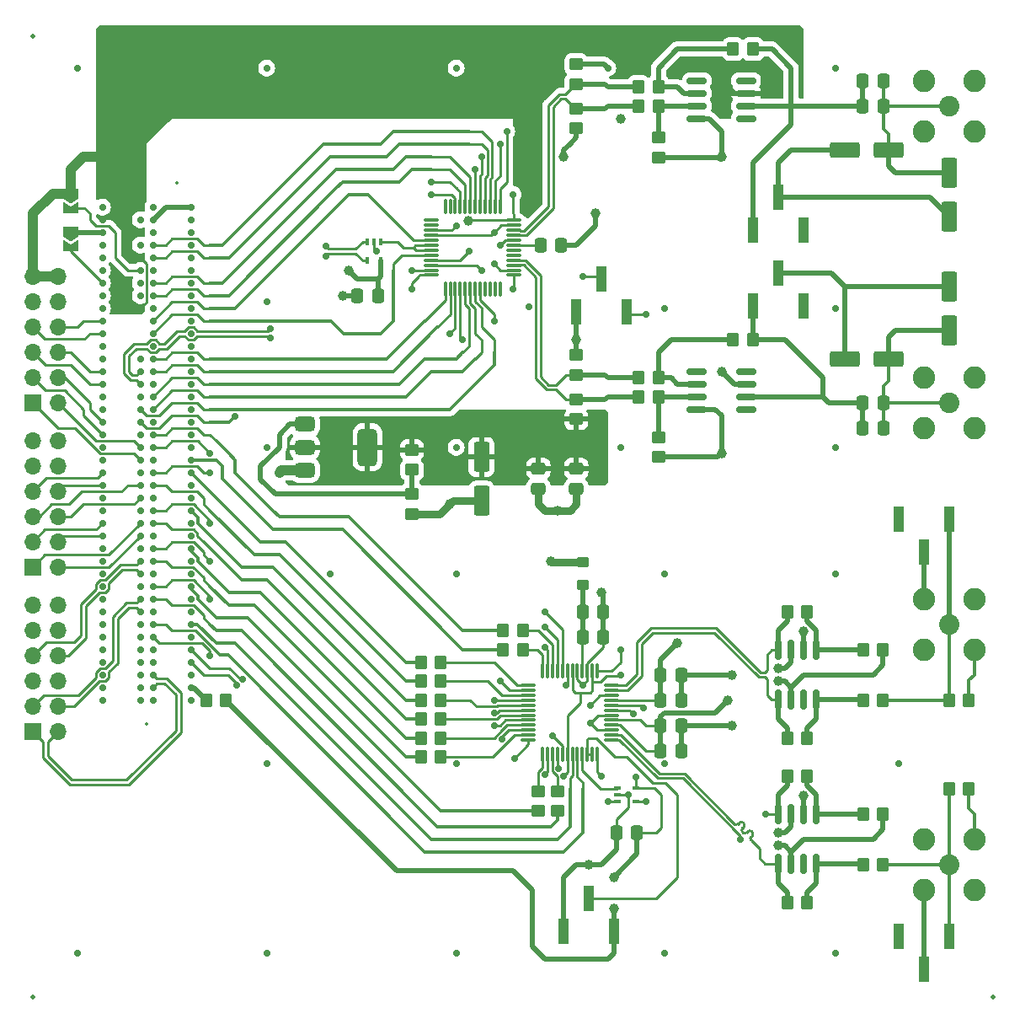
<source format=gtl>
%TF.GenerationSoftware,KiCad,Pcbnew,8.0.0*%
%TF.CreationDate,2024-08-30T23:56:31+03:00*%
%TF.ProjectId,ML605_LPC_Board_wADC_DAC,4d4c3630-355f-44c5-9043-5f426f617264,rev?*%
%TF.SameCoordinates,Original*%
%TF.FileFunction,Copper,L1,Top*%
%TF.FilePolarity,Positive*%
%FSLAX46Y46*%
G04 Gerber Fmt 4.6, Leading zero omitted, Abs format (unit mm)*
G04 Created by KiCad (PCBNEW 8.0.0) date 2024-08-30 23:56:31*
%MOMM*%
%LPD*%
G01*
G04 APERTURE LIST*
G04 Aperture macros list*
%AMRoundRect*
0 Rectangle with rounded corners*
0 $1 Rounding radius*
0 $2 $3 $4 $5 $6 $7 $8 $9 X,Y pos of 4 corners*
0 Add a 4 corners polygon primitive as box body*
4,1,4,$2,$3,$4,$5,$6,$7,$8,$9,$2,$3,0*
0 Add four circle primitives for the rounded corners*
1,1,$1+$1,$2,$3*
1,1,$1+$1,$4,$5*
1,1,$1+$1,$6,$7*
1,1,$1+$1,$8,$9*
0 Add four rect primitives between the rounded corners*
20,1,$1+$1,$2,$3,$4,$5,0*
20,1,$1+$1,$4,$5,$6,$7,0*
20,1,$1+$1,$6,$7,$8,$9,0*
20,1,$1+$1,$8,$9,$2,$3,0*%
%AMFreePoly0*
4,1,6,1.000000,0.000000,0.500000,-0.750000,-0.500000,-0.750000,-0.500000,0.750000,0.500000,0.750000,1.000000,0.000000,1.000000,0.000000,$1*%
%AMFreePoly1*
4,1,6,0.500000,-0.750000,-0.650000,-0.750000,-0.150000,0.000000,-0.650000,0.750000,0.500000,0.750000,0.500000,-0.750000,0.500000,-0.750000,$1*%
G04 Aperture macros list end*
%TA.AperFunction,SMDPad,CuDef*%
%ADD10RoundRect,0.250000X-0.337500X-0.475000X0.337500X-0.475000X0.337500X0.475000X-0.337500X0.475000X0*%
%TD*%
%TA.AperFunction,SMDPad,CuDef*%
%ADD11RoundRect,0.250000X0.350000X0.450000X-0.350000X0.450000X-0.350000X-0.450000X0.350000X-0.450000X0*%
%TD*%
%TA.AperFunction,SMDPad,CuDef*%
%ADD12RoundRect,0.250000X0.337500X0.475000X-0.337500X0.475000X-0.337500X-0.475000X0.337500X-0.475000X0*%
%TD*%
%TA.AperFunction,SMDPad,CuDef*%
%ADD13R,1.000000X2.510000*%
%TD*%
%TA.AperFunction,SMDPad,CuDef*%
%ADD14RoundRect,0.250000X0.450000X-0.350000X0.450000X0.350000X-0.450000X0.350000X-0.450000X-0.350000X0*%
%TD*%
%TA.AperFunction,SMDPad,CuDef*%
%ADD15C,0.500000*%
%TD*%
%TA.AperFunction,SMDPad,CuDef*%
%ADD16RoundRect,0.250000X-0.450000X0.350000X-0.450000X-0.350000X0.450000X-0.350000X0.450000X0.350000X0*%
%TD*%
%TA.AperFunction,ComponentPad*%
%ADD17C,2.050000*%
%TD*%
%TA.AperFunction,ComponentPad*%
%ADD18C,2.250000*%
%TD*%
%TA.AperFunction,SMDPad,CuDef*%
%ADD19RoundRect,0.250000X-0.550000X1.250000X-0.550000X-1.250000X0.550000X-1.250000X0.550000X1.250000X0*%
%TD*%
%TA.AperFunction,SMDPad,CuDef*%
%ADD20RoundRect,0.250000X-0.350000X-0.450000X0.350000X-0.450000X0.350000X0.450000X-0.350000X0.450000X0*%
%TD*%
%TA.AperFunction,SMDPad,CuDef*%
%ADD21RoundRect,0.250000X-0.475000X0.337500X-0.475000X-0.337500X0.475000X-0.337500X0.475000X0.337500X0*%
%TD*%
%TA.AperFunction,SMDPad,CuDef*%
%ADD22RoundRect,0.100000X-0.100000X0.225000X-0.100000X-0.225000X0.100000X-0.225000X0.100000X0.225000X0*%
%TD*%
%TA.AperFunction,SMDPad,CuDef*%
%ADD23RoundRect,0.375000X-0.625000X-0.375000X0.625000X-0.375000X0.625000X0.375000X-0.625000X0.375000X0*%
%TD*%
%TA.AperFunction,SMDPad,CuDef*%
%ADD24RoundRect,0.500000X-0.500000X-1.400000X0.500000X-1.400000X0.500000X1.400000X-0.500000X1.400000X0*%
%TD*%
%TA.AperFunction,SMDPad,CuDef*%
%ADD25RoundRect,0.250000X-1.250000X-0.550000X1.250000X-0.550000X1.250000X0.550000X-1.250000X0.550000X0*%
%TD*%
%TA.AperFunction,SMDPad,CuDef*%
%ADD26RoundRect,0.075000X-0.075000X0.662500X-0.075000X-0.662500X0.075000X-0.662500X0.075000X0.662500X0*%
%TD*%
%TA.AperFunction,SMDPad,CuDef*%
%ADD27RoundRect,0.075000X-0.662500X0.075000X-0.662500X-0.075000X0.662500X-0.075000X0.662500X0.075000X0*%
%TD*%
%TA.AperFunction,ComponentPad*%
%ADD28R,1.700000X1.700000*%
%TD*%
%TA.AperFunction,ComponentPad*%
%ADD29O,1.700000X1.700000*%
%TD*%
%TA.AperFunction,SMDPad,CuDef*%
%ADD30RoundRect,0.100000X-0.225000X-0.100000X0.225000X-0.100000X0.225000X0.100000X-0.225000X0.100000X0*%
%TD*%
%TA.AperFunction,SMDPad,CuDef*%
%ADD31FreePoly0,270.000000*%
%TD*%
%TA.AperFunction,SMDPad,CuDef*%
%ADD32FreePoly1,270.000000*%
%TD*%
%TA.AperFunction,SMDPad,CuDef*%
%ADD33RoundRect,0.150000X-0.825000X-0.150000X0.825000X-0.150000X0.825000X0.150000X-0.825000X0.150000X0*%
%TD*%
%TA.AperFunction,SMDPad,CuDef*%
%ADD34RoundRect,0.250000X-0.350000X0.275000X-0.350000X-0.275000X0.350000X-0.275000X0.350000X0.275000X0*%
%TD*%
%TA.AperFunction,SMDPad,CuDef*%
%ADD35RoundRect,0.250000X0.550000X-1.250000X0.550000X1.250000X-0.550000X1.250000X-0.550000X-1.250000X0*%
%TD*%
%TA.AperFunction,SMDPad,CuDef*%
%ADD36RoundRect,0.150000X-0.150000X0.825000X-0.150000X-0.825000X0.150000X-0.825000X0.150000X0.825000X0*%
%TD*%
%TA.AperFunction,ViaPad*%
%ADD37C,0.700000*%
%TD*%
%TA.AperFunction,ViaPad*%
%ADD38C,1.000000*%
%TD*%
%TA.AperFunction,Conductor*%
%ADD39C,0.508000*%
%TD*%
%TA.AperFunction,Conductor*%
%ADD40C,0.254000*%
%TD*%
%TA.AperFunction,Conductor*%
%ADD41C,0.355600*%
%TD*%
%TA.AperFunction,Conductor*%
%ADD42C,0.762000*%
%TD*%
%TA.AperFunction,Conductor*%
%ADD43C,1.016000*%
%TD*%
%TA.AperFunction,Conductor*%
%ADD44C,0.200000*%
%TD*%
%ADD45C,0.300000*%
%ADD46C,0.350000*%
G04 APERTURE END LIST*
D10*
%TO.P,C38,1*%
%TO.N,GNDA*%
X109522500Y-77610000D03*
%TO.P,C38,2*%
%TO.N,VADJ*%
X111597500Y-77610000D03*
%TD*%
%TO.P,C29,1*%
%TO.N,Net-(J7-Pin_1)*%
X160322500Y-88405000D03*
%TO.P,C29,2*%
%TO.N,Net-(J9-In)*%
X162397500Y-88405000D03*
%TD*%
D11*
%TO.P,R40,1*%
%TO.N,Net-(U4--)*%
X139770000Y-56655000D03*
%TO.P,R40,2*%
%TO.N,/DAC Circuit/IOUTA_P*%
X137770000Y-56655000D03*
%TD*%
D12*
%TO.P,C14,1*%
%TO.N,GNDA*%
X142077500Y-118250000D03*
%TO.P,C14,2*%
%TO.N,/ADC_Circuit/VCM_ADC*%
X140002500Y-118250000D03*
%TD*%
D10*
%TO.P,C12,1*%
%TO.N,3V3*%
X140002500Y-120790000D03*
%TO.P,C12,2*%
%TO.N,GNDA*%
X142077500Y-120790000D03*
%TD*%
D11*
%TO.P,R5,1*%
%TO.N,Net-(IC1-I2)*%
X117910000Y-116345000D03*
%TO.P,R5,2*%
%TO.N,/LA16_P*%
X115910000Y-116345000D03*
%TD*%
%TO.P,R3,1*%
%TO.N,Net-(IC1-I4)*%
X117910000Y-114440000D03*
%TO.P,R3,2*%
%TO.N,/LA15_P*%
X115910000Y-114440000D03*
%TD*%
D13*
%TO.P,J14,1,Pin_1*%
%TO.N,/ADC_Circuit/Q_IN*%
X168980000Y-141995000D03*
%TO.P,J14,2,Pin_2*%
%TO.N,GNDA*%
X166440000Y-145305000D03*
%TO.P,J14,3,Pin_3*%
%TO.N,unconnected-(J14-Pin_3-Pad3)*%
X163900000Y-141995000D03*
%TD*%
D14*
%TO.P,R45,1*%
%TO.N,GNDA*%
X139770000Y-93850000D03*
%TO.P,R45,2*%
%TO.N,Net-(U5-+)*%
X139770000Y-91850000D03*
%TD*%
D15*
%TO.P,FID2,*%
%TO.N,*%
X173425000Y-148095000D03*
%TD*%
D10*
%TO.P,C37,1*%
%TO.N,GNDA*%
X135557500Y-131585000D03*
%TO.P,C37,2*%
%TO.N,VADJ*%
X137632500Y-131585000D03*
%TD*%
D11*
%TO.P,R41,1*%
%TO.N,Net-(U4-+)*%
X139770000Y-58560000D03*
%TO.P,R41,2*%
%TO.N,/DAC Circuit/IOUTA_N*%
X137770000Y-58560000D03*
%TD*%
D16*
%TO.P,R39,1*%
%TO.N,/DAC Circuit/IOUTB_N*%
X131515000Y-88040000D03*
%TO.P,R39,2*%
%TO.N,1V5*%
X131515000Y-90040000D03*
%TD*%
%TO.P,R16,1*%
%TO.N,Net-(IC1-Q2)*%
X127705000Y-127410000D03*
%TO.P,R16,2*%
%TO.N,/LA04_P*%
X127705000Y-129410000D03*
%TD*%
D14*
%TO.P,R38,1*%
%TO.N,/DAC Circuit/IOUTB_P*%
X131515000Y-85595000D03*
%TO.P,R38,2*%
%TO.N,GNDA*%
X131515000Y-83595000D03*
%TD*%
D11*
%TO.P,R11,1*%
%TO.N,Net-(IC1-Q6)*%
X117910000Y-122060000D03*
%TO.P,R11,2*%
%TO.N,/LA07_P*%
X115910000Y-122060000D03*
%TD*%
D17*
%TO.P,J8,1,In*%
%TO.N,Net-(J8-In)*%
X168980000Y-58560000D03*
D18*
%TO.P,J8,2,Ext*%
%TO.N,GNDA*%
X166440000Y-56020000D03*
X166440000Y-61100000D03*
X171520000Y-56020000D03*
X171520000Y-61100000D03*
%TD*%
D19*
%TO.P,C1,1*%
%TO.N,1V5*%
X121990000Y-93825000D03*
%TO.P,C1,2*%
%TO.N,GNDA*%
X121990000Y-98225000D03*
%TD*%
D20*
%TO.P,R48,1*%
%TO.N,/PRSNT_M2C_L*%
X94320000Y-118250000D03*
%TO.P,R48,2*%
%TO.N,VADJ*%
X96320000Y-118250000D03*
%TD*%
D15*
%TO.P,FID1,*%
%TO.N,*%
X76905000Y-51575000D03*
%TD*%
D11*
%TO.P,R30,1*%
%TO.N,/ADC_Circuit/I_IN*%
X162360000Y-118250000D03*
%TO.P,R30,2*%
%TO.N,Net-(IC3-+IN)*%
X160360000Y-118250000D03*
%TD*%
D10*
%TO.P,C4,1*%
%TO.N,Net-(IC1-VD)*%
X132150000Y-111900000D03*
%TO.P,C4,2*%
%TO.N,GNDA*%
X134225000Y-111900000D03*
%TD*%
D13*
%TO.P,J2,1,Pin_1*%
%TO.N,GNDA*%
X130245000Y-141495000D03*
%TO.P,J2,2,Pin_2*%
%TO.N,/ADC_Circuit/PD*%
X132785000Y-138185000D03*
%TO.P,J2,3,Pin_3*%
%TO.N,VADJ*%
X135325000Y-141495000D03*
%TD*%
D11*
%TO.P,R26,1*%
%TO.N,Net-(IC3-+IN)*%
X154740000Y-122060000D03*
%TO.P,R26,2*%
%TO.N,/ADC_Circuit/I-*%
X152740000Y-122060000D03*
%TD*%
%TO.P,R43,1*%
%TO.N,Net-(U5-+)*%
X139770000Y-87770000D03*
%TO.P,R43,2*%
%TO.N,/DAC Circuit/IOUTB_N*%
X137770000Y-87770000D03*
%TD*%
D21*
%TO.P,C2,1*%
%TO.N,1V5*%
X127705000Y-94987500D03*
%TO.P,C2,2*%
%TO.N,GNDA*%
X127705000Y-97062500D03*
%TD*%
D13*
%TO.P,J6,1,Pin_1*%
%TO.N,Net-(J6-Pin_1)*%
X149295000Y-71010000D03*
%TO.P,J6,2,Pin_2*%
%TO.N,Net-(J6-Pin_2)*%
X151835000Y-67700000D03*
%TO.P,J6,3,Pin_3*%
%TO.N,unconnected-(J6-Pin_3-Pad3)*%
X154375000Y-71010000D03*
%TD*%
D22*
%TO.P,U2,1*%
%TO.N,/DAC Circuit/CLKA{slash}CLKIQ*%
X111845000Y-72215000D03*
%TO.P,U2,2,V-*%
%TO.N,GNDA*%
X111195000Y-72215000D03*
%TO.P,U2,3,+*%
%TO.N,/LA26_P*%
X110545000Y-72215000D03*
%TO.P,U2,4,-*%
%TO.N,/LA26_N*%
X110545000Y-74115000D03*
%TO.P,U2,5,V+*%
%TO.N,VADJ*%
X111845000Y-74115000D03*
%TD*%
D11*
%TO.P,R28,1*%
%TO.N,/ADC_Circuit/Q_IN*%
X162360000Y-134760000D03*
%TO.P,R28,2*%
%TO.N,Net-(IC2-+IN)*%
X160360000Y-134760000D03*
%TD*%
D20*
%TO.P,R46,1*%
%TO.N,Net-(U4--)*%
X147295000Y-52845000D03*
%TO.P,R46,2*%
%TO.N,Net-(J6-Pin_1)*%
X149295000Y-52845000D03*
%TD*%
D23*
%TO.P,U3,1,ADJ*%
%TO.N,Net-(U3-ADJ)*%
X104235000Y-90550000D03*
%TO.P,U3,2,VO*%
%TO.N,1V5*%
X104235000Y-92850000D03*
D24*
X110535000Y-92850000D03*
D23*
%TO.P,U3,3,VI*%
%TO.N,3V3*%
X104235000Y-95150000D03*
%TD*%
D11*
%TO.P,R25,1*%
%TO.N,Net-(IC2--IN)*%
X154740000Y-125870000D03*
%TO.P,R25,2*%
%TO.N,/ADC_Circuit/Q+*%
X152740000Y-125870000D03*
%TD*%
D16*
%TO.P,R20,1*%
%TO.N,Net-(IC1-Q0)*%
X129610000Y-127410000D03*
%TO.P,R20,2*%
%TO.N,/LA03_P*%
X129610000Y-129410000D03*
%TD*%
D25*
%TO.P,C24,1*%
%TO.N,Net-(J6-Pin_2)*%
X158525000Y-63005000D03*
%TO.P,C24,2*%
%TO.N,Net-(J8-In)*%
X162925000Y-63005000D03*
%TD*%
D17*
%TO.P,J9,1,In*%
%TO.N,Net-(J9-In)*%
X168980000Y-88405000D03*
D18*
%TO.P,J9,2,Ext*%
%TO.N,GNDA*%
X166440000Y-85865000D03*
X166440000Y-90945000D03*
X171520000Y-85865000D03*
X171520000Y-90945000D03*
%TD*%
D20*
%TO.P,R15,1*%
%TO.N,/LA15_N*%
X124165000Y-113170000D03*
%TO.P,R15,2*%
%TO.N,Net-(IC1-I5)*%
X126165000Y-113170000D03*
%TD*%
D26*
%TO.P,IC1,1,VREF*%
%TO.N,1V5*%
X133630000Y-115357500D03*
%TO.P,IC1,2,OS*%
%TO.N,VADJ*%
X133130000Y-115357500D03*
%TO.P,IC1,3,AGND_1*%
%TO.N,GNDA*%
X132630000Y-115357500D03*
%TO.P,IC1,4,VD*%
%TO.N,Net-(IC1-VD)*%
X132130000Y-115357500D03*
%TO.P,IC1,5,DGND*%
%TO.N,GNDA*%
X131630000Y-115357500D03*
%TO.P,IC1,6,VDR_1*%
%TO.N,VADJ*%
X131130000Y-115357500D03*
%TO.P,IC1,7,DR_GND_1*%
%TO.N,GNDA*%
X130630000Y-115357500D03*
%TO.P,IC1,8,I9*%
%TO.N,Net-(IC1-I9)*%
X130130000Y-115357500D03*
%TO.P,IC1,9,I8*%
%TO.N,Net-(IC1-I8)*%
X129630000Y-115357500D03*
%TO.P,IC1,10,I7*%
%TO.N,Net-(IC1-I7)*%
X129130000Y-115357500D03*
%TO.P,IC1,11,I6*%
%TO.N,Net-(IC1-I6)*%
X128630000Y-115357500D03*
%TO.P,IC1,12,I5*%
%TO.N,Net-(IC1-I5)*%
X128130000Y-115357500D03*
D27*
%TO.P,IC1,13,I4*%
%TO.N,Net-(IC1-I4)*%
X126717500Y-116770000D03*
%TO.P,IC1,14,I3*%
%TO.N,Net-(IC1-I3)*%
X126717500Y-117270000D03*
%TO.P,IC1,15,I2*%
%TO.N,Net-(IC1-I2)*%
X126717500Y-117770000D03*
%TO.P,IC1,16,I1*%
%TO.N,Net-(IC1-I1)*%
X126717500Y-118270000D03*
%TO.P,IC1,17,I0*%
%TO.N,Net-(IC1-I0)*%
X126717500Y-118770000D03*
%TO.P,IC1,18,Q9*%
%TO.N,Net-(IC1-Q9)*%
X126717500Y-119270000D03*
%TO.P,IC1,19,Q8*%
%TO.N,Net-(IC1-Q8)*%
X126717500Y-119770000D03*
%TO.P,IC1,20,Q7*%
%TO.N,Net-(IC1-Q7)*%
X126717500Y-120270000D03*
%TO.P,IC1,21,Q6*%
%TO.N,Net-(IC1-Q6)*%
X126717500Y-120770000D03*
%TO.P,IC1,22,Q5*%
%TO.N,Net-(IC1-Q5)*%
X126717500Y-121270000D03*
%TO.P,IC1,23,Q4*%
%TO.N,Net-(IC1-Q4)*%
X126717500Y-121770000D03*
%TO.P,IC1,24,Q3*%
%TO.N,Net-(IC1-Q3)*%
X126717500Y-122270000D03*
D26*
%TO.P,IC1,25,Q2*%
%TO.N,Net-(IC1-Q2)*%
X128130000Y-123682500D03*
%TO.P,IC1,26,Q1*%
%TO.N,Net-(IC1-Q1)*%
X128630000Y-123682500D03*
%TO.P,IC1,27,Q0*%
%TO.N,Net-(IC1-Q0)*%
X129130000Y-123682500D03*
%TO.P,IC1,28,I/~{Q}*%
%TO.N,Net-(IC1-I{slash}~{Q})*%
X129630000Y-123682500D03*
%TO.P,IC1,29,DR_GND_2*%
%TO.N,GNDA*%
X130130000Y-123682500D03*
%TO.P,IC1,30,VDR_2*%
%TO.N,VADJ*%
X130630000Y-123682500D03*
%TO.P,IC1,31,OC*%
%TO.N,/LA02_P*%
X131130000Y-123682500D03*
%TO.P,IC1,32,OF*%
%TO.N,/LA00_N_CC*%
X131630000Y-123682500D03*
%TO.P,IC1,33,CLK*%
%TO.N,/ADC_Circuit/CLK*%
X132130000Y-123682500D03*
%TO.P,IC1,34,STBY*%
%TO.N,/ADC_Circuit/PD*%
X132630000Y-123682500D03*
%TO.P,IC1,35,PD*%
X133130000Y-123682500D03*
%TO.P,IC1,36,GAIN*%
%TO.N,/LA00_P_CC*%
X133630000Y-123682500D03*
D27*
%TO.P,IC1,37,Q+*%
%TO.N,/ADC_Circuit/Q+*%
X135042500Y-122270000D03*
%TO.P,IC1,38,Q-*%
%TO.N,/ADC_Circuit/Q-*%
X135042500Y-121770000D03*
%TO.P,IC1,39,AGND_2*%
%TO.N,GNDA*%
X135042500Y-121270000D03*
%TO.P,IC1,40,VA_1*%
%TO.N,3V3*%
X135042500Y-120770000D03*
%TO.P,IC1,41,VA_2*%
X135042500Y-120270000D03*
%TO.P,IC1,42,AGND_3*%
%TO.N,GNDA*%
X135042500Y-119770000D03*
%TO.P,IC1,43,VRP*%
%TO.N,Net-(IC1-VRP)*%
X135042500Y-119270000D03*
%TO.P,IC1,44,VRN*%
%TO.N,Net-(IC1-VRN)*%
X135042500Y-118770000D03*
%TO.P,IC1,45,VCMO*%
%TO.N,/ADC_Circuit/VCM_ADC*%
X135042500Y-118270000D03*
%TO.P,IC1,46,AGND_4*%
%TO.N,GNDA*%
X135042500Y-117770000D03*
%TO.P,IC1,47,I-*%
%TO.N,/ADC_Circuit/I-*%
X135042500Y-117270000D03*
%TO.P,IC1,48,I+*%
%TO.N,/ADC_Circuit/I+*%
X135042500Y-116770000D03*
%TD*%
D11*
%TO.P,R42,1*%
%TO.N,Net-(U5--)*%
X139770000Y-85865000D03*
%TO.P,R42,2*%
%TO.N,/DAC Circuit/IOUTB_P*%
X137770000Y-85865000D03*
%TD*%
D14*
%TO.P,R36,1*%
%TO.N,/DAC Circuit/IOUTA_P*%
X131515000Y-56385000D03*
%TO.P,R36,2*%
%TO.N,GNDA*%
X131515000Y-54385000D03*
%TD*%
D11*
%TO.P,R7,1*%
%TO.N,Net-(IC1-I0)*%
X117910000Y-118250000D03*
%TO.P,R7,2*%
%TO.N,/LA11_P*%
X115910000Y-118250000D03*
%TD*%
D12*
%TO.P,C30,1*%
%TO.N,Net-(J9-In)*%
X162397500Y-90945000D03*
%TO.P,C30,2*%
%TO.N,Net-(J7-Pin_1)*%
X160322500Y-90945000D03*
%TD*%
D15*
%TO.P,FID3,*%
%TO.N,*%
X76905000Y-148095000D03*
%TD*%
D19*
%TO.P,C27,1*%
%TO.N,Net-(J7-Pin_2)*%
X168980000Y-76680000D03*
%TO.P,C27,2*%
%TO.N,Net-(J9-In)*%
X168980000Y-81080000D03*
%TD*%
D20*
%TO.P,R19,1*%
%TO.N,/LA20_N*%
X124165000Y-111265000D03*
%TO.P,R19,2*%
%TO.N,Net-(IC1-I7)*%
X126165000Y-111265000D03*
%TD*%
D10*
%TO.P,C5,1*%
%TO.N,Net-(IC1-VD)*%
X132150000Y-109360000D03*
%TO.P,C5,2*%
%TO.N,GNDA*%
X134225000Y-109360000D03*
%TD*%
D16*
%TO.P,R37,1*%
%TO.N,/DAC Circuit/IOUTA_N*%
X131515000Y-58830000D03*
%TO.P,R37,2*%
%TO.N,1V5*%
X131515000Y-60830000D03*
%TD*%
D28*
%TO.P,J10,1,Pin_1*%
%TO.N,/CLK1_M2C_N*%
X76905000Y-121425000D03*
D29*
%TO.P,J10,2,Pin_2*%
%TO.N,/CLK1_M2C_P*%
X79445000Y-121425000D03*
%TO.P,J10,3,Pin_3*%
%TO.N,/LA01_N*%
X76905000Y-118885000D03*
%TO.P,J10,4,Pin_4*%
%TO.N,/LA01_P*%
X79445000Y-118885000D03*
%TO.P,J10,5,Pin_5*%
%TO.N,/LA06_N*%
X76905000Y-116345000D03*
%TO.P,J10,6,Pin_6*%
%TO.N,/LA06_P*%
X79445000Y-116345000D03*
%TO.P,J10,7,Pin_7*%
%TO.N,/LA05_N*%
X76905000Y-113805000D03*
%TO.P,J10,8,Pin_8*%
%TO.N,/LA05_P*%
X79445000Y-113805000D03*
%TO.P,J10,9,Pin_9*%
%TO.N,GNDA*%
X76905000Y-111265000D03*
%TO.P,J10,10,Pin_10*%
X79445000Y-111265000D03*
%TO.P,J10,11,Pin_11*%
%TO.N,3V3*%
X76905000Y-108725000D03*
%TO.P,J10,12,Pin_12*%
X79445000Y-108725000D03*
%TD*%
D11*
%TO.P,R27,1*%
%TO.N,Net-(IC3--IN)*%
X154740000Y-109360000D03*
%TO.P,R27,2*%
%TO.N,/ADC_Circuit/I+*%
X152740000Y-109360000D03*
%TD*%
D12*
%TO.P,C26,1*%
%TO.N,Net-(J8-In)*%
X162397500Y-56020000D03*
%TO.P,C26,2*%
%TO.N,Net-(J6-Pin_1)*%
X160322500Y-56020000D03*
%TD*%
D26*
%TO.P,IC4,1,DA9_(MSB)*%
%TO.N,/LA32_N*%
X123855000Y-68650000D03*
%TO.P,IC4,2,DA8*%
%TO.N,/LA32_P*%
X123355000Y-68650000D03*
%TO.P,IC4,3,DA7*%
%TO.N,/LA33_N*%
X122855000Y-68650000D03*
%TO.P,IC4,4,DA6*%
%TO.N,/LA33_P*%
X122355000Y-68650000D03*
%TO.P,IC4,5,DA5*%
%TO.N,/LA30_N*%
X121855000Y-68650000D03*
%TO.P,IC4,6,DA4*%
%TO.N,/LA30_P*%
X121355000Y-68650000D03*
%TO.P,IC4,7,DA3*%
%TO.N,/LA31_N*%
X120855000Y-68650000D03*
%TO.P,IC4,8,DA2*%
%TO.N,/LA31_P*%
X120355000Y-68650000D03*
%TO.P,IC4,9,DA1*%
%TO.N,/LA28_N*%
X119855000Y-68650000D03*
%TO.P,IC4,10,DA0_(LSB)*%
%TO.N,/LA28_P*%
X119355000Y-68650000D03*
%TO.P,IC4,11,NC_1*%
%TO.N,unconnected-(IC4-NC_1-Pad11)*%
X118855000Y-68650000D03*
%TO.P,IC4,12,NC_2*%
%TO.N,unconnected-(IC4-NC_2-Pad12)*%
X118355000Y-68650000D03*
D27*
%TO.P,IC4,13,NC_3*%
%TO.N,unconnected-(IC4-NC_3-Pad13)*%
X116942500Y-70062500D03*
%TO.P,IC4,14,NC_4*%
%TO.N,unconnected-(IC4-NC_4-Pad14)*%
X116942500Y-70562500D03*
%TO.P,IC4,15,DGND_1*%
%TO.N,GNDA*%
X116942500Y-71062500D03*
%TO.P,IC4,16,DVDD_1*%
%TO.N,3V3*%
X116942500Y-71562500D03*
%TO.P,IC4,17,WRTA/WRTIQ*%
%TO.N,/LA29_N*%
X116942500Y-72062500D03*
%TO.P,IC4,18,CLKA/CLKIQ*%
%TO.N,/DAC Circuit/CLKA{slash}CLKIQ*%
X116942500Y-72562500D03*
%TO.P,IC4,19,CLKB/RESETIQ*%
X116942500Y-73062500D03*
%TO.P,IC4,20,WRTB/SELECTIQ*%
%TO.N,/LA29_P*%
X116942500Y-73562500D03*
%TO.P,IC4,21,DGND_2*%
%TO.N,GNDA*%
X116942500Y-74062500D03*
%TO.P,IC4,22,DVDD_2*%
%TO.N,3V3*%
X116942500Y-74562500D03*
%TO.P,IC4,23,DB9_(MSB)*%
%TO.N,/LA24_N*%
X116942500Y-75062500D03*
%TO.P,IC4,24,DB8*%
%TO.N,/LA24_P*%
X116942500Y-75562500D03*
D26*
%TO.P,IC4,25,DB7*%
%TO.N,/LA25_N*%
X118355000Y-76975000D03*
%TO.P,IC4,26,DB6*%
%TO.N,/LA25_P*%
X118855000Y-76975000D03*
%TO.P,IC4,27,DB5*%
%TO.N,/LA21_N*%
X119355000Y-76975000D03*
%TO.P,IC4,28,DB4*%
%TO.N,/LA21_P*%
X119855000Y-76975000D03*
%TO.P,IC4,29,DB3*%
%TO.N,/LA22_N*%
X120355000Y-76975000D03*
%TO.P,IC4,30,DB2*%
%TO.N,/LA22_P*%
X120855000Y-76975000D03*
%TO.P,IC4,31,DB1*%
%TO.N,/LA23_N*%
X121355000Y-76975000D03*
%TO.P,IC4,32,DB0_(LSB)*%
%TO.N,/LA23_P*%
X121855000Y-76975000D03*
%TO.P,IC4,33,NC_5*%
%TO.N,unconnected-(IC4-NC_5-Pad33)*%
X122355000Y-76975000D03*
%TO.P,IC4,34,NC_6*%
%TO.N,unconnected-(IC4-NC_6-Pad34)*%
X122855000Y-76975000D03*
%TO.P,IC4,35,NC_7*%
%TO.N,unconnected-(IC4-NC_7-Pad35)*%
X123355000Y-76975000D03*
%TO.P,IC4,36,NC_8*%
%TO.N,unconnected-(IC4-NC_8-Pad36)*%
X123855000Y-76975000D03*
D27*
%TO.P,IC4,37,SLEEP*%
%TO.N,/DAC Circuit/SLEEP*%
X125267500Y-75562500D03*
%TO.P,IC4,38,AGND*%
%TO.N,GNDA*%
X125267500Y-75062500D03*
%TO.P,IC4,39,IOUTB1*%
%TO.N,/DAC Circuit/IOUTB_N*%
X125267500Y-74562500D03*
%TO.P,IC4,40,IOUTB2*%
%TO.N,/DAC Circuit/IOUTB_P*%
X125267500Y-74062500D03*
%TO.P,IC4,41,BIASJ_B*%
%TO.N,unconnected-(IC4-BIASJ_B-Pad41)*%
X125267500Y-73562500D03*
%TO.P,IC4,42,GSET*%
%TO.N,unconnected-(IC4-GSET-Pad42)*%
X125267500Y-73062500D03*
%TO.P,IC4,43,EXTIO*%
%TO.N,Net-(IC4-EXTIO)*%
X125267500Y-72562500D03*
%TO.P,IC4,44,BIASJ_A*%
%TO.N,Net-(IC4-BIASJ_A)*%
X125267500Y-72062500D03*
%TO.P,IC4,45,IOUTA2*%
%TO.N,/DAC Circuit/IOUTA_N*%
X125267500Y-71562500D03*
%TO.P,IC4,46,IOUTA1*%
%TO.N,/DAC Circuit/IOUTA_P*%
X125267500Y-71062500D03*
%TO.P,IC4,47,AVDD*%
%TO.N,3V3*%
X125267500Y-70562500D03*
%TO.P,IC4,48,MODE*%
%TO.N,VADJ*%
X125267500Y-70062500D03*
%TD*%
D20*
%TO.P,R32,1*%
%TO.N,/ADC_Circuit/I_IN*%
X168980000Y-118250000D03*
%TO.P,R32,2*%
%TO.N,GNDA*%
X170980000Y-118250000D03*
%TD*%
D10*
%TO.P,C13,1*%
%TO.N,/ADC_Circuit/VCM_ADC*%
X140002500Y-115710000D03*
%TO.P,C13,2*%
%TO.N,GNDA*%
X142077500Y-115710000D03*
%TD*%
D30*
%TO.P,U1,1*%
%TO.N,/ADC_Circuit/CLK*%
X135645000Y-127125000D03*
%TO.P,U1,2,V-*%
%TO.N,GNDA*%
X135645000Y-127775000D03*
%TO.P,U1,3,+*%
%TO.N,/CLK0_M2C_P*%
X135645000Y-128425000D03*
%TO.P,U1,4,-*%
%TO.N,/CLK0_M2C_N*%
X137545000Y-128425000D03*
%TO.P,U1,5,V+*%
%TO.N,VADJ*%
X137545000Y-127125000D03*
%TD*%
D13*
%TO.P,J7,1,Pin_1*%
%TO.N,Net-(J7-Pin_1)*%
X149295000Y-78630000D03*
%TO.P,J7,2,Pin_2*%
%TO.N,Net-(J7-Pin_2)*%
X151835000Y-75320000D03*
%TO.P,J7,3,Pin_3*%
%TO.N,unconnected-(J7-Pin_3-Pad3)*%
X154375000Y-78630000D03*
%TD*%
D21*
%TO.P,C3,1*%
%TO.N,1V5*%
X131515000Y-94987500D03*
%TO.P,C3,2*%
%TO.N,GNDA*%
X131515000Y-97062500D03*
%TD*%
D16*
%TO.P,R2,1*%
%TO.N,Net-(U3-ADJ)*%
X115005000Y-97565000D03*
%TO.P,R2,2*%
%TO.N,GNDA*%
X115005000Y-99565000D03*
%TD*%
D31*
%TO.P,JP2,1,A*%
%TO.N,3V3*%
X80715000Y-67360000D03*
D32*
%TO.P,JP2,2,B*%
%TO.N,/GA1*%
X80715000Y-68810000D03*
%TD*%
D17*
%TO.P,J5,1,In*%
%TO.N,/ADC_Circuit/I_IN*%
X168980000Y-110630000D03*
D18*
%TO.P,J5,2,Ext*%
%TO.N,GNDA*%
X166440000Y-108090000D03*
X166440000Y-113170000D03*
X171520000Y-108090000D03*
X171520000Y-113170000D03*
%TD*%
D33*
%TO.P,U4,1,NC*%
%TO.N,unconnected-(U4-NC-Pad1)*%
X143645000Y-56020000D03*
%TO.P,U4,2,-*%
%TO.N,Net-(U4--)*%
X143645000Y-57290000D03*
%TO.P,U4,3,+*%
%TO.N,Net-(U4-+)*%
X143645000Y-58560000D03*
%TO.P,U4,4,V-*%
%TO.N,GNDA*%
X143645000Y-59830000D03*
%TO.P,U4,5,NC*%
%TO.N,unconnected-(U4-NC-Pad5)*%
X148595000Y-59830000D03*
%TO.P,U4,6*%
%TO.N,Net-(J6-Pin_1)*%
X148595000Y-58560000D03*
%TO.P,U4,7,V+*%
%TO.N,3V3*%
X148595000Y-57290000D03*
%TO.P,U4,8,NC*%
%TO.N,unconnected-(U4-NC-Pad8)*%
X148595000Y-56020000D03*
%TD*%
D13*
%TO.P,J3,1,Pin_1*%
%TO.N,GNDA*%
X131515000Y-79265000D03*
%TO.P,J3,2,Pin_2*%
%TO.N,/DAC Circuit/SLEEP*%
X134055000Y-75955000D03*
%TO.P,J3,3,Pin_3*%
%TO.N,VADJ*%
X136595000Y-79265000D03*
%TD*%
D14*
%TO.P,R44,1*%
%TO.N,GNDA*%
X139770000Y-63735000D03*
%TO.P,R44,2*%
%TO.N,Net-(U4-+)*%
X139770000Y-61735000D03*
%TD*%
D11*
%TO.P,R24,1*%
%TO.N,Net-(IC2-+IN)*%
X154740000Y-138570000D03*
%TO.P,R24,2*%
%TO.N,/ADC_Circuit/Q-*%
X152740000Y-138570000D03*
%TD*%
D10*
%TO.P,C25,1*%
%TO.N,Net-(J6-Pin_1)*%
X160322500Y-58560000D03*
%TO.P,C25,2*%
%TO.N,Net-(J8-In)*%
X162397500Y-58560000D03*
%TD*%
D11*
%TO.P,R9,1*%
%TO.N,Net-(IC1-Q8)*%
X117910000Y-120155000D03*
%TO.P,R9,2*%
%TO.N,/LA12_P*%
X115910000Y-120155000D03*
%TD*%
D34*
%TO.P,L1,1*%
%TO.N,3V3*%
X132150000Y-104400000D03*
%TO.P,L1,2*%
%TO.N,Net-(IC1-VD)*%
X132150000Y-106700000D03*
%TD*%
D11*
%TO.P,R13,1*%
%TO.N,Net-(IC1-Q4)*%
X117910000Y-123965000D03*
%TO.P,R13,2*%
%TO.N,/LA08_P*%
X115910000Y-123965000D03*
%TD*%
D17*
%TO.P,J4,1,In*%
%TO.N,/ADC_Circuit/Q_IN*%
X168980000Y-134760000D03*
D18*
%TO.P,J4,2,Ext*%
%TO.N,GNDA*%
X166440000Y-132220000D03*
X166440000Y-137300000D03*
X171520000Y-132220000D03*
X171520000Y-137300000D03*
%TD*%
D31*
%TO.P,JP1,1,A*%
%TO.N,GNDA*%
X80715000Y-71170000D03*
D32*
%TO.P,JP1,2,B*%
%TO.N,/GA0*%
X80715000Y-72620000D03*
%TD*%
D35*
%TO.P,C23,1*%
%TO.N,Net-(J6-Pin_2)*%
X168980000Y-69650000D03*
%TO.P,C23,2*%
%TO.N,Net-(J8-In)*%
X168980000Y-65250000D03*
%TD*%
D28*
%TO.P,J12,1,Pin_1*%
%TO.N,/LA17_P_CC*%
X76905000Y-88405000D03*
D29*
%TO.P,J12,2,Pin_2*%
%TO.N,/LA17_N_CC*%
X79445000Y-88405000D03*
%TO.P,J12,3,Pin_3*%
%TO.N,/LA18_P_CC*%
X76905000Y-85865000D03*
%TO.P,J12,4,Pin_4*%
%TO.N,/LA18_N_CC*%
X79445000Y-85865000D03*
%TO.P,J12,5,Pin_5*%
%TO.N,/LA27_P*%
X76905000Y-83325000D03*
%TO.P,J12,6,Pin_6*%
%TO.N,/LA27_N*%
X79445000Y-83325000D03*
%TO.P,J12,7,Pin_7*%
%TO.N,/SCL*%
X76905000Y-80785000D03*
%TO.P,J12,8,Pin_8*%
%TO.N,/SDA*%
X79445000Y-80785000D03*
%TO.P,J12,9,Pin_9*%
%TO.N,GNDA*%
X76905000Y-78245000D03*
%TO.P,J12,10,Pin_10*%
X79445000Y-78245000D03*
%TO.P,J12,11,Pin_11*%
%TO.N,3V3*%
X76905000Y-75705000D03*
%TO.P,J12,12,Pin_12*%
X79445000Y-75705000D03*
%TD*%
D13*
%TO.P,J13,1,Pin_1*%
%TO.N,/ADC_Circuit/I_IN*%
X168980000Y-100085000D03*
%TO.P,J13,2,Pin_2*%
%TO.N,GNDA*%
X166440000Y-103395000D03*
%TO.P,J13,3,Pin_3*%
%TO.N,unconnected-(J13-Pin_3-Pad3)*%
X163900000Y-100085000D03*
%TD*%
D11*
%TO.P,R29,1*%
%TO.N,GNDA*%
X162360000Y-129680000D03*
%TO.P,R29,2*%
%TO.N,Net-(IC2--IN)*%
X160360000Y-129680000D03*
%TD*%
D33*
%TO.P,U5,1,NC*%
%TO.N,unconnected-(U5-NC-Pad1)*%
X143645000Y-85230000D03*
%TO.P,U5,2,-*%
%TO.N,Net-(U5--)*%
X143645000Y-86500000D03*
%TO.P,U5,3,+*%
%TO.N,Net-(U5-+)*%
X143645000Y-87770000D03*
%TO.P,U5,4,V-*%
%TO.N,GNDA*%
X143645000Y-89040000D03*
%TO.P,U5,5,NC*%
%TO.N,unconnected-(U5-NC-Pad5)*%
X148595000Y-89040000D03*
%TO.P,U5,6*%
%TO.N,Net-(J7-Pin_1)*%
X148595000Y-87770000D03*
%TO.P,U5,7,V+*%
%TO.N,3V3*%
X148595000Y-86500000D03*
%TO.P,U5,8,NC*%
%TO.N,unconnected-(U5-NC-Pad8)*%
X148595000Y-85230000D03*
%TD*%
D20*
%TO.P,R33,1*%
%TO.N,/ADC_Circuit/Q_IN*%
X168980000Y-127140000D03*
%TO.P,R33,2*%
%TO.N,GNDA*%
X170980000Y-127140000D03*
%TD*%
D36*
%TO.P,IC3,1,-IN*%
%TO.N,Net-(IC3--IN)*%
X155645000Y-113235000D03*
%TO.P,IC3,2,VOCM*%
%TO.N,/ADC_Circuit/VCM_ADC*%
X154375000Y-113235000D03*
%TO.P,IC3,3,VS+*%
%TO.N,3V3*%
X153105000Y-113235000D03*
%TO.P,IC3,4,+OUT*%
%TO.N,/ADC_Circuit/I+*%
X151835000Y-113235000D03*
%TO.P,IC3,5,-OUT*%
%TO.N,/ADC_Circuit/I-*%
X151835000Y-118185000D03*
%TO.P,IC3,6,VS-*%
%TO.N,GNDA*%
X153105000Y-118185000D03*
%TO.P,IC3,7,~{PD}*%
%TO.N,unconnected-(IC3-~{PD}-Pad7)*%
X154375000Y-118185000D03*
%TO.P,IC3,8,+IN*%
%TO.N,Net-(IC3-+IN)*%
X155645000Y-118185000D03*
%TD*%
D28*
%TO.P,J11,1,Pin_1*%
%TO.N,/LA09_N*%
X76885000Y-104890000D03*
D29*
%TO.P,J11,2,Pin_2*%
%TO.N,/LA09_P*%
X79425000Y-104890000D03*
%TO.P,J11,3,Pin_3*%
%TO.N,/LA10_N*%
X76885000Y-102350000D03*
%TO.P,J11,4,Pin_4*%
%TO.N,/LA10_P*%
X79425000Y-102350000D03*
%TO.P,J11,5,Pin_5*%
%TO.N,/LA13_N*%
X76885000Y-99810000D03*
%TO.P,J11,6,Pin_6*%
%TO.N,/LA13_P*%
X79425000Y-99810000D03*
%TO.P,J11,7,Pin_7*%
%TO.N,/LA14_N*%
X76885000Y-97270000D03*
%TO.P,J11,8,Pin_8*%
%TO.N,/LA14_P*%
X79425000Y-97270000D03*
%TO.P,J11,9,Pin_9*%
%TO.N,GNDA*%
X76885000Y-94730000D03*
%TO.P,J11,10,Pin_10*%
X79425000Y-94730000D03*
%TO.P,J11,11,Pin_11*%
%TO.N,3V3*%
X76885000Y-92190000D03*
%TO.P,J11,12,Pin_12*%
X79425000Y-92190000D03*
%TD*%
D16*
%TO.P,R1,1*%
%TO.N,1V5*%
X115005000Y-93120000D03*
%TO.P,R1,2*%
%TO.N,Net-(U3-ADJ)*%
X115005000Y-95120000D03*
%TD*%
D20*
%TO.P,R47,1*%
%TO.N,Net-(U5--)*%
X147295000Y-82055000D03*
%TO.P,R47,2*%
%TO.N,Net-(J7-Pin_1)*%
X149295000Y-82055000D03*
%TD*%
D25*
%TO.P,C28,1*%
%TO.N,Net-(J7-Pin_2)*%
X158525000Y-83960000D03*
%TO.P,C28,2*%
%TO.N,Net-(J9-In)*%
X162925000Y-83960000D03*
%TD*%
D11*
%TO.P,R31,1*%
%TO.N,GNDA*%
X162360000Y-113170000D03*
%TO.P,R31,2*%
%TO.N,Net-(IC3--IN)*%
X160360000Y-113170000D03*
%TD*%
D10*
%TO.P,C15,1*%
%TO.N,3V3*%
X140002500Y-123330000D03*
%TO.P,C15,2*%
%TO.N,GNDA*%
X142077500Y-123330000D03*
%TD*%
%TO.P,C18,1*%
%TO.N,Net-(IC4-EXTIO)*%
X127937500Y-72530000D03*
%TO.P,C18,2*%
%TO.N,GNDA*%
X130012500Y-72530000D03*
%TD*%
D36*
%TO.P,IC2,1,-IN*%
%TO.N,Net-(IC2--IN)*%
X155645000Y-129745000D03*
%TO.P,IC2,2,VOCM*%
%TO.N,/ADC_Circuit/VCM_ADC*%
X154375000Y-129745000D03*
%TO.P,IC2,3,VS+*%
%TO.N,3V3*%
X153105000Y-129745000D03*
%TO.P,IC2,4,+OUT*%
%TO.N,/ADC_Circuit/Q+*%
X151835000Y-129745000D03*
%TO.P,IC2,5,-OUT*%
%TO.N,/ADC_Circuit/Q-*%
X151835000Y-134695000D03*
%TO.P,IC2,6,VS-*%
%TO.N,GNDA*%
X153105000Y-134695000D03*
%TO.P,IC2,7,~{PD}*%
%TO.N,unconnected-(IC2-~{PD}-Pad7)*%
X154375000Y-134695000D03*
%TO.P,IC2,8,+IN*%
%TO.N,Net-(IC2-+IN)*%
X155645000Y-134695000D03*
%TD*%
D37*
%TO.N,GNDA*%
X88970000Y-118250000D03*
X88970000Y-113170000D03*
X87700000Y-110630000D03*
X88970000Y-82690000D03*
X136722000Y-127775000D03*
D38*
X151835000Y-132855000D03*
D37*
X83890000Y-108090000D03*
X81350000Y-143650000D03*
X92780000Y-69990000D03*
X100400000Y-78245000D03*
X87700000Y-69990000D03*
X135960000Y-92850000D03*
X87700000Y-103010000D03*
X126741822Y-78755178D03*
X111430220Y-73165000D03*
X88970000Y-101740000D03*
X83890000Y-103010000D03*
D38*
X134055000Y-107455000D03*
D37*
X132912000Y-118758000D03*
X92780000Y-115710000D03*
X88970000Y-86500000D03*
X92780000Y-104280000D03*
X92780000Y-92850000D03*
X157550000Y-92850000D03*
X92780000Y-85230000D03*
X83890000Y-68720000D03*
X87700000Y-95390000D03*
X119450000Y-124600000D03*
X92780000Y-77610000D03*
X87700000Y-115710000D03*
X83890000Y-71260000D03*
X163900000Y-124600000D03*
X88970000Y-94120000D03*
X87700000Y-106820000D03*
X120720000Y-73165000D03*
X88970000Y-114440000D03*
X87700000Y-111900000D03*
D38*
X135960000Y-59830000D03*
D37*
X87700000Y-91580000D03*
X100400000Y-124600000D03*
X88970000Y-97930000D03*
X81350000Y-54750000D03*
X157550000Y-105550000D03*
D38*
X118815000Y-98565000D03*
D37*
X92780000Y-111900000D03*
D38*
X147136000Y-115710000D03*
D37*
X92780000Y-100470000D03*
D38*
X147136000Y-120790000D03*
D37*
X83890000Y-82690000D03*
X92780000Y-73800000D03*
X83890000Y-109360000D03*
D38*
X146120000Y-63640000D03*
D37*
X92780000Y-96660000D03*
X129102000Y-121806000D03*
X83890000Y-77610000D03*
X87700000Y-99200000D03*
X157550000Y-78880000D03*
X83890000Y-97930000D03*
D38*
X133420000Y-69355000D03*
D37*
X83890000Y-89040000D03*
D38*
X132785000Y-134760000D03*
D37*
X87700000Y-72530000D03*
X83890000Y-94120000D03*
X88970000Y-105550000D03*
X119450000Y-105550000D03*
X87700000Y-83960000D03*
D38*
X151835000Y-116345000D03*
D37*
X140405000Y-78880000D03*
X88970000Y-71260000D03*
X140405000Y-105550000D03*
X87700000Y-87770000D03*
X134690000Y-54750000D03*
X83890000Y-104280000D03*
X83890000Y-118250000D03*
X119450000Y-70625000D03*
X100400000Y-54750000D03*
X88970000Y-68720000D03*
D38*
X129610000Y-99200000D03*
D37*
X140405000Y-143650000D03*
X92780000Y-89040000D03*
D38*
X146120000Y-93485000D03*
D37*
X83890000Y-73800000D03*
D38*
X131515000Y-82055000D03*
D37*
X83890000Y-87770000D03*
X119450000Y-54750000D03*
X92780000Y-108090000D03*
X100400000Y-92850000D03*
X88970000Y-90310000D03*
X106750000Y-105550000D03*
D38*
X108020000Y-77610000D03*
D37*
X119450000Y-92850000D03*
X83890000Y-113170000D03*
X87700000Y-116980000D03*
X83890000Y-114440000D03*
X92780000Y-81420000D03*
X100400000Y-143650000D03*
X123260000Y-74435000D03*
X88970000Y-78880000D03*
X157550000Y-143650000D03*
X157550000Y-54750000D03*
X130503000Y-116726000D03*
X83890000Y-78880000D03*
X140405000Y-124600000D03*
X88970000Y-109360000D03*
X132150000Y-116726000D03*
X83890000Y-92850000D03*
X132912000Y-120536000D03*
X83890000Y-83960000D03*
X83890000Y-99200000D03*
X88970000Y-75070000D03*
X119450000Y-143650000D03*
D38*
%TO.N,1V5*%
X129610000Y-91580000D03*
D37*
X135960000Y-113170000D03*
D38*
X129610000Y-91580000D03*
X130245000Y-63640000D03*
D37*
%TO.N,Net-(IC1-VRN)*%
X138246000Y-119012000D03*
%TO.N,Net-(IC1-VRP)*%
X137230000Y-119643000D03*
D38*
%TO.N,3V3*%
X101670000Y-95390000D03*
X126435000Y-56655000D03*
X106750000Y-56655000D03*
D37*
X87700000Y-78880000D03*
D38*
X146120000Y-85230000D03*
D37*
X123260000Y-71260000D03*
D38*
X106750000Y-52845000D03*
D37*
X87700000Y-71260000D03*
D38*
X151835000Y-131585000D03*
D37*
X126435000Y-69355000D03*
D38*
X87700000Y-52845000D03*
X87700000Y-56655000D03*
X146120000Y-56020000D03*
D37*
X83890000Y-69990000D03*
D38*
X146755000Y-118250000D03*
X128975000Y-104280000D03*
X151835000Y-115075000D03*
D37*
X121990000Y-75070000D03*
X87700000Y-68720000D03*
D38*
X126435000Y-52845000D03*
D37*
X87700000Y-73800000D03*
D38*
%TO.N,/ADC_Circuit/VCM_ADC*%
X154335420Y-111304580D03*
X154335420Y-127814580D03*
X141675000Y-112535000D03*
D37*
%TO.N,Net-(IC1-Q3)*%
X125292000Y-124092000D03*
%TO.N,VADJ*%
X92780000Y-68720000D03*
D38*
X135325000Y-139205000D03*
X135325000Y-136030000D03*
D37*
X125165000Y-67450000D03*
X138500000Y-79515000D03*
X130245000Y-125870000D03*
X137484000Y-125997000D03*
X88970000Y-69990000D03*
D38*
X120693616Y-70083028D03*
D37*
X135960000Y-115710000D03*
D38*
X108655000Y-75070000D03*
D37*
%TO.N,Net-(IC1-I1)*%
X123260000Y-118250000D03*
%TO.N,Net-(IC1-Q7)*%
X123260000Y-120790000D03*
%TO.N,/ADC_Circuit/Q+*%
X148025000Y-132220000D03*
X150565000Y-129680000D03*
%TO.N,Net-(IC1-I6)*%
X128340000Y-112916000D03*
%TO.N,Net-(IC1-I3)*%
X123895000Y-116345000D03*
%TO.N,Net-(IC1-I{slash}~{Q})*%
X129757000Y-125108000D03*
%TO.N,Net-(IC1-I8)*%
X128340000Y-110884000D03*
%TO.N,Net-(IC1-Q5)*%
X124020857Y-122185857D03*
%TO.N,Net-(IC1-I9)*%
X128340000Y-109360000D03*
%TO.N,Net-(IC1-Q1)*%
X128361847Y-125718865D03*
%TO.N,Net-(IC1-Q9)*%
X123260000Y-119520000D03*
%TO.N,/LA20_N*%
X88970000Y-91580000D03*
%TO.N,/LA19_N*%
X92780000Y-90310000D03*
%TO.N,/LA20_P*%
X94685000Y-93442200D03*
X88970000Y-92850000D03*
%TO.N,/LA29_P*%
X88970000Y-81420000D03*
%TO.N,/LA33_P*%
X88970000Y-73800000D03*
%TO.N,/DAC Circuit/SLEEP*%
X125165000Y-76975000D03*
X132150000Y-75705000D03*
%TO.N,/LA21_P*%
X92780000Y-87770000D03*
X120085000Y-82055000D03*
%TO.N,/LA22_N*%
X88970000Y-87770000D03*
%TO.N,/LA30_P*%
X121355000Y-64910000D03*
X92780000Y-76340000D03*
%TO.N,/LA30_N*%
X121990000Y-63640000D03*
X92780000Y-75070000D03*
%TO.N,/LA24_N*%
X115005000Y-75070000D03*
X92780000Y-82690000D03*
%TO.N,/LA24_P*%
X115005000Y-76975000D03*
X92780000Y-83960000D03*
%TO.N,/LA22_P*%
X88970000Y-89040000D03*
%TO.N,/LA33_N*%
X88970000Y-72530000D03*
%TO.N,/LA25_P*%
X88970000Y-85230000D03*
%TO.N,/LA21_N*%
X92780000Y-86500000D03*
X118815000Y-81420000D03*
%TO.N,/LA32_P*%
X92780000Y-72530000D03*
X123895000Y-62370000D03*
%TO.N,/LA25_N*%
X88970000Y-83960000D03*
%TO.N,/LA32_N*%
X92780000Y-71260000D03*
X124530000Y-61100000D03*
%TO.N,/LA28_N*%
X116910000Y-66180000D03*
X92780000Y-78880000D03*
%TO.N,Net-(IC4-BIASJ_A)*%
X123895000Y-72530000D03*
%TO.N,/LA31_P*%
X88970000Y-77610000D03*
%TO.N,/LA28_P*%
X92780000Y-80150000D03*
X116910000Y-67450000D03*
%TO.N,/LA31_N*%
X88970000Y-76340000D03*
%TO.N,/PRSNT_M2C_L*%
X92780000Y-116980000D03*
%TO.N,/LA14_P*%
X83890000Y-96660000D03*
%TO.N,/LA27_P*%
X83890000Y-86500000D03*
%TO.N,/CLK1_M2C_N*%
X88970000Y-115710000D03*
%TO.N,/LA07_P*%
X92780000Y-103010000D03*
%TO.N,/PG_C2M*%
X87700000Y-118250000D03*
%TO.N,/SDA*%
X83890000Y-80150000D03*
%TO.N,/DP0_M2C_N*%
X83890000Y-110630000D03*
%TO.N,/CLK1_M2C_P*%
X88970000Y-116980000D03*
%TO.N,/TRST_L*%
X87700000Y-76340000D03*
%TO.N,/GA1*%
X87700000Y-75070000D03*
%TO.N,/DP0_C2M_N*%
X83890000Y-115710000D03*
%TO.N,/LA11_N*%
X92780000Y-97930000D03*
%TO.N,/VREF_A_M2C*%
X92780000Y-118250000D03*
%TO.N,/LA27_N*%
X83890000Y-85230000D03*
%TO.N,/LA26_N*%
X106369000Y-73642000D03*
X100781000Y-81897000D03*
X87700000Y-85230000D03*
%TO.N,/GA0*%
X83890000Y-76340000D03*
%TO.N,/DP0_C2M_P*%
X83890000Y-116980000D03*
%TO.N,/LA15_N*%
X92780000Y-94120000D03*
%TO.N,/LA15_P*%
X92780000Y-95390000D03*
%TO.N,/LA18_P_CC*%
X83890000Y-91580000D03*
%TO.N,/LA17_P_CC*%
X87700000Y-94120000D03*
%TO.N,/LA19_P*%
X92780000Y-91580000D03*
%TO.N,/LA12_N*%
X94685000Y-100470000D03*
X88970000Y-99200000D03*
%TO.N,/LA07_N*%
X92780000Y-101740000D03*
%TO.N,/LA16_N*%
X94685000Y-95390000D03*
X88970000Y-95390000D03*
%TO.N,+12V*%
X83890000Y-75070000D03*
X83890000Y-72530000D03*
%TO.N,/LA23_P*%
X123260000Y-80150000D03*
X87700000Y-90310000D03*
X97225000Y-89717800D03*
%TO.N,/LA00_P_CC*%
X94685000Y-113805000D03*
X88970000Y-111900000D03*
X134055000Y-125870000D03*
%TO.N,/DP0_M2C_P*%
X83890000Y-111900000D03*
%TO.N,/SCL*%
X83890000Y-81420000D03*
%TO.N,/LA13_P*%
X87700000Y-97930000D03*
%TO.N,/LA10_N*%
X83890000Y-100470000D03*
%TO.N,/LA29_N*%
X88970000Y-80150000D03*
%TO.N,/LA05_N*%
X87700000Y-104280000D03*
%TO.N,/LA00_N_CC*%
X88970000Y-110630000D03*
%TO.N,/LA14_N*%
X83890000Y-95390000D03*
%TO.N,/LA26_P*%
X106369000Y-72688000D03*
X87700000Y-86500000D03*
X100781000Y-80943000D03*
%TO.N,/LA09_P*%
X87700000Y-101740000D03*
%TO.N,/LA10_P*%
X83890000Y-101740000D03*
%TO.N,/LA03_N*%
X88970000Y-106820000D03*
X94685000Y-108090000D03*
%TO.N,/GBTCLK0_M2C_N*%
X87700000Y-113170000D03*
%TO.N,/LA13_N*%
X87700000Y-96660000D03*
%TO.N,/LA17_N_CC*%
X87700000Y-92850000D03*
%TO.N,/LA12_P*%
X88970000Y-100470000D03*
%TO.N,/LA11_P*%
X92780000Y-99200000D03*
%TO.N,/LA02_N*%
X92780000Y-109360000D03*
%TO.N,/LA04_P*%
X92780000Y-106820000D03*
%TO.N,/LA08_P*%
X88970000Y-104280000D03*
%TO.N,/LA02_P*%
X92780000Y-110630000D03*
%TO.N,/LA08_N*%
X94685000Y-104280000D03*
X88970000Y-103010000D03*
%TO.N,/LA03_P*%
X88970000Y-108090000D03*
%TO.N,/GBTCLK0_M2C_P*%
X87700000Y-114440000D03*
%TO.N,/LA06_P*%
X83890000Y-106820000D03*
%TO.N,/LA06_N*%
X83890000Y-105550000D03*
%TO.N,/LA05_P*%
X87700000Y-105550000D03*
%TO.N,/CLK0_M2C_N*%
X92780000Y-113170000D03*
X98015723Y-116189277D03*
X138500000Y-128410000D03*
%TO.N,/CLK0_M2C_P*%
X134690000Y-128410000D03*
X92780000Y-114440000D03*
X97411853Y-116793147D03*
%TO.N,/TMS*%
X87700000Y-77610000D03*
%TO.N,/LA04_N*%
X92780000Y-105550000D03*
%TO.N,/LA16_P*%
X88970000Y-96660000D03*
%TO.N,/LA09_N*%
X87700000Y-100470000D03*
%TO.N,/LA23_N*%
X87700000Y-89040000D03*
%TO.N,/LA18_N_CC*%
X83890000Y-90310000D03*
%TO.N,/LA01_P*%
X87700000Y-109360000D03*
%TO.N,/LA01_N*%
X87700000Y-108090000D03*
%TD*%
D39*
%TO.N,GNDA*%
X142077500Y-120790000D02*
X147136000Y-120790000D01*
X153105000Y-133490000D02*
X154375000Y-132220000D01*
X143645000Y-59830000D02*
X144850000Y-59830000D01*
D40*
X135042500Y-119770000D02*
X133678000Y-119770000D01*
X123887500Y-75062500D02*
X123260000Y-74435000D01*
D39*
X142077500Y-115710000D02*
X147136000Y-115710000D01*
X135557500Y-131585000D02*
X135557500Y-133257500D01*
X130245000Y-141495000D02*
X130245000Y-136030000D01*
D40*
X119012500Y-71062500D02*
X119450000Y-70625000D01*
D39*
X144850000Y-59830000D02*
X146120000Y-61100000D01*
D41*
X171520000Y-115710000D02*
X171520000Y-113170000D01*
D40*
X111195000Y-72929780D02*
X111195000Y-72215000D01*
D41*
X171520000Y-129680000D02*
X171520000Y-132220000D01*
D39*
X153105000Y-134695000D02*
X153105000Y-133490000D01*
X146120000Y-89675000D02*
X146120000Y-93485000D01*
X134325000Y-54385000D02*
X131515000Y-54385000D01*
X139770000Y-63735000D02*
X146025000Y-63735000D01*
D40*
X119822500Y-74062500D02*
X116942500Y-74062500D01*
D39*
X162360000Y-114710000D02*
X162360000Y-113170000D01*
X166440000Y-145305000D02*
X166440000Y-137300000D01*
D40*
X135645000Y-127775000D02*
X136722000Y-127775000D01*
D39*
X142077500Y-123330000D02*
X142077500Y-120790000D01*
X153105000Y-116980000D02*
X152470000Y-116345000D01*
D40*
X132630000Y-114549408D02*
X134225000Y-112954408D01*
X135042500Y-121270000D02*
X133646000Y-121270000D01*
D39*
X153105000Y-118185000D02*
X153105000Y-116980000D01*
D40*
X120720000Y-73165000D02*
X119822500Y-74062500D01*
D39*
X134055000Y-134760000D02*
X132785000Y-134760000D01*
D41*
X170980000Y-116250000D02*
X171520000Y-115710000D01*
D40*
X125267500Y-75062500D02*
X123887500Y-75062500D01*
D39*
X154375000Y-115710000D02*
X161360000Y-115710000D01*
D40*
X130630000Y-115357500D02*
X130630000Y-116599000D01*
X130630000Y-116599000D02*
X130503000Y-116726000D01*
D39*
X143645000Y-89040000D02*
X145485000Y-89040000D01*
D42*
X117815000Y-99565000D02*
X118815000Y-98565000D01*
D39*
X134225000Y-107625000D02*
X134055000Y-107455000D01*
D42*
X127705000Y-97062500D02*
X127705000Y-98565000D01*
D39*
X145755000Y-93850000D02*
X146120000Y-93485000D01*
D40*
X131630000Y-116206000D02*
X132150000Y-116726000D01*
D39*
X131515000Y-72530000D02*
X133420000Y-70625000D01*
X133420000Y-70625000D02*
X133420000Y-69355000D01*
D40*
X133678000Y-119770000D02*
X132912000Y-120536000D01*
D39*
X152470000Y-116345000D02*
X151835000Y-116345000D01*
X130245000Y-136030000D02*
X131515000Y-134760000D01*
X109522500Y-77610000D02*
X108020000Y-77610000D01*
D42*
X146025000Y-63735000D02*
X146120000Y-63640000D01*
D40*
X135557500Y-131585000D02*
X135557500Y-130209500D01*
X130130000Y-122834000D02*
X129102000Y-121806000D01*
X134225000Y-112954408D02*
X134225000Y-111900000D01*
D42*
X119155000Y-98225000D02*
X121990000Y-98225000D01*
D40*
X133646000Y-121270000D02*
X132912000Y-120536000D01*
D39*
X135557500Y-133257500D02*
X134055000Y-134760000D01*
X153105000Y-133490000D02*
X152470000Y-132855000D01*
D40*
X133900000Y-117770000D02*
X132912000Y-118758000D01*
D39*
X166440000Y-108090000D02*
X166440000Y-103395000D01*
X154375000Y-132220000D02*
X161360000Y-132220000D01*
D40*
X136722000Y-129045000D02*
X136722000Y-127775000D01*
D39*
X161360000Y-132220000D02*
X162360000Y-131220000D01*
X161360000Y-115710000D02*
X162360000Y-114710000D01*
D40*
X132630000Y-116246000D02*
X132150000Y-116726000D01*
D39*
X80805000Y-71260000D02*
X80715000Y-71170000D01*
X153105000Y-116980000D02*
X154375000Y-115710000D01*
D40*
X130130000Y-123682500D02*
X130130000Y-122834000D01*
D39*
X139770000Y-93850000D02*
X145755000Y-93850000D01*
D40*
X116942500Y-71062500D02*
X119012500Y-71062500D01*
D42*
X128340000Y-99200000D02*
X129610000Y-99200000D01*
D39*
X162360000Y-131220000D02*
X162360000Y-129680000D01*
D42*
X115005000Y-99565000D02*
X117815000Y-99565000D01*
D40*
X135557500Y-130209500D02*
X136722000Y-129045000D01*
X132630000Y-115357500D02*
X132630000Y-116246000D01*
D39*
X83890000Y-71260000D02*
X80805000Y-71260000D01*
D42*
X131515000Y-97062500D02*
X131515000Y-98565000D01*
D39*
X145485000Y-89040000D02*
X146120000Y-89675000D01*
X142077500Y-115710000D02*
X142077500Y-118250000D01*
D41*
X170980000Y-127140000D02*
X170980000Y-129140000D01*
D39*
X131515000Y-79265000D02*
X131515000Y-82055000D01*
D42*
X118815000Y-98565000D02*
X119155000Y-98225000D01*
D40*
X111430220Y-73165000D02*
X111195000Y-72929780D01*
X131630000Y-115357500D02*
X131630000Y-116206000D01*
D41*
X170980000Y-129140000D02*
X171520000Y-129680000D01*
D39*
X152470000Y-132855000D02*
X151835000Y-132855000D01*
X134690000Y-54750000D02*
X134325000Y-54385000D01*
X130012500Y-72530000D02*
X131515000Y-72530000D01*
D42*
X127705000Y-98565000D02*
X128340000Y-99200000D01*
D40*
X132630000Y-115357500D02*
X132630000Y-114549408D01*
D42*
X130880000Y-99200000D02*
X129610000Y-99200000D01*
D39*
X134225000Y-109360000D02*
X134225000Y-111900000D01*
X134225000Y-109360000D02*
X134225000Y-107625000D01*
X131515000Y-83595000D02*
X131515000Y-82055000D01*
X146120000Y-61100000D02*
X146120000Y-63640000D01*
D42*
X131515000Y-98565000D02*
X130880000Y-99200000D01*
D39*
X131515000Y-134760000D02*
X132785000Y-134760000D01*
D41*
X170980000Y-118250000D02*
X170980000Y-116250000D01*
D40*
X135042500Y-117770000D02*
X133900000Y-117770000D01*
D39*
%TO.N,1V5*%
X130880000Y-62370000D02*
X130245000Y-63005000D01*
D40*
X135042500Y-115357500D02*
X135960000Y-114440000D01*
X133630000Y-115357500D02*
X135042500Y-115357500D01*
D39*
X131515000Y-60830000D02*
X131515000Y-61735000D01*
X130245000Y-63005000D02*
X130245000Y-63640000D01*
D40*
X135960000Y-114440000D02*
X135960000Y-113170000D01*
D39*
X131515000Y-61735000D02*
X130880000Y-62370000D01*
D40*
%TO.N,Net-(IC1-VD)*%
X132130000Y-111920000D02*
X132150000Y-111900000D01*
X132130000Y-115357500D02*
X132130000Y-111920000D01*
D39*
X132150000Y-106700000D02*
X132150000Y-109360000D01*
X132150000Y-109360000D02*
X132150000Y-111900000D01*
D40*
%TO.N,Net-(IC1-VRN)*%
X135042500Y-118770000D02*
X138004000Y-118770000D01*
X138004000Y-118770000D02*
X138246000Y-119012000D01*
%TO.N,Net-(IC1-VRP)*%
X136857000Y-119270000D02*
X137230000Y-119643000D01*
X135042500Y-119270000D02*
X136857000Y-119270000D01*
D43*
%TO.N,3V3*%
X80715000Y-67360000D02*
X80715000Y-64910000D01*
D40*
X123260000Y-71260000D02*
X122957500Y-71562500D01*
D43*
X80715000Y-64910000D02*
X81985000Y-63640000D01*
X101670000Y-95390000D02*
X101910000Y-95150000D01*
X101910000Y-95150000D02*
X104235000Y-95150000D01*
D39*
X145485000Y-119520000D02*
X146755000Y-118250000D01*
D42*
X129095000Y-104400000D02*
X128975000Y-104280000D01*
D40*
X135042500Y-120770000D02*
X135940000Y-120770000D01*
D39*
X148595000Y-57290000D02*
X147390000Y-57290000D01*
X147390000Y-57290000D02*
X146120000Y-56020000D01*
D40*
X87700000Y-78880000D02*
X88327000Y-78253000D01*
D42*
X132150000Y-104400000D02*
X129095000Y-104400000D01*
D43*
X84525000Y-63640000D02*
X87700000Y-60465000D01*
X76905000Y-75705000D02*
X79445000Y-75705000D01*
D39*
X140002500Y-120790000D02*
X140002500Y-119922500D01*
X140405000Y-119520000D02*
X145485000Y-119520000D01*
D43*
X81985000Y-63640000D02*
X84525000Y-63640000D01*
D39*
X147390000Y-86500000D02*
X146120000Y-85230000D01*
D40*
X137980000Y-120270000D02*
X138500000Y-120790000D01*
X88327000Y-78253000D02*
X88327000Y-74427000D01*
D39*
X152470000Y-115075000D02*
X151835000Y-115075000D01*
X153105000Y-129745000D02*
X153105000Y-130950000D01*
D43*
X76905000Y-69355000D02*
X76905000Y-75705000D01*
D40*
X123260000Y-71260000D02*
X123957500Y-70562500D01*
D43*
X87700000Y-60465000D02*
X87700000Y-56655000D01*
D39*
X153105000Y-113235000D02*
X153105000Y-114440000D01*
D40*
X122957500Y-71562500D02*
X116942500Y-71562500D01*
X121482500Y-74562500D02*
X116942500Y-74562500D01*
D39*
X140002500Y-119922500D02*
X140405000Y-119520000D01*
D40*
X135042500Y-120270000D02*
X137980000Y-120270000D01*
X123957500Y-70562500D02*
X125267500Y-70562500D01*
X121990000Y-75070000D02*
X121482500Y-74562500D01*
X135940000Y-120770000D02*
X138500000Y-123330000D01*
D39*
X153105000Y-130950000D02*
X152470000Y-131585000D01*
D43*
X78900000Y-67360000D02*
X76905000Y-69355000D01*
D40*
X138500000Y-120790000D02*
X140002500Y-120790000D01*
D39*
X153105000Y-114440000D02*
X152470000Y-115075000D01*
X140002500Y-120790000D02*
X140002500Y-123330000D01*
D43*
X80715000Y-67360000D02*
X78900000Y-67360000D01*
D39*
X152470000Y-131585000D02*
X151835000Y-131585000D01*
D40*
X138500000Y-123330000D02*
X140002500Y-123330000D01*
X88327000Y-74427000D02*
X87700000Y-73800000D01*
D39*
X148595000Y-86500000D02*
X147390000Y-86500000D01*
D40*
%TO.N,/ADC_Circuit/VCM_ADC*%
X135042500Y-118270000D02*
X139982500Y-118270000D01*
D39*
X154375000Y-129745000D02*
X154375000Y-127854160D01*
X154375000Y-111344160D02*
X154335420Y-111304580D01*
X140002500Y-115710000D02*
X140002500Y-114207500D01*
D40*
X139982500Y-118270000D02*
X140002500Y-118250000D01*
D39*
X154375000Y-127854160D02*
X154335420Y-127814580D01*
X154335420Y-113195420D02*
X154375000Y-113235000D01*
X140002500Y-115710000D02*
X140002500Y-118250000D01*
X154375000Y-113235000D02*
X154375000Y-111344160D01*
X140002500Y-114207500D02*
X141675000Y-112535000D01*
D40*
%TO.N,Net-(IC4-EXTIO)*%
X125267500Y-72562500D02*
X127905000Y-72562500D01*
X127905000Y-72562500D02*
X127937500Y-72530000D01*
D39*
%TO.N,Net-(J6-Pin_2)*%
X168980000Y-69650000D02*
X167030000Y-67700000D01*
X158525000Y-63005000D02*
X153105000Y-63005000D01*
X153105000Y-63005000D02*
X151835000Y-64275000D01*
X151835000Y-64275000D02*
X151835000Y-67700000D01*
X167030000Y-67700000D02*
X151835000Y-67700000D01*
D41*
%TO.N,Net-(J8-In)*%
X168980000Y-58560000D02*
X162397500Y-58560000D01*
D39*
X162925000Y-64570000D02*
X162925000Y-63005000D01*
D41*
X162397500Y-58560000D02*
X162397500Y-56020000D01*
X162397500Y-58560000D02*
X162397500Y-60867500D01*
X162925000Y-61395000D02*
X162925000Y-63005000D01*
X162397500Y-60867500D02*
X162925000Y-61395000D01*
D39*
X163605000Y-65250000D02*
X162925000Y-64570000D01*
X168980000Y-65250000D02*
X163605000Y-65250000D01*
D41*
%TO.N,Net-(J9-In)*%
X162925000Y-86205000D02*
X162925000Y-83960000D01*
X162397500Y-90945000D02*
X162397500Y-88405000D01*
D39*
X163605000Y-81080000D02*
X168980000Y-81080000D01*
X162925000Y-83960000D02*
X162925000Y-81760000D01*
D41*
X168980000Y-88405000D02*
X162397500Y-88405000D01*
D39*
X162925000Y-81760000D02*
X163605000Y-81080000D01*
D41*
X162397500Y-86732500D02*
X162925000Y-86205000D01*
X162397500Y-88405000D02*
X162397500Y-86732500D01*
D39*
%TO.N,Net-(J7-Pin_2)*%
X157165000Y-75320000D02*
X151835000Y-75320000D01*
X158525000Y-76680000D02*
X168980000Y-76680000D01*
X158525000Y-83960000D02*
X158525000Y-76680000D01*
X158525000Y-76680000D02*
X157165000Y-75320000D01*
D40*
%TO.N,Net-(IC1-I2)*%
X126717500Y-117770000D02*
X124050000Y-117770000D01*
X124050000Y-117770000D02*
X122625000Y-116345000D01*
X122625000Y-116345000D02*
X117910000Y-116345000D01*
%TO.N,Net-(IC1-Q3)*%
X126717500Y-122666500D02*
X125292000Y-124092000D01*
X126717500Y-122270000D02*
X126717500Y-122666500D01*
%TO.N,Net-(IC1-Q2)*%
X127705000Y-127410000D02*
X127705000Y-125489000D01*
X128130000Y-125064000D02*
X128130000Y-123682500D01*
X127705000Y-125489000D02*
X128130000Y-125064000D01*
%TO.N,VADJ*%
X130630000Y-125485000D02*
X130630000Y-123682500D01*
X137545000Y-127125000D02*
X139374000Y-127125000D01*
D39*
X127070000Y-143015000D02*
X128340000Y-144285000D01*
X96320000Y-118250000D02*
X113465000Y-135395000D01*
D40*
X133130000Y-117270000D02*
X133130000Y-116345000D01*
X133130000Y-116345000D02*
X133130000Y-115357500D01*
D39*
X137632500Y-133722500D02*
X135325000Y-136030000D01*
X125165000Y-135395000D02*
X127070000Y-137300000D01*
X135325000Y-139205000D02*
X135325000Y-141495000D01*
D40*
X135858500Y-115811500D02*
X134588500Y-115811500D01*
X135960000Y-115710000D02*
X135858500Y-115811500D01*
D39*
X135325000Y-143650000D02*
X135325000Y-141495000D01*
D40*
X138500000Y-79515000D02*
X136845000Y-79515000D01*
D39*
X113465000Y-135395000D02*
X125165000Y-135395000D01*
D40*
X125267500Y-70062500D02*
X120714144Y-70062500D01*
X120786644Y-69990000D02*
X120693616Y-70083028D01*
D39*
X111597500Y-75937500D02*
X111845000Y-75690000D01*
D40*
X131130000Y-115357500D02*
X131130000Y-117230000D01*
D39*
X127070000Y-137300000D02*
X127070000Y-143015000D01*
D40*
X133207000Y-116422000D02*
X133130000Y-116345000D01*
X125267500Y-70062500D02*
X125267500Y-69457500D01*
X125165000Y-69355000D02*
X125165000Y-67450000D01*
X139516000Y-131585000D02*
X137632500Y-131585000D01*
D39*
X92780000Y-68720000D02*
X90240000Y-68720000D01*
D40*
X136845000Y-79515000D02*
X136595000Y-79265000D01*
X132912000Y-117488000D02*
X133130000Y-117270000D01*
D39*
X90240000Y-68720000D02*
X88970000Y-69990000D01*
X137632500Y-131585000D02*
X137632500Y-133722500D01*
X109522500Y-75937500D02*
X111597500Y-75937500D01*
D40*
X137484000Y-125997000D02*
X137545000Y-126058000D01*
X131896000Y-117488000D02*
X132912000Y-117488000D01*
X140024000Y-127775000D02*
X140024000Y-131077000D01*
D39*
X128340000Y-144285000D02*
X134690000Y-144285000D01*
D40*
X131896000Y-118504000D02*
X131896000Y-117488000D01*
D39*
X108655000Y-75070000D02*
X109522500Y-75937500D01*
X111597500Y-77610000D02*
X111597500Y-75937500D01*
D40*
X139374000Y-127125000D02*
X140024000Y-127775000D01*
X130630000Y-123682500D02*
X130630000Y-119770000D01*
D39*
X134690000Y-144285000D02*
X135325000Y-143650000D01*
D40*
X130245000Y-125870000D02*
X130630000Y-125485000D01*
X137545000Y-126058000D02*
X137545000Y-127125000D01*
X140024000Y-131077000D02*
X139516000Y-131585000D01*
X131388000Y-117488000D02*
X131896000Y-117488000D01*
X120714144Y-70062500D02*
X120693616Y-70083028D01*
X125267500Y-69457500D02*
X125165000Y-69355000D01*
X131130000Y-117230000D02*
X131388000Y-117488000D01*
D39*
X111845000Y-75690000D02*
X111845000Y-74115000D01*
D40*
X134588500Y-115811500D02*
X133978000Y-116422000D01*
X133978000Y-116422000D02*
X133207000Y-116422000D01*
X130630000Y-119770000D02*
X131896000Y-118504000D01*
%TO.N,Net-(IC1-Q4)*%
X125323426Y-121770000D02*
X123128426Y-123965000D01*
X126717500Y-121770000D02*
X125323426Y-121770000D01*
X123128426Y-123965000D02*
X117910000Y-123965000D01*
%TO.N,Net-(IC1-I0)*%
X123626712Y-118770000D02*
X123519712Y-118877000D01*
X121488856Y-118877000D02*
X120861856Y-118250000D01*
X120861856Y-118250000D02*
X117910000Y-118250000D01*
X123519712Y-118877000D02*
X121488856Y-118877000D01*
X126717500Y-118770000D02*
X123626712Y-118770000D01*
%TO.N,Net-(IC1-I7)*%
X127705000Y-111265000D02*
X126165000Y-111265000D01*
X129130000Y-112690000D02*
X127705000Y-111265000D01*
X129130000Y-115357500D02*
X129130000Y-112690000D01*
%TO.N,/ADC_Circuit/I-*%
X150692000Y-116187717D02*
X150692000Y-117742000D01*
X136173751Y-117245000D02*
X136648200Y-117245000D01*
X138090000Y-112628200D02*
X139228200Y-111490000D01*
X136148751Y-117270000D02*
X136173751Y-117245000D01*
D39*
X151835000Y-120155000D02*
X151835000Y-118185000D01*
D40*
X135042500Y-117270000D02*
X136148751Y-117270000D01*
X142345841Y-111490000D02*
X145391800Y-111490000D01*
X142203438Y-111490000D02*
X142345841Y-111490000D01*
D39*
X152740000Y-122060000D02*
X152740000Y-121060000D01*
D40*
X150441539Y-115937256D02*
X150692000Y-116187717D01*
X151135000Y-118185000D02*
X151835000Y-118185000D01*
X149839056Y-115937256D02*
X150441539Y-115937256D01*
D39*
X152740000Y-121060000D02*
X151835000Y-120155000D01*
D40*
X138090000Y-115803200D02*
X138090000Y-112628200D01*
X136648200Y-117245000D02*
X138090000Y-115803200D01*
X139228200Y-111490000D02*
X142203438Y-111490000D01*
X145391800Y-111490000D02*
X149839056Y-115937256D01*
X150692000Y-117742000D02*
X151135000Y-118185000D01*
%TO.N,Net-(IC1-I1)*%
X123280000Y-118270000D02*
X123260000Y-118250000D01*
X126717500Y-118270000D02*
X123280000Y-118270000D01*
%TO.N,Net-(IC1-Q6)*%
X124076000Y-121244000D02*
X123260000Y-122060000D01*
X124083052Y-121244000D02*
X124076000Y-121244000D01*
X126717500Y-120770000D02*
X124557052Y-120770000D01*
X123260000Y-122060000D02*
X117910000Y-122060000D01*
X124557052Y-120770000D02*
X124083052Y-121244000D01*
%TO.N,/ADC_Circuit/PD*%
X133130000Y-123682500D02*
X132630000Y-123682500D01*
X140449000Y-126549000D02*
X141675000Y-127775000D01*
X132785000Y-122060000D02*
X133524408Y-122060000D01*
X132630000Y-122215000D02*
X132785000Y-122060000D01*
X132630000Y-123682500D02*
X132630000Y-122215000D01*
X133524408Y-122060000D02*
X135429408Y-123965000D01*
X136595000Y-123965000D02*
X139179000Y-126549000D01*
X141675000Y-127775000D02*
X141675000Y-136030000D01*
X139179000Y-126549000D02*
X140449000Y-126549000D01*
X141675000Y-136030000D02*
X139520000Y-138185000D01*
X139520000Y-138185000D02*
X132785000Y-138185000D01*
X135429408Y-123965000D02*
X136595000Y-123965000D01*
%TO.N,Net-(IC1-Q7)*%
X124415000Y-120270000D02*
X123895000Y-120790000D01*
X123895000Y-120790000D02*
X123260000Y-120790000D01*
X126717500Y-120270000D02*
X124415000Y-120270000D01*
%TO.N,/ADC_Circuit/Q+*%
X148025000Y-131903200D02*
X148025000Y-132220000D01*
X135042500Y-122270000D02*
X135630000Y-122270000D01*
D39*
X152740000Y-126870000D02*
X151835000Y-127775000D01*
D40*
X142216800Y-126095000D02*
X148025000Y-131903200D01*
D44*
X151770000Y-129680000D02*
X151835000Y-129745000D01*
D40*
X135826800Y-122245000D02*
X139676800Y-126095000D01*
X139676800Y-126095000D02*
X142216800Y-126095000D01*
X135630000Y-122270000D02*
X135655000Y-122245000D01*
D39*
X152740000Y-125870000D02*
X152740000Y-126870000D01*
D40*
X135655000Y-122245000D02*
X135826800Y-122245000D01*
D39*
X151835000Y-127775000D02*
X151835000Y-129745000D01*
D40*
X150565000Y-129680000D02*
X151770000Y-129680000D01*
%TO.N,Net-(IC1-I6)*%
X128630000Y-115357500D02*
X128630000Y-113206000D01*
X128630000Y-113206000D02*
X128340000Y-112916000D01*
%TO.N,Net-(IC1-I3)*%
X124820000Y-117270000D02*
X123895000Y-116345000D01*
X126717500Y-117270000D02*
X124820000Y-117270000D01*
%TO.N,Net-(IC1-Q0)*%
X129130000Y-125390000D02*
X129610000Y-125870000D01*
X129610000Y-125870000D02*
X129610000Y-127410000D01*
X129130000Y-123682500D02*
X129130000Y-125390000D01*
%TO.N,Net-(IC1-I4)*%
X126717500Y-116770000D02*
X125590000Y-116770000D01*
X123260000Y-114440000D02*
X117910000Y-114440000D01*
X125590000Y-116770000D02*
X123260000Y-114440000D01*
D39*
%TO.N,/ADC_Circuit/Q-*%
X152740000Y-137570000D02*
X152740000Y-138570000D01*
X151835000Y-136665000D02*
X152740000Y-137570000D01*
D40*
X147914858Y-130568344D02*
X147793235Y-130689966D01*
X148224572Y-131121303D02*
X148346194Y-130999680D01*
X142403200Y-125645000D02*
X147295100Y-130536900D01*
X148310838Y-131552637D02*
X148224572Y-131466372D01*
X150500000Y-134695000D02*
X149930000Y-134125000D01*
X135042500Y-121770000D02*
X135630000Y-121770000D01*
X147361901Y-130603701D02*
X147295100Y-130536900D01*
X136013200Y-121795000D02*
X139863200Y-125645000D01*
X147448167Y-130689966D02*
X147361901Y-130603701D01*
D39*
X151835000Y-134695000D02*
X151835000Y-136665000D01*
D40*
X149208865Y-131517283D02*
X149122597Y-131431015D01*
X135630000Y-121770000D02*
X135655000Y-121795000D01*
X139863200Y-125645000D02*
X142403200Y-125645000D01*
X149087243Y-131983974D02*
X149208865Y-131862351D01*
X135655000Y-121795000D02*
X136013200Y-121795000D01*
X149930000Y-134125000D02*
X149930000Y-133171800D01*
X151835000Y-134695000D02*
X150500000Y-134695000D01*
X149930000Y-133171800D02*
X149087243Y-132329043D01*
X148777529Y-131431015D02*
X148655906Y-131552637D01*
X148346194Y-130654612D02*
X148259926Y-130568344D01*
X149087243Y-132329043D02*
G75*
G02*
X149087235Y-131983966I172557J172543D01*
G01*
X148655905Y-131552636D02*
G75*
G02*
X148310839Y-131552636I-172533J172533D01*
G01*
X149122596Y-131431016D02*
G75*
G03*
X148777530Y-131431016I-172533J-172533D01*
G01*
X148346194Y-130999680D02*
G75*
G03*
X148346240Y-130654566I-172494J172580D01*
G01*
X149208864Y-131862350D02*
G75*
G03*
X149208881Y-131517267I-172564J172550D01*
G01*
X148259925Y-130568345D02*
G75*
G03*
X147914859Y-130568345I-172533J-172533D01*
G01*
X147793234Y-130689965D02*
G75*
G02*
X147448168Y-130689965I-172533J172533D01*
G01*
X148224572Y-131466372D02*
G75*
G02*
X148224535Y-131121266I172528J172572D01*
G01*
D39*
%TO.N,/ADC_Circuit/I+*%
X152740000Y-109360000D02*
X152740000Y-110360000D01*
D40*
X136148751Y-116770000D02*
X136173751Y-116795000D01*
X145578200Y-111040000D02*
X150025456Y-115487256D01*
X137209915Y-116046885D02*
X137292983Y-115963817D01*
X137640000Y-115616800D02*
X137640000Y-112441800D01*
X136173751Y-116795000D02*
X136461800Y-116795000D01*
X150692000Y-115236795D02*
X150692000Y-113678000D01*
X151135000Y-113235000D02*
X151835000Y-113235000D01*
X137292983Y-115963817D02*
X137640000Y-115616800D01*
X139041800Y-111040000D02*
X145578200Y-111040000D01*
D39*
X152740000Y-110360000D02*
X151835000Y-111265000D01*
D40*
X150441539Y-115487256D02*
X150692000Y-115236795D01*
X150025456Y-115487256D02*
X150441539Y-115487256D01*
X137640000Y-112441800D02*
X139041800Y-111040000D01*
X136461800Y-116795000D02*
X137209915Y-116046885D01*
X150692000Y-113678000D02*
X151135000Y-113235000D01*
X135042500Y-116770000D02*
X136148751Y-116770000D01*
D39*
X151835000Y-111265000D02*
X151835000Y-113235000D01*
D40*
%TO.N,/ADC_Circuit/CLK*%
X135645000Y-127125000D02*
X135630000Y-127140000D01*
X135630000Y-127140000D02*
X133928000Y-127140000D01*
X132130000Y-125342000D02*
X132130000Y-123682500D01*
X133928000Y-127140000D02*
X132130000Y-125342000D01*
%TO.N,Net-(IC1-I{slash}~{Q})*%
X129630000Y-123682500D02*
X129630000Y-124981000D01*
X129630000Y-124981000D02*
X129757000Y-125108000D01*
%TO.N,Net-(IC1-I8)*%
X129630000Y-115357500D02*
X129630000Y-112174000D01*
X129630000Y-112174000D02*
X128340000Y-110884000D01*
%TO.N,Net-(IC1-Q5)*%
X124699104Y-121270000D02*
X123905578Y-122063526D01*
X126717500Y-121270000D02*
X124699104Y-121270000D01*
X123905578Y-122070578D02*
X124020857Y-122185857D01*
X123905578Y-122063526D02*
X123905578Y-122070578D01*
%TO.N,Net-(IC1-Q8)*%
X117918000Y-120147000D02*
X117910000Y-120155000D01*
X126717500Y-119770000D02*
X123910817Y-119770000D01*
X123533817Y-120147000D02*
X117918000Y-120147000D01*
X123910817Y-119770000D02*
X123533817Y-120147000D01*
%TO.N,Net-(IC1-I9)*%
X130130000Y-111150000D02*
X128340000Y-109360000D01*
X130130000Y-115357500D02*
X130130000Y-111150000D01*
%TO.N,Net-(IC1-Q1)*%
X128630000Y-125450712D02*
X128361847Y-125718865D01*
X128630000Y-123682500D02*
X128630000Y-125450712D01*
%TO.N,Net-(IC1-Q9)*%
X123260000Y-119520000D02*
X123518764Y-119520000D01*
X123518764Y-119520000D02*
X123768764Y-119270000D01*
X123768764Y-119270000D02*
X126717500Y-119270000D01*
%TO.N,/LA20_N*%
X95320000Y-92215000D02*
X94685000Y-91580000D01*
X90875000Y-90945000D02*
X90240000Y-91580000D01*
D41*
X101670000Y-99835000D02*
X101035000Y-99200000D01*
X97225000Y-94120000D02*
X96590000Y-93485000D01*
D40*
X94050000Y-91580000D02*
X93415000Y-90945000D01*
X93415000Y-90945000D02*
X90875000Y-90945000D01*
X90240000Y-91580000D02*
X88970000Y-91580000D01*
D41*
X97225000Y-95390000D02*
X97225000Y-94120000D01*
X108655000Y-99835000D02*
X101670000Y-99835000D01*
X120085000Y-111265000D02*
X108655000Y-99835000D01*
X124165000Y-111265000D02*
X120085000Y-111265000D01*
X96590000Y-93485000D02*
X95320000Y-92215000D01*
D40*
X94685000Y-91580000D02*
X94050000Y-91580000D01*
D41*
X101035000Y-99200000D02*
X97225000Y-95390000D01*
D40*
%TO.N,Net-(IC1-I5)*%
X128130000Y-115357500D02*
X128130000Y-113722000D01*
X127578000Y-113170000D02*
X126165000Y-113170000D01*
X128130000Y-113722000D02*
X127578000Y-113170000D01*
%TO.N,/LA20_P*%
X90240000Y-92850000D02*
X88970000Y-92850000D01*
X94685000Y-93442200D02*
X93457800Y-92215000D01*
X93457800Y-92215000D02*
X90875000Y-92215000D01*
X90875000Y-92215000D02*
X90240000Y-92850000D01*
D39*
%TO.N,Net-(IC2--IN)*%
X154740000Y-125870000D02*
X154740000Y-126870000D01*
X155645000Y-127775000D02*
X155645000Y-129745000D01*
X155645000Y-129745000D02*
X160295000Y-129745000D01*
X154740000Y-126870000D02*
X155645000Y-127775000D01*
X160295000Y-129745000D02*
X160360000Y-129680000D01*
%TO.N,Net-(IC2-+IN)*%
X160295000Y-134695000D02*
X160360000Y-134760000D01*
X155645000Y-136665000D02*
X154740000Y-137570000D01*
X154740000Y-137570000D02*
X154740000Y-138570000D01*
X155645000Y-134695000D02*
X155645000Y-136665000D01*
X155645000Y-134695000D02*
X160295000Y-134695000D01*
%TO.N,Net-(IC3-+IN)*%
X154740000Y-122060000D02*
X154740000Y-121060000D01*
X155645000Y-118185000D02*
X160295000Y-118185000D01*
X154740000Y-121060000D02*
X155645000Y-120155000D01*
X155645000Y-120155000D02*
X155645000Y-118185000D01*
X160295000Y-118185000D02*
X160360000Y-118250000D01*
%TO.N,Net-(IC3--IN)*%
X155645000Y-111265000D02*
X155645000Y-113235000D01*
X154740000Y-109360000D02*
X154740000Y-110360000D01*
X154740000Y-110360000D02*
X155645000Y-111265000D01*
X155645000Y-113235000D02*
X160295000Y-113235000D01*
X160295000Y-113235000D02*
X160360000Y-113170000D01*
D40*
%TO.N,/DAC Circuit/CLKA{slash}CLKIQ*%
X115132000Y-72784000D02*
X115410500Y-73062500D01*
X115353500Y-72562500D02*
X116942500Y-72562500D01*
X115410500Y-73062500D02*
X116942500Y-73062500D01*
X113547000Y-72215000D02*
X114116000Y-72784000D01*
X114116000Y-72784000D02*
X115132000Y-72784000D01*
X115132000Y-72784000D02*
X115353500Y-72562500D01*
X111845000Y-72215000D02*
X113547000Y-72215000D01*
%TO.N,/LA29_P*%
X90875000Y-79515000D02*
X88970000Y-81420000D01*
D41*
X106877000Y-80150000D02*
X108147000Y-81420000D01*
D40*
X94050000Y-80150000D02*
X93415000Y-79515000D01*
X113972500Y-73562500D02*
X116942500Y-73562500D01*
D41*
X111830000Y-81420000D02*
X113100000Y-80150000D01*
X113100000Y-80150000D02*
X113100000Y-75070000D01*
D40*
X113100000Y-74435000D02*
X113972500Y-73562500D01*
X93415000Y-79515000D02*
X90875000Y-79515000D01*
D41*
X108147000Y-81420000D02*
X111830000Y-81420000D01*
D40*
X113100000Y-75070000D02*
X113100000Y-74435000D01*
X94685000Y-80150000D02*
X94050000Y-80150000D01*
D41*
X94685000Y-80150000D02*
X106877000Y-80150000D01*
D39*
%TO.N,/DAC Circuit/IOUTA_N*%
X131515000Y-58830000D02*
X134420000Y-58830000D01*
X134690000Y-58560000D02*
X137770000Y-58560000D01*
D40*
X129200000Y-68813200D02*
X129200000Y-58653200D01*
X130020700Y-57832500D02*
X130417500Y-57832500D01*
X129200000Y-58653200D02*
X130020700Y-57832500D01*
X125267500Y-71562500D02*
X125855000Y-71562500D01*
X131415000Y-58830000D02*
X131515000Y-58830000D01*
X126475700Y-71537500D02*
X129200000Y-68813200D01*
D39*
X134420000Y-58830000D02*
X134690000Y-58560000D01*
D40*
X125855000Y-71562500D02*
X125880000Y-71537500D01*
X125880000Y-71537500D02*
X126475700Y-71537500D01*
X130417500Y-57832500D02*
X131415000Y-58830000D01*
%TO.N,/DAC Circuit/IOUTB_N*%
X127480000Y-85958200D02*
X128564300Y-87042500D01*
X130464999Y-88040000D02*
X131515000Y-88040000D01*
D39*
X134420000Y-88040000D02*
X134690000Y-87770000D01*
X134690000Y-87770000D02*
X137770000Y-87770000D01*
D40*
X125267500Y-74562500D02*
X125855000Y-74562500D01*
X125880000Y-74537500D02*
X126219300Y-74537500D01*
D39*
X131515000Y-88040000D02*
X134420000Y-88040000D01*
D40*
X128564300Y-87042500D02*
X129467499Y-87042500D01*
X129467499Y-87042500D02*
X130464999Y-88040000D01*
X127480000Y-75798200D02*
X127480000Y-85958200D01*
X126219300Y-74537500D02*
X127480000Y-75798200D01*
X125855000Y-74562500D02*
X125880000Y-74537500D01*
%TO.N,/LA33_P*%
X121990000Y-62370000D02*
X120720000Y-62370000D01*
D41*
X95955000Y-73800000D02*
X94685000Y-73800000D01*
X120720000Y-62370000D02*
X113735000Y-62370000D01*
D40*
X90240000Y-73800000D02*
X88970000Y-73800000D01*
X93415000Y-73165000D02*
X90875000Y-73165000D01*
X90875000Y-73165000D02*
X90240000Y-73800000D01*
X122355000Y-65807000D02*
X122617000Y-65545000D01*
D41*
X111830000Y-63640000D02*
X106750000Y-63640000D01*
D40*
X122355000Y-68650000D02*
X122355000Y-65807000D01*
X122617000Y-65545000D02*
X122617000Y-62997000D01*
X94685000Y-73800000D02*
X94050000Y-73800000D01*
D41*
X112465000Y-63640000D02*
X111830000Y-63640000D01*
X113735000Y-62370000D02*
X112465000Y-63640000D01*
D40*
X94050000Y-73800000D02*
X93415000Y-73165000D01*
X122617000Y-62997000D02*
X121990000Y-62370000D01*
D41*
X96590000Y-73800000D02*
X95955000Y-73800000D01*
X106750000Y-63640000D02*
X96590000Y-73800000D01*
D40*
%TO.N,/DAC Circuit/SLEEP*%
X125267500Y-76872500D02*
X125165000Y-76975000D01*
X133805000Y-75705000D02*
X134055000Y-75955000D01*
X125267500Y-75562500D02*
X125267500Y-76872500D01*
X132150000Y-75705000D02*
X133805000Y-75705000D01*
%TO.N,/LA21_P*%
X119855000Y-81825000D02*
X119855000Y-76975000D01*
X120085000Y-82055000D02*
X119855000Y-81825000D01*
%TO.N,/LA22_N*%
X120355000Y-76975000D02*
X120355000Y-78515000D01*
X120720000Y-78880000D02*
X120720000Y-82690000D01*
X120355000Y-78515000D02*
X120720000Y-78880000D01*
D41*
X116275000Y-83960000D02*
X115640000Y-84595000D01*
D40*
X93415000Y-85865000D02*
X90875000Y-85865000D01*
X94685000Y-86500000D02*
X94050000Y-86500000D01*
X90875000Y-85865000D02*
X88970000Y-87770000D01*
D41*
X119450000Y-83960000D02*
X116275000Y-83960000D01*
X120085000Y-83325000D02*
X119450000Y-83960000D01*
D40*
X94050000Y-86500000D02*
X93415000Y-85865000D01*
X120720000Y-82690000D02*
X120085000Y-83325000D01*
D41*
X113735000Y-86500000D02*
X94685000Y-86500000D01*
X115640000Y-84595000D02*
X113735000Y-86500000D01*
D39*
%TO.N,/DAC Circuit/IOUTA_P*%
X134420000Y-56385000D02*
X134690000Y-56655000D01*
D40*
X126289300Y-71087500D02*
X128750000Y-68626800D01*
X131415000Y-56385000D02*
X131515000Y-56385000D01*
X128750000Y-68626800D02*
X128750000Y-58466800D01*
X125880000Y-71087500D02*
X126289300Y-71087500D01*
D39*
X131515000Y-56385000D02*
X134420000Y-56385000D01*
D40*
X130417500Y-57382500D02*
X131415000Y-56385000D01*
X128750000Y-58466800D02*
X129834300Y-57382500D01*
D39*
X134690000Y-56655000D02*
X137770000Y-56655000D01*
D40*
X125855000Y-71062500D02*
X125880000Y-71087500D01*
X125267500Y-71062500D02*
X125855000Y-71062500D01*
X129834300Y-57382500D02*
X130417500Y-57382500D01*
%TO.N,/LA30_P*%
X121355000Y-68650000D02*
X121355000Y-64910000D01*
%TO.N,/LA30_N*%
X121855000Y-65545000D02*
X121990000Y-65410000D01*
X121990000Y-65410000D02*
X121990000Y-63640000D01*
X121855000Y-68650000D02*
X121855000Y-65545000D01*
%TO.N,/LA24_N*%
X116942500Y-75062500D02*
X115012500Y-75062500D01*
X115012500Y-75062500D02*
X115005000Y-75070000D01*
%TO.N,/LA24_P*%
X115640000Y-75705000D02*
X115005000Y-76340000D01*
X116942500Y-75562500D02*
X115782500Y-75562500D01*
X115005000Y-76340000D02*
X115005000Y-76975000D01*
X115782500Y-75562500D02*
X115640000Y-75705000D01*
%TO.N,/LA22_P*%
X120855000Y-76975000D02*
X120855000Y-78372948D01*
X121990000Y-83325000D02*
X121355000Y-83960000D01*
X121990000Y-82055000D02*
X121990000Y-83325000D01*
X90875000Y-87135000D02*
X88970000Y-89040000D01*
D41*
X116910000Y-85230000D02*
X114370000Y-87770000D01*
D40*
X93415000Y-87135000D02*
X90875000Y-87135000D01*
D41*
X121355000Y-83960000D02*
X120085000Y-85230000D01*
D40*
X121355000Y-78872948D02*
X121355000Y-81420000D01*
X94050000Y-87770000D02*
X93415000Y-87135000D01*
D41*
X120085000Y-85230000D02*
X116910000Y-85230000D01*
X114370000Y-87770000D02*
X94685000Y-87770000D01*
D40*
X121355000Y-81420000D02*
X121990000Y-82055000D01*
X94685000Y-87770000D02*
X94050000Y-87770000D01*
X120855000Y-78372948D02*
X121355000Y-78872948D01*
D41*
%TO.N,/LA33_N*%
X111830000Y-62370000D02*
X106115000Y-62370000D01*
D40*
X122855000Y-68650000D02*
X122855000Y-65949053D01*
X93415000Y-71895000D02*
X90875000Y-71895000D01*
D41*
X95955000Y-72530000D02*
X95320000Y-72530000D01*
D40*
X123071000Y-62181000D02*
X121990000Y-61100000D01*
X94685000Y-72530000D02*
X94050000Y-72530000D01*
X94050000Y-72530000D02*
X93415000Y-71895000D01*
D41*
X95320000Y-72530000D02*
X94685000Y-72530000D01*
X106115000Y-62370000D02*
X95955000Y-72530000D01*
X120720000Y-61100000D02*
X113100000Y-61100000D01*
D40*
X121990000Y-61100000D02*
X120720000Y-61100000D01*
X122855000Y-65949053D02*
X123071000Y-65733053D01*
X123071000Y-65733053D02*
X123071000Y-62181000D01*
X90240000Y-72530000D02*
X88970000Y-72530000D01*
D41*
X113100000Y-61100000D02*
X111830000Y-62370000D01*
D40*
X90875000Y-71895000D02*
X90240000Y-72530000D01*
%TO.N,/LA25_P*%
X93415000Y-84595000D02*
X90875000Y-84595000D01*
X118855000Y-79475000D02*
X118855000Y-76975000D01*
X90875000Y-84595000D02*
X90240000Y-85230000D01*
X94050000Y-85230000D02*
X93415000Y-84595000D01*
X94685000Y-85230000D02*
X94050000Y-85230000D01*
X90240000Y-85230000D02*
X88970000Y-85230000D01*
X117545000Y-80785000D02*
X118855000Y-79475000D01*
D41*
X94685000Y-85230000D02*
X113100000Y-85230000D01*
X113100000Y-85230000D02*
X117545000Y-80785000D01*
D40*
%TO.N,/LA21_N*%
X119355000Y-76975000D02*
X119355000Y-80880000D01*
X119355000Y-80880000D02*
X118815000Y-81420000D01*
%TO.N,/LA32_P*%
X123355000Y-68650000D02*
X123355000Y-66091106D01*
X123895000Y-65551106D02*
X123895000Y-62370000D01*
X123355000Y-66091106D02*
X123895000Y-65551106D01*
D41*
%TO.N,/LA25_N*%
X112465000Y-83960000D02*
X116275000Y-80150000D01*
D40*
X93423000Y-83333000D02*
X90867000Y-83333000D01*
X94050000Y-83960000D02*
X93423000Y-83333000D01*
X118355000Y-76975000D02*
X118355000Y-78070000D01*
X118355000Y-78070000D02*
X116275000Y-80150000D01*
X94685000Y-83960000D02*
X94050000Y-83960000D01*
X90240000Y-83960000D02*
X88970000Y-83960000D01*
X90867000Y-83333000D02*
X90240000Y-83960000D01*
D41*
X94685000Y-83960000D02*
X112465000Y-83960000D01*
D40*
%TO.N,/LA32_N*%
X124530000Y-66180000D02*
X124530000Y-61100000D01*
X123855000Y-68650000D02*
X123855000Y-66855000D01*
X123855000Y-66855000D02*
X124530000Y-66180000D01*
%TO.N,/LA28_N*%
X118815000Y-66180000D02*
X116910000Y-66180000D01*
X119855000Y-67220000D02*
X119450000Y-66815000D01*
X119855000Y-68650000D02*
X119855000Y-67220000D01*
X119450000Y-66815000D02*
X118815000Y-66180000D01*
%TO.N,Net-(IC4-BIASJ_A)*%
X125267500Y-72062500D02*
X124362500Y-72062500D01*
X124362500Y-72062500D02*
X123895000Y-72530000D01*
D41*
%TO.N,/LA31_P*%
X96590000Y-77610000D02*
X95955000Y-77610000D01*
D40*
X118815000Y-64910000D02*
X116910000Y-64910000D01*
X120355000Y-68650000D02*
X120355000Y-66450000D01*
X90240000Y-77610000D02*
X88970000Y-77610000D01*
D41*
X113735000Y-66180000D02*
X112465000Y-66180000D01*
X112465000Y-66180000D02*
X108020000Y-66180000D01*
X108020000Y-66180000D02*
X107385000Y-66815000D01*
D40*
X90875000Y-76975000D02*
X90240000Y-77610000D01*
D41*
X115005000Y-64910000D02*
X113735000Y-66180000D01*
D40*
X120355000Y-66450000D02*
X118815000Y-64910000D01*
X94050000Y-77610000D02*
X93415000Y-76975000D01*
D41*
X107385000Y-66815000D02*
X96590000Y-77610000D01*
X95955000Y-77610000D02*
X94685000Y-77610000D01*
D40*
X93415000Y-76975000D02*
X90875000Y-76975000D01*
D41*
X116910000Y-64910000D02*
X115005000Y-64910000D01*
D40*
X94685000Y-77610000D02*
X94050000Y-77610000D01*
%TO.N,/LA28_P*%
X118963092Y-67450000D02*
X118180000Y-67450000D01*
X119355000Y-67841908D02*
X118963092Y-67450000D01*
X118180000Y-67450000D02*
X116910000Y-67450000D01*
X119355000Y-68650000D02*
X119355000Y-67841908D01*
D41*
%TO.N,/LA31_N*%
X113100000Y-64910000D02*
X107385000Y-64910000D01*
D40*
X94050000Y-76340000D02*
X93415000Y-75705000D01*
D41*
X116910000Y-63640000D02*
X114370000Y-63640000D01*
X107385000Y-64910000D02*
X104845000Y-67450000D01*
X104845000Y-67450000D02*
X95955000Y-76340000D01*
D40*
X90240000Y-76340000D02*
X88970000Y-76340000D01*
X118180000Y-63640000D02*
X116910000Y-63640000D01*
X90875000Y-75705000D02*
X90240000Y-76340000D01*
X94685000Y-76340000D02*
X94050000Y-76340000D01*
X120855000Y-68650000D02*
X120855000Y-65680000D01*
X120855000Y-65680000D02*
X118815000Y-63640000D01*
X93415000Y-75705000D02*
X90875000Y-75705000D01*
X118815000Y-63640000D02*
X118180000Y-63640000D01*
D41*
X114370000Y-63640000D02*
X113100000Y-64910000D01*
X95955000Y-76340000D02*
X94685000Y-76340000D01*
D40*
%TO.N,/DAC Circuit/IOUTB_P*%
X126405700Y-74087500D02*
X127930000Y-75611800D01*
D39*
X134420000Y-85595000D02*
X134690000Y-85865000D01*
D40*
X125267500Y-74062500D02*
X125855000Y-74062500D01*
X130464999Y-85595000D02*
X131515000Y-85595000D01*
X125855000Y-74062500D02*
X125880000Y-74087500D01*
X125880000Y-74087500D02*
X126405700Y-74087500D01*
X127930000Y-85771800D02*
X128750700Y-86592500D01*
D39*
X131515000Y-85595000D02*
X134420000Y-85595000D01*
X134690000Y-85865000D02*
X137770000Y-85865000D01*
D40*
X127930000Y-75611800D02*
X127930000Y-85771800D01*
X128750700Y-86592500D02*
X129467499Y-86592500D01*
X129467499Y-86592500D02*
X130464999Y-85595000D01*
D39*
%TO.N,/PRSNT_M2C_L*%
X93050000Y-116980000D02*
X94320000Y-118250000D01*
X92780000Y-116980000D02*
X93050000Y-116980000D01*
D40*
%TO.N,/LA14_P*%
X80035000Y-96660000D02*
X79425000Y-97270000D01*
X83890000Y-96660000D02*
X80035000Y-96660000D01*
%TO.N,/LA27_P*%
X80715000Y-84595000D02*
X82620000Y-86500000D01*
X78175000Y-84595000D02*
X80715000Y-84595000D01*
X76905000Y-83325000D02*
X78175000Y-84595000D01*
X82620000Y-86500000D02*
X83890000Y-86500000D01*
%TO.N,/CLK1_M2C_N*%
X90345211Y-116090999D02*
X91764000Y-117509788D01*
X80609788Y-126759000D02*
X77920999Y-124070211D01*
X86535212Y-126759000D02*
X80609788Y-126759000D01*
X88970000Y-115710000D02*
X89350999Y-116090999D01*
X91764000Y-121530212D02*
X86535212Y-126759000D01*
X77920999Y-122440999D02*
X76905000Y-121425000D01*
X89350999Y-116090999D02*
X90345211Y-116090999D01*
X91764000Y-117509788D02*
X91764000Y-121530212D01*
X77920999Y-124070211D02*
X77920999Y-122440999D01*
D41*
%TO.N,/LA07_P*%
X93457800Y-103999246D02*
X92780000Y-103321446D01*
X93457800Y-104322800D02*
X93457800Y-103999246D01*
X96590000Y-107455000D02*
X93457800Y-104322800D01*
X115910000Y-122060000D02*
X114370000Y-122060000D01*
X114370000Y-122060000D02*
X99765000Y-107455000D01*
X92780000Y-103321446D02*
X92780000Y-103010000D01*
X99765000Y-107455000D02*
X96590000Y-107455000D01*
D40*
%TO.N,/SDA*%
X79445000Y-80785000D02*
X81350000Y-80785000D01*
X81350000Y-80785000D02*
X81985000Y-80150000D01*
X81985000Y-80150000D02*
X83890000Y-80150000D01*
%TO.N,/CLK1_M2C_P*%
X91256000Y-117720212D02*
X91256000Y-121319788D01*
X80820212Y-126251000D02*
X78429001Y-123859789D01*
X78429001Y-122440999D02*
X79445000Y-121425000D01*
X78429001Y-123859789D02*
X78429001Y-122440999D01*
X91256000Y-121319788D02*
X86324788Y-126251000D01*
X90134789Y-116599001D02*
X91256000Y-117720212D01*
X86324788Y-126251000D02*
X80820212Y-126251000D01*
X88970000Y-116980000D02*
X89350999Y-116599001D01*
X89350999Y-116599001D02*
X90134789Y-116599001D01*
%TO.N,/GA1*%
X82620000Y-69355000D02*
X82075000Y-68810000D01*
X87700000Y-75070000D02*
X86430000Y-75070000D01*
X85160000Y-73800000D02*
X85160000Y-71260000D01*
X83263000Y-70633000D02*
X82620000Y-69990000D01*
X82075000Y-68810000D02*
X80715000Y-68810000D01*
X84533000Y-70633000D02*
X83263000Y-70633000D01*
X86430000Y-75070000D02*
X85160000Y-73800000D01*
X85160000Y-71260000D02*
X84533000Y-70633000D01*
X82620000Y-69990000D02*
X82620000Y-69355000D01*
%TO.N,/LA27_N*%
X80715000Y-83325000D02*
X82620000Y-85230000D01*
X79445000Y-83325000D02*
X80715000Y-83325000D01*
X82620000Y-85230000D02*
X83890000Y-85230000D01*
%TO.N,/LA26_N*%
X89597000Y-82949712D02*
X89597000Y-82944000D01*
X100558001Y-81674001D02*
X100781000Y-81897000D01*
X92153000Y-81679712D02*
X92520288Y-82047000D01*
X87700000Y-85230000D02*
X87319001Y-85610999D01*
X91615212Y-81674000D02*
X92153000Y-81674000D01*
X87319001Y-85610999D02*
X86916211Y-85610999D01*
X106369000Y-73642000D02*
X106592000Y-73419000D01*
X86557000Y-85251788D02*
X86557000Y-83684212D01*
X88343000Y-82949712D02*
X88710288Y-83317000D01*
X86916211Y-85610999D02*
X86557000Y-85251788D01*
X110057499Y-74115000D02*
X110545000Y-74115000D01*
X92153000Y-81674000D02*
X92153000Y-81679712D01*
X90345212Y-82944000D02*
X91615212Y-81674000D01*
X88343000Y-82944000D02*
X88343000Y-82949712D01*
X106592000Y-73419000D02*
X109361499Y-73419000D01*
X93407001Y-81674001D02*
X100558001Y-81674001D01*
X93039712Y-82047000D02*
X93407000Y-81679712D01*
X92520288Y-82047000D02*
X93039712Y-82047000D01*
X87297212Y-82944000D02*
X88343000Y-82944000D01*
X89229712Y-83317000D02*
X89597000Y-82949712D01*
X93407000Y-81679712D02*
X93407001Y-81674001D01*
X89597000Y-82944000D02*
X90345212Y-82944000D01*
X86557000Y-83684212D02*
X87297212Y-82944000D01*
X88710288Y-83317000D02*
X89229712Y-83317000D01*
X109361499Y-73419000D02*
X110057499Y-74115000D01*
%TO.N,/GA0*%
X80715000Y-73165000D02*
X80715000Y-72620000D01*
X83890000Y-76340000D02*
X80715000Y-73165000D01*
D41*
%TO.N,/LA15_N*%
X95955000Y-96025000D02*
X95955000Y-94755000D01*
X108020000Y-101105000D02*
X101035000Y-101105000D01*
X95320000Y-94120000D02*
X92780000Y-94120000D01*
X101035000Y-101105000D02*
X95955000Y-96025000D01*
X120085000Y-113170000D02*
X108020000Y-101105000D01*
X124165000Y-113170000D02*
X120085000Y-113170000D01*
X95955000Y-94755000D02*
X95320000Y-94120000D01*
%TO.N,/LA15_P*%
X102305000Y-102375000D02*
X99765000Y-102375000D01*
X115910000Y-114440000D02*
X114370000Y-114440000D01*
X99765000Y-102375000D02*
X92780000Y-95390000D01*
X114370000Y-114440000D02*
X102305000Y-102375000D01*
D40*
%TO.N,/LA18_P_CC*%
X76905000Y-85865000D02*
X78175000Y-87135000D01*
X81985000Y-89675000D02*
X83890000Y-91580000D01*
X80080000Y-87135000D02*
X81985000Y-89040000D01*
X81985000Y-89040000D02*
X81985000Y-89675000D01*
X78175000Y-87135000D02*
X80080000Y-87135000D01*
%TO.N,/LA17_P_CC*%
X87065000Y-93485000D02*
X87700000Y-94120000D01*
X76905000Y-88405000D02*
X79445000Y-90945000D01*
X83638288Y-93485000D02*
X87065000Y-93485000D01*
X79445000Y-90945000D02*
X81098288Y-90945000D01*
X81098288Y-90945000D02*
X83638288Y-93485000D01*
%TO.N,/LA12_N*%
X94685000Y-100470000D02*
X94685000Y-100218288D01*
X93031712Y-98565000D02*
X90875000Y-98565000D01*
X90875000Y-98565000D02*
X90240000Y-99200000D01*
X90240000Y-99200000D02*
X88970000Y-99200000D01*
X94685000Y-100218288D02*
X93031712Y-98565000D01*
%TO.N,/LA16_N*%
X88970000Y-95390000D02*
X90240000Y-95390000D01*
X93415000Y-94755000D02*
X94050000Y-95390000D01*
X90240000Y-95390000D02*
X90875000Y-94755000D01*
X94050000Y-95390000D02*
X94685000Y-95390000D01*
X90875000Y-94755000D02*
X93415000Y-94755000D01*
%TO.N,/LA23_P*%
X89605000Y-90945000D02*
X88335000Y-90945000D01*
X123260000Y-79493844D02*
X123260000Y-80150000D01*
X121855000Y-76975000D02*
X121855000Y-78088844D01*
D41*
X96590000Y-90310000D02*
X94685000Y-90310000D01*
D40*
X93423000Y-89683000D02*
X90867000Y-89683000D01*
D41*
X97225000Y-89717800D02*
X97182200Y-89717800D01*
D40*
X94050000Y-90310000D02*
X93423000Y-89683000D01*
X88335000Y-90945000D02*
X87700000Y-90310000D01*
X94685000Y-90310000D02*
X94050000Y-90310000D01*
D41*
X97182200Y-89717800D02*
X96590000Y-90310000D01*
D40*
X121855000Y-78088844D02*
X123260000Y-79493844D01*
X90867000Y-89683000D02*
X89605000Y-90945000D01*
%TO.N,/LA00_P_CC*%
X94685000Y-113327790D02*
X93900210Y-112543000D01*
X133630000Y-125445000D02*
X134055000Y-125870000D01*
X133630000Y-123682500D02*
X133630000Y-125445000D01*
X93900210Y-112543000D02*
X89613000Y-112543000D01*
X89613000Y-112543000D02*
X88970000Y-111900000D01*
X94685000Y-113805000D02*
X94685000Y-113327790D01*
%TO.N,/SCL*%
X82078000Y-81962000D02*
X82620000Y-81420000D01*
X78082000Y-81962000D02*
X82078000Y-81962000D01*
X82620000Y-81420000D02*
X83890000Y-81420000D01*
X76905000Y-80785000D02*
X78082000Y-81962000D01*
%TO.N,/LA13_P*%
X80740000Y-99810000D02*
X79425000Y-99810000D01*
X87700000Y-97930000D02*
X87065000Y-98565000D01*
X81985000Y-98565000D02*
X80740000Y-99810000D01*
X87065000Y-98565000D02*
X81985000Y-98565000D01*
%TO.N,/LA10_N*%
X83227000Y-101133000D02*
X78102000Y-101133000D01*
X78102000Y-101133000D02*
X76885000Y-102350000D01*
X83890000Y-100470000D02*
X83227000Y-101133000D01*
%TO.N,/LA29_N*%
X115172500Y-72062500D02*
X114370000Y-71260000D01*
D41*
X110560000Y-67450000D02*
X114370000Y-71260000D01*
D40*
X90875000Y-78245000D02*
X88970000Y-80150000D01*
X116942500Y-72062500D02*
X115172500Y-72062500D01*
X94685000Y-78880000D02*
X94050000Y-78880000D01*
D41*
X97225000Y-78880000D02*
X108655000Y-67450000D01*
X108655000Y-67450000D02*
X110560000Y-67450000D01*
D40*
X94050000Y-78880000D02*
X93415000Y-78245000D01*
X93415000Y-78245000D02*
X90875000Y-78245000D01*
D41*
X94685000Y-78880000D02*
X97225000Y-78880000D01*
D40*
%TO.N,/LA05_N*%
X78268000Y-112442000D02*
X76905000Y-113805000D01*
X83260600Y-107080707D02*
X83265340Y-107085448D01*
X84150707Y-106190600D02*
X83629293Y-106190600D01*
X83260600Y-106559293D02*
X83260600Y-107080707D01*
X83629293Y-106190600D02*
X83260600Y-106559293D01*
X81083788Y-112442000D02*
X78268000Y-112442000D01*
X81731000Y-108619788D02*
X81731000Y-111794788D01*
X85689788Y-104661000D02*
X84155447Y-106195341D01*
X87319000Y-104661000D02*
X85689788Y-104661000D01*
X83265340Y-107085448D02*
X81731000Y-108619788D01*
X81731000Y-111794788D02*
X81083788Y-112442000D01*
X87700000Y-104280000D02*
X87319000Y-104661000D01*
X84155447Y-106195341D02*
X84150707Y-106190600D01*
%TO.N,/LA00_N_CC*%
X132150000Y-126505000D02*
X132150000Y-127140000D01*
X95169262Y-113170000D02*
X93264262Y-111265000D01*
D41*
X116275000Y-133490000D02*
X130245000Y-133490000D01*
X130245000Y-133490000D02*
X132150000Y-131585000D01*
D40*
X93264262Y-111265000D02*
X90875000Y-111265000D01*
D41*
X95724862Y-113725600D02*
X96510600Y-113725600D01*
X95169262Y-113170000D02*
X95724862Y-113725600D01*
D40*
X90240000Y-110630000D02*
X88970000Y-110630000D01*
X90875000Y-111265000D02*
X90240000Y-110630000D01*
D41*
X96510600Y-113725600D02*
X116275000Y-133490000D01*
D40*
X131630000Y-125985000D02*
X132150000Y-126505000D01*
D41*
X132150000Y-131585000D02*
X132150000Y-127140000D01*
D40*
X131630000Y-123682500D02*
X131630000Y-125985000D01*
%TO.N,/LA14_N*%
X83890000Y-95390000D02*
X83373000Y-95907000D01*
X83373000Y-95907000D02*
X78248000Y-95907000D01*
X78248000Y-95907000D02*
X76885000Y-97270000D01*
%TO.N,/LA26_P*%
X87086788Y-82436000D02*
X88343000Y-82436000D01*
X110057499Y-72215000D02*
X110545000Y-72215000D01*
X100558001Y-81165999D02*
X100781000Y-80943000D01*
X87319001Y-86119001D02*
X86705789Y-86119001D01*
X91404788Y-81166000D02*
X92153000Y-81166000D01*
X88710288Y-82063000D02*
X89229712Y-82063000D01*
X87700000Y-86500000D02*
X87319001Y-86119001D01*
X109361499Y-72911000D02*
X110057499Y-72215000D01*
X90134788Y-82436000D02*
X91404788Y-81166000D01*
X93407000Y-81160288D02*
X93407001Y-81165999D01*
X106592000Y-72911000D02*
X109361499Y-72911000D01*
X92153000Y-81166000D02*
X92153000Y-81160288D01*
X88343000Y-82436000D02*
X88343000Y-82430288D01*
X89597000Y-82430288D02*
X89597000Y-82436000D01*
X93407001Y-81165999D02*
X100558001Y-81165999D01*
X86049000Y-83473788D02*
X87086788Y-82436000D01*
X89229712Y-82063000D02*
X89597000Y-82430288D01*
X89597000Y-82436000D02*
X90134788Y-82436000D01*
X86705789Y-86119001D02*
X86049000Y-85462212D01*
X86049000Y-85462212D02*
X86049000Y-83473788D01*
X92520288Y-80793000D02*
X93039712Y-80793000D01*
X92153000Y-81160288D02*
X92520288Y-80793000D01*
X93039712Y-80793000D02*
X93407000Y-81160288D01*
X88343000Y-82430288D02*
X88710288Y-82063000D01*
X106369000Y-72688000D02*
X106592000Y-72911000D01*
%TO.N,/LA09_P*%
X87700000Y-101740000D02*
X84533000Y-104907000D01*
X84533000Y-104907000D02*
X79442000Y-104907000D01*
X79442000Y-104907000D02*
X79425000Y-104890000D01*
%TO.N,/LA10_P*%
X80035000Y-101740000D02*
X79425000Y-102350000D01*
X83890000Y-101740000D02*
X80035000Y-101740000D01*
%TO.N,/LA03_N*%
X94685000Y-108090000D02*
X94685000Y-107838288D01*
X90240000Y-106820000D02*
X88970000Y-106820000D01*
X93031712Y-106185000D02*
X90875000Y-106185000D01*
X94685000Y-107838288D02*
X93031712Y-106185000D01*
X90875000Y-106185000D02*
X90240000Y-106820000D01*
%TO.N,/LA13_N*%
X76885000Y-99810000D02*
X77542500Y-99810000D01*
X78787500Y-98565000D02*
X80538606Y-98565000D01*
X85795000Y-97295000D02*
X86430000Y-96660000D01*
X77542500Y-99810000D02*
X78787500Y-98565000D01*
X80538606Y-98565000D02*
X81808606Y-97295000D01*
X81808606Y-97295000D02*
X85795000Y-97295000D01*
X86430000Y-96660000D02*
X87700000Y-96660000D01*
%TO.N,/LA17_N_CC*%
X79445000Y-88405000D02*
X83263000Y-92223000D01*
X83263000Y-92223000D02*
X87073000Y-92223000D01*
X87073000Y-92223000D02*
X87700000Y-92850000D01*
%TO.N,/LA12_P*%
X93415000Y-101740000D02*
X93415000Y-101488288D01*
X90875000Y-101105000D02*
X90240000Y-100470000D01*
X93415000Y-101488288D02*
X93031712Y-101105000D01*
D41*
X100400000Y-106185000D02*
X97860000Y-106185000D01*
X114370000Y-120155000D02*
X100400000Y-106185000D01*
X115910000Y-120155000D02*
X114370000Y-120155000D01*
D40*
X93031712Y-101105000D02*
X90875000Y-101105000D01*
D41*
X97860000Y-106185000D02*
X94050000Y-102375000D01*
D40*
X94050000Y-102375000D02*
X93415000Y-101740000D01*
X90240000Y-100470000D02*
X88970000Y-100470000D01*
D41*
%TO.N,/LA11_P*%
X93457800Y-100512800D02*
X93457800Y-99877800D01*
X115910000Y-118250000D02*
X114370000Y-118250000D01*
X114370000Y-118250000D02*
X101035000Y-104915000D01*
X97860000Y-104915000D02*
X93457800Y-100512800D01*
X101035000Y-104915000D02*
X97860000Y-104915000D01*
X93457800Y-99877800D02*
X92780000Y-99200000D01*
%TO.N,/LA04_P*%
X98495000Y-109995000D02*
X95320000Y-109995000D01*
X117910000Y-129410000D02*
X98495000Y-109995000D01*
X93457800Y-107809246D02*
X92780000Y-107131446D01*
X92780000Y-107131446D02*
X92780000Y-106820000D01*
X127705000Y-129410000D02*
X117910000Y-129410000D01*
X95320000Y-109995000D02*
X93457800Y-108132800D01*
X93457800Y-108132800D02*
X93457800Y-107809246D01*
D40*
%TO.N,/LA08_P*%
X94050000Y-105933288D02*
X93023712Y-104907000D01*
D41*
X114370000Y-123965000D02*
X99130000Y-108725000D01*
D40*
X94050000Y-106185000D02*
X94050000Y-105933288D01*
X93023712Y-104907000D02*
X90867000Y-104907000D01*
X90867000Y-104907000D02*
X90240000Y-104280000D01*
D41*
X96590000Y-108725000D02*
X94685000Y-106820000D01*
D40*
X90240000Y-104280000D02*
X88970000Y-104280000D01*
D41*
X115910000Y-123965000D02*
X114370000Y-123965000D01*
X99130000Y-108725000D02*
X96590000Y-108725000D01*
D40*
X94685000Y-106820000D02*
X94050000Y-106185000D01*
D41*
%TO.N,/LA02_P*%
X93415000Y-110630000D02*
X92780000Y-110630000D01*
X116910000Y-132220000D02*
X97225000Y-112535000D01*
X95320000Y-112535000D02*
X93415000Y-110630000D01*
X130880000Y-130950000D02*
X129610000Y-132220000D01*
D40*
X130880000Y-126074000D02*
X130880000Y-127140000D01*
X131130000Y-125824000D02*
X130880000Y-126074000D01*
X131130000Y-123682500D02*
X131130000Y-125824000D01*
D41*
X129610000Y-132220000D02*
X116910000Y-132220000D01*
X97225000Y-112535000D02*
X95320000Y-112535000D01*
X130880000Y-127140000D02*
X130880000Y-130950000D01*
D40*
%TO.N,/LA08_N*%
X90875000Y-102375000D02*
X90240000Y-103010000D01*
X90240000Y-103010000D02*
X88970000Y-103010000D01*
X94685000Y-104280000D02*
X94050000Y-103645000D01*
X94050000Y-103393288D02*
X93031712Y-102375000D01*
X94050000Y-103645000D02*
X94050000Y-103393288D01*
X93031712Y-102375000D02*
X90875000Y-102375000D01*
%TO.N,/LA03_P*%
X94685000Y-110630000D02*
X94050000Y-109995000D01*
D41*
X97860000Y-111265000D02*
X95320000Y-111265000D01*
X129610000Y-130315000D02*
X128975000Y-130950000D01*
X129610000Y-129410000D02*
X129610000Y-130315000D01*
D40*
X90875000Y-108725000D02*
X90240000Y-108090000D01*
D41*
X128975000Y-130950000D02*
X117545000Y-130950000D01*
X117545000Y-130950000D02*
X97860000Y-111265000D01*
D40*
X94050000Y-109995000D02*
X94050000Y-109743288D01*
X93031712Y-108725000D02*
X90875000Y-108725000D01*
X94050000Y-109743288D02*
X93031712Y-108725000D01*
D41*
X95320000Y-111265000D02*
X94685000Y-110630000D01*
D40*
X90240000Y-108090000D02*
X88970000Y-108090000D01*
%TO.N,/LA05_P*%
X84514659Y-106554553D02*
X84519400Y-106559293D01*
X83624552Y-107444660D02*
X82239000Y-108830212D01*
X84519400Y-107080707D02*
X84150707Y-107449400D01*
X87319000Y-105169000D02*
X85900212Y-105169000D01*
X82239000Y-112005212D02*
X80439212Y-113805000D01*
X84519400Y-106559293D02*
X84519400Y-107080707D01*
X80439212Y-113805000D02*
X79445000Y-113805000D01*
X85900212Y-105169000D02*
X84514659Y-106554553D01*
X84150707Y-107449400D02*
X83629293Y-107449400D01*
X82239000Y-108830212D02*
X82239000Y-112005212D01*
X87700000Y-105550000D02*
X87319000Y-105169000D01*
X83629293Y-107449400D02*
X83624552Y-107444660D01*
%TO.N,/CLK0_M2C_N*%
X94685000Y-115075000D02*
X96656787Y-115075000D01*
X96656787Y-115075000D02*
X97771064Y-116189277D01*
X92780000Y-113170000D02*
X94685000Y-115075000D01*
X138500000Y-128410000D02*
X137560000Y-128410000D01*
X97771064Y-116189277D02*
X98015723Y-116189277D01*
X137560000Y-128410000D02*
X137545000Y-128425000D01*
%TO.N,/CLK0_M2C_P*%
X92780000Y-114440000D02*
X94050000Y-115710000D01*
X97411853Y-116548488D02*
X97411853Y-116793147D01*
X135630000Y-128410000D02*
X135645000Y-128425000D01*
X94050000Y-115710000D02*
X96573365Y-115710000D01*
X134690000Y-128410000D02*
X135630000Y-128410000D01*
X96573365Y-115710000D02*
X97411853Y-116548488D01*
%TO.N,/LA16_P*%
X90875000Y-97295000D02*
X90240000Y-96660000D01*
D41*
X101670000Y-103645000D02*
X99130000Y-103645000D01*
X99130000Y-103645000D02*
X94685000Y-99200000D01*
D40*
X94050000Y-98565000D02*
X94050000Y-97930000D01*
X94685000Y-99200000D02*
X94050000Y-98565000D01*
X93415000Y-97295000D02*
X90875000Y-97295000D01*
X90240000Y-96660000D02*
X88970000Y-96660000D01*
X94050000Y-97930000D02*
X93415000Y-97295000D01*
D41*
X115910000Y-116345000D02*
X114370000Y-116345000D01*
X114370000Y-116345000D02*
X101670000Y-103645000D01*
D40*
%TO.N,/LA09_N*%
X84517000Y-103653000D02*
X78122000Y-103653000D01*
X87700000Y-100470000D02*
X84517000Y-103653000D01*
X78122000Y-103653000D02*
X76885000Y-104890000D01*
D41*
%TO.N,/LA23_N*%
X121990000Y-85865000D02*
X118815000Y-89040000D01*
D40*
X121355000Y-76975000D02*
X121355000Y-78230896D01*
X93415000Y-88405000D02*
X90875000Y-88405000D01*
X88327000Y-89667000D02*
X87700000Y-89040000D01*
D41*
X123260000Y-83325000D02*
X123260000Y-84595000D01*
X118815000Y-89040000D02*
X94685000Y-89040000D01*
D40*
X121355000Y-78230896D02*
X121990000Y-78865896D01*
D41*
X123260000Y-84595000D02*
X121990000Y-85865000D01*
D40*
X90875000Y-88405000D02*
X89613000Y-89667000D01*
X123260000Y-82055000D02*
X123260000Y-83325000D01*
X94685000Y-89040000D02*
X94050000Y-89040000D01*
X121990000Y-80785000D02*
X123260000Y-82055000D01*
X121990000Y-78865896D02*
X121990000Y-80785000D01*
X94050000Y-89040000D02*
X93415000Y-88405000D01*
X89613000Y-89667000D02*
X88327000Y-89667000D01*
D41*
%TO.N,/ADC_Circuit/Q_IN*%
X168980000Y-134760000D02*
X168980000Y-127140000D01*
X168980000Y-134760000D02*
X168980000Y-141995000D01*
X162360000Y-134760000D02*
X168980000Y-134760000D01*
%TO.N,/ADC_Circuit/I_IN*%
X168980000Y-110630000D02*
X168980000Y-118250000D01*
D39*
X168980000Y-100085000D02*
X168980000Y-110630000D01*
D41*
X162360000Y-118250000D02*
X168980000Y-118250000D01*
D39*
%TO.N,Net-(U3-ADJ)*%
X101670000Y-91580000D02*
X102700000Y-90550000D01*
X115005000Y-97565000D02*
X101259763Y-97565000D01*
X101670000Y-92850000D02*
X101670000Y-91580000D01*
X99765000Y-94755000D02*
X101670000Y-92850000D01*
X101259763Y-97565000D02*
X99765000Y-96070237D01*
X115005000Y-95120000D02*
X115005000Y-97565000D01*
X99765000Y-96070237D02*
X99765000Y-94755000D01*
X102700000Y-90550000D02*
X104235000Y-90550000D01*
%TO.N,Net-(U4--)*%
X143645000Y-57290000D02*
X142310000Y-57290000D01*
X142310000Y-57290000D02*
X141675000Y-56655000D01*
X147295000Y-52845000D02*
X141675000Y-52845000D01*
X141675000Y-52845000D02*
X139770000Y-54750000D01*
X139770000Y-54750000D02*
X139770000Y-56655000D01*
X141675000Y-56655000D02*
X139770000Y-56655000D01*
%TO.N,Net-(U4-+)*%
X143645000Y-58560000D02*
X139770000Y-58560000D01*
X139770000Y-61735000D02*
X139770000Y-58560000D01*
%TO.N,Net-(U5--)*%
X141040000Y-82055000D02*
X139770000Y-83325000D01*
X139770000Y-85865000D02*
X141040000Y-85865000D01*
X141040000Y-85865000D02*
X141675000Y-86500000D01*
X141675000Y-86500000D02*
X143645000Y-86500000D01*
X147295000Y-82055000D02*
X141040000Y-82055000D01*
X139770000Y-83325000D02*
X139770000Y-85865000D01*
%TO.N,Net-(U5-+)*%
X143645000Y-87770000D02*
X139770000Y-87770000D01*
X139770000Y-91850000D02*
X139770000Y-87770000D01*
D40*
%TO.N,/LA18_N_CC*%
X82620000Y-88405000D02*
X82620000Y-89040000D01*
X80080000Y-85865000D02*
X82620000Y-88405000D01*
X82620000Y-89040000D02*
X83890000Y-90310000D01*
X79445000Y-85865000D02*
X80080000Y-85865000D01*
D39*
%TO.N,Net-(J7-Pin_1)*%
X148595000Y-87770000D02*
X156280000Y-87770000D01*
X160322500Y-90945000D02*
X160322500Y-88405000D01*
X156915000Y-88405000D02*
X160322500Y-88405000D01*
X149295000Y-82055000D02*
X152470000Y-82055000D01*
X152470000Y-82055000D02*
X156280000Y-85865000D01*
X149295000Y-78630000D02*
X149295000Y-82055000D01*
X156280000Y-87770000D02*
X156915000Y-88405000D01*
X156280000Y-85865000D02*
X156280000Y-87770000D01*
%TO.N,Net-(J6-Pin_1)*%
X151200000Y-52845000D02*
X153105000Y-54750000D01*
X160322500Y-56020000D02*
X160322500Y-58560000D01*
X153105000Y-60465000D02*
X153105000Y-58560000D01*
X149295000Y-71010000D02*
X149295000Y-64275000D01*
X153105000Y-54750000D02*
X153105000Y-58560000D01*
X149295000Y-64275000D02*
X153105000Y-60465000D01*
X153105000Y-58560000D02*
X160322500Y-58560000D01*
X148595000Y-58560000D02*
X153105000Y-58560000D01*
X149295000Y-52845000D02*
X151200000Y-52845000D01*
D40*
%TO.N,/LA01_P*%
X86535211Y-108979001D02*
X85414000Y-110100212D01*
X84519400Y-115449293D02*
X84519400Y-115970707D01*
X81074212Y-118885000D02*
X79445000Y-118885000D01*
X87319001Y-108979001D02*
X86535211Y-108979001D01*
X84519400Y-115970707D02*
X84150707Y-116339400D01*
X85414000Y-110100212D02*
X85414000Y-114545212D01*
X84514659Y-115444553D02*
X84519400Y-115449293D01*
X83629293Y-116339400D02*
X83624552Y-116334660D01*
X85414000Y-114545212D02*
X84514659Y-115444553D01*
X87700000Y-109360000D02*
X87319001Y-108979001D01*
X83624552Y-116334660D02*
X81074212Y-118885000D01*
X84150707Y-116339400D02*
X83629293Y-116339400D01*
%TO.N,/LA01_N*%
X78034400Y-117755600D02*
X76905000Y-118885000D01*
X84906000Y-109889788D02*
X84906000Y-114334788D01*
X86324789Y-108470999D02*
X84906000Y-109889788D01*
X87319001Y-108470999D02*
X86324789Y-108470999D01*
X81485188Y-117755600D02*
X78034400Y-117755600D01*
X84155447Y-115085341D02*
X84150707Y-115080600D01*
X83265340Y-115975448D02*
X81485188Y-117755600D01*
X83260600Y-115970707D02*
X83265340Y-115975448D01*
X84906000Y-114334788D02*
X84155447Y-115085341D01*
X87700000Y-108090000D02*
X87319001Y-108470999D01*
X84150707Y-115080600D02*
X83629293Y-115080600D01*
X83629293Y-115080600D02*
X83260600Y-115449293D01*
X83260600Y-115449293D02*
X83260600Y-115970707D01*
%TD*%
%TA.AperFunction,Conductor*%
%TO.N,3V3*%
G36*
X128122500Y-68315519D02*
G01*
X128102815Y-68382558D01*
X128086181Y-68403200D01*
X126669192Y-69820188D01*
X126607869Y-69853673D01*
X126538177Y-69848689D01*
X126482244Y-69806817D01*
X126466950Y-69779959D01*
X126460864Y-69765267D01*
X126432700Y-69697271D01*
X126432700Y-69697270D01*
X126406014Y-69662492D01*
X126340451Y-69577049D01*
X126220233Y-69484802D01*
X126220229Y-69484800D01*
X126156801Y-69458527D01*
X126080236Y-69426813D01*
X126039451Y-69421443D01*
X125984470Y-69414205D01*
X125920574Y-69385938D01*
X125882103Y-69327614D01*
X125879042Y-69315473D01*
X125870886Y-69274465D01*
X125825915Y-69165897D01*
X125824266Y-69161290D01*
X125813397Y-69145022D01*
X125792520Y-69078344D01*
X125792500Y-69076132D01*
X125792500Y-68071741D01*
X125812185Y-68004702D01*
X125824351Y-67988768D01*
X125856859Y-67952665D01*
X125946250Y-67797835D01*
X126001497Y-67627803D01*
X126020185Y-67450000D01*
X126001497Y-67272197D01*
X125946250Y-67102165D01*
X125856859Y-66947335D01*
X125810003Y-66895296D01*
X125737235Y-66814478D01*
X125737232Y-66814476D01*
X125737231Y-66814475D01*
X125737230Y-66814474D01*
X125592593Y-66709388D01*
X125429267Y-66636671D01*
X125429265Y-66636670D01*
X125429264Y-66636670D01*
X125263219Y-66601376D01*
X125201737Y-66568184D01*
X125167961Y-66507020D01*
X125165000Y-66480086D01*
X125165000Y-61713412D01*
X125184685Y-61646373D01*
X125196843Y-61630446D01*
X125221859Y-61602665D01*
X125311250Y-61447835D01*
X125366497Y-61277803D01*
X125385185Y-61100000D01*
X125366497Y-60922197D01*
X125311250Y-60752165D01*
X125221859Y-60597335D01*
X125215705Y-60590500D01*
X125196849Y-60569558D01*
X125166620Y-60506566D01*
X125165000Y-60486587D01*
X125165000Y-60338000D01*
X125165000Y-58560000D01*
X128122500Y-58560000D01*
X128122500Y-68315519D01*
G37*
%TD.AperFunction*%
%TD*%
%TA.AperFunction,Conductor*%
%TO.N,1V5*%
G36*
X130429594Y-89059685D02*
G01*
X130475349Y-89112489D01*
X130485293Y-89181647D01*
X130468094Y-89229097D01*
X130380643Y-89370875D01*
X130380641Y-89370880D01*
X130325494Y-89537302D01*
X130325493Y-89537309D01*
X130315000Y-89640013D01*
X130315000Y-89790000D01*
X132714999Y-89790000D01*
X132714999Y-89640028D01*
X132714998Y-89640013D01*
X132704505Y-89537302D01*
X132649358Y-89370880D01*
X132649356Y-89370875D01*
X132561906Y-89229097D01*
X132543466Y-89161705D01*
X132564388Y-89095041D01*
X132618030Y-89050271D01*
X132667445Y-89040000D01*
X134384638Y-89040000D01*
X134451677Y-89059685D01*
X134472319Y-89076319D01*
X134653681Y-89257681D01*
X134687166Y-89319004D01*
X134690000Y-89345362D01*
X134690000Y-96354638D01*
X134670315Y-96421677D01*
X134653681Y-96442319D01*
X134472319Y-96623681D01*
X134410996Y-96657166D01*
X134384638Y-96660000D01*
X132848633Y-96660000D01*
X132781594Y-96640315D01*
X132735839Y-96587511D01*
X132730927Y-96575004D01*
X132708175Y-96506343D01*
X132674814Y-96405666D01*
X132582712Y-96256344D01*
X132458656Y-96132288D01*
X132455342Y-96130243D01*
X132453546Y-96128248D01*
X132452989Y-96127807D01*
X132453064Y-96127711D01*
X132408618Y-96078297D01*
X132397397Y-96009334D01*
X132425240Y-95945252D01*
X132455348Y-95919165D01*
X132458342Y-95917318D01*
X132582315Y-95793345D01*
X132674356Y-95644124D01*
X132674358Y-95644119D01*
X132729505Y-95477697D01*
X132729506Y-95477690D01*
X132739999Y-95374986D01*
X132740000Y-95374973D01*
X132740000Y-95237500D01*
X130290001Y-95237500D01*
X130290001Y-95374986D01*
X130300494Y-95477697D01*
X130355641Y-95644119D01*
X130355643Y-95644124D01*
X130447684Y-95793345D01*
X130571655Y-95917316D01*
X130571659Y-95917319D01*
X130574656Y-95919168D01*
X130576279Y-95920972D01*
X130577323Y-95921798D01*
X130577181Y-95921976D01*
X130621381Y-95971116D01*
X130632602Y-96040079D01*
X130604759Y-96104161D01*
X130574661Y-96130241D01*
X130571349Y-96132283D01*
X130571343Y-96132288D01*
X130447289Y-96256342D01*
X130355187Y-96405663D01*
X130355185Y-96405668D01*
X130299073Y-96575004D01*
X130259300Y-96632449D01*
X130194784Y-96659272D01*
X130181367Y-96660000D01*
X129038633Y-96660000D01*
X128971594Y-96640315D01*
X128925839Y-96587511D01*
X128920927Y-96575004D01*
X128898175Y-96506343D01*
X128864814Y-96405666D01*
X128772712Y-96256344D01*
X128648656Y-96132288D01*
X128645342Y-96130243D01*
X128643546Y-96128248D01*
X128642989Y-96127807D01*
X128643064Y-96127711D01*
X128598618Y-96078297D01*
X128587397Y-96009334D01*
X128615240Y-95945252D01*
X128645348Y-95919165D01*
X128648342Y-95917318D01*
X128772315Y-95793345D01*
X128864356Y-95644124D01*
X128864358Y-95644119D01*
X128919505Y-95477697D01*
X128919506Y-95477690D01*
X128929999Y-95374986D01*
X128930000Y-95374973D01*
X128930000Y-95237500D01*
X126480001Y-95237500D01*
X126480001Y-95374986D01*
X126490494Y-95477697D01*
X126545641Y-95644119D01*
X126545643Y-95644124D01*
X126637684Y-95793345D01*
X126761655Y-95917316D01*
X126761659Y-95917319D01*
X126764656Y-95919168D01*
X126766279Y-95920972D01*
X126767323Y-95921798D01*
X126767181Y-95921976D01*
X126811381Y-95971116D01*
X126822602Y-96040079D01*
X126794759Y-96104161D01*
X126764661Y-96130241D01*
X126761349Y-96132283D01*
X126761343Y-96132288D01*
X126637289Y-96256342D01*
X126545187Y-96405663D01*
X126545185Y-96405668D01*
X126489073Y-96575004D01*
X126449300Y-96632449D01*
X126384784Y-96659272D01*
X126371367Y-96660000D01*
X123296695Y-96660000D01*
X123229656Y-96640315D01*
X123191157Y-96601097D01*
X123132714Y-96506347D01*
X123132711Y-96506343D01*
X123008657Y-96382289D01*
X123008656Y-96382288D01*
X122859334Y-96290186D01*
X122692797Y-96235001D01*
X122692795Y-96235000D01*
X122590010Y-96224500D01*
X121389998Y-96224500D01*
X121389981Y-96224501D01*
X121287203Y-96235000D01*
X121287200Y-96235001D01*
X121120668Y-96290185D01*
X121120663Y-96290187D01*
X120971342Y-96382289D01*
X120847288Y-96506343D01*
X120847285Y-96506347D01*
X120788843Y-96601097D01*
X120736895Y-96647822D01*
X120683305Y-96660000D01*
X116012730Y-96660000D01*
X115945691Y-96640315D01*
X115925049Y-96623681D01*
X115923656Y-96622288D01*
X115923652Y-96622285D01*
X115818403Y-96557366D01*
X115771678Y-96505418D01*
X115759500Y-96451828D01*
X115759500Y-96233170D01*
X115779185Y-96166131D01*
X115818402Y-96127632D01*
X115923656Y-96062712D01*
X116047712Y-95938656D01*
X116139814Y-95789334D01*
X116194999Y-95622797D01*
X116205500Y-95520009D01*
X116205499Y-94719992D01*
X116198973Y-94656111D01*
X116194999Y-94617203D01*
X116194998Y-94617200D01*
X116155270Y-94497309D01*
X116139814Y-94450666D01*
X116047712Y-94301344D01*
X115953695Y-94207327D01*
X115920210Y-94146004D01*
X115925194Y-94076312D01*
X115926037Y-94075000D01*
X120690001Y-94075000D01*
X120690001Y-95124986D01*
X120700494Y-95227697D01*
X120755641Y-95394119D01*
X120755643Y-95394124D01*
X120847684Y-95543345D01*
X120971654Y-95667315D01*
X121120875Y-95759356D01*
X121120880Y-95759358D01*
X121287302Y-95814505D01*
X121287309Y-95814506D01*
X121390019Y-95824999D01*
X121739999Y-95824999D01*
X121740000Y-95824998D01*
X121740000Y-94075000D01*
X122240000Y-94075000D01*
X122240000Y-95824999D01*
X122589972Y-95824999D01*
X122589986Y-95824998D01*
X122692697Y-95814505D01*
X122859119Y-95759358D01*
X122859124Y-95759356D01*
X123008345Y-95667315D01*
X123132315Y-95543345D01*
X123224356Y-95394124D01*
X123224358Y-95394119D01*
X123279505Y-95227697D01*
X123279506Y-95227690D01*
X123289999Y-95124986D01*
X123290000Y-95124973D01*
X123290000Y-94737500D01*
X126480000Y-94737500D01*
X127455000Y-94737500D01*
X127455000Y-93900000D01*
X127955000Y-93900000D01*
X127955000Y-94737500D01*
X128929999Y-94737500D01*
X130290000Y-94737500D01*
X131265000Y-94737500D01*
X131265000Y-93900000D01*
X131765000Y-93900000D01*
X131765000Y-94737500D01*
X132739999Y-94737500D01*
X132739999Y-94600028D01*
X132739998Y-94600013D01*
X132729505Y-94497302D01*
X132674358Y-94330880D01*
X132674356Y-94330875D01*
X132582315Y-94181654D01*
X132458345Y-94057684D01*
X132309124Y-93965643D01*
X132309119Y-93965641D01*
X132142697Y-93910494D01*
X132142690Y-93910493D01*
X132039986Y-93900000D01*
X131765000Y-93900000D01*
X131265000Y-93900000D01*
X130990029Y-93900000D01*
X130990012Y-93900001D01*
X130887302Y-93910494D01*
X130720880Y-93965641D01*
X130720875Y-93965643D01*
X130571654Y-94057684D01*
X130447684Y-94181654D01*
X130355643Y-94330875D01*
X130355641Y-94330880D01*
X130300494Y-94497302D01*
X130300493Y-94497309D01*
X130290000Y-94600013D01*
X130290000Y-94737500D01*
X128929999Y-94737500D01*
X128929999Y-94600028D01*
X128929998Y-94600013D01*
X128919505Y-94497302D01*
X128864358Y-94330880D01*
X128864356Y-94330875D01*
X128772315Y-94181654D01*
X128648345Y-94057684D01*
X128499124Y-93965643D01*
X128499119Y-93965641D01*
X128332697Y-93910494D01*
X128332690Y-93910493D01*
X128229986Y-93900000D01*
X127955000Y-93900000D01*
X127455000Y-93900000D01*
X127180029Y-93900000D01*
X127180012Y-93900001D01*
X127077302Y-93910494D01*
X126910880Y-93965641D01*
X126910875Y-93965643D01*
X126761654Y-94057684D01*
X126637684Y-94181654D01*
X126545643Y-94330875D01*
X126545641Y-94330880D01*
X126490494Y-94497302D01*
X126490493Y-94497309D01*
X126480000Y-94600013D01*
X126480000Y-94737500D01*
X123290000Y-94737500D01*
X123290000Y-94075000D01*
X122240000Y-94075000D01*
X121740000Y-94075000D01*
X120690001Y-94075000D01*
X115926037Y-94075000D01*
X115953695Y-94031964D01*
X116047317Y-93938342D01*
X116139356Y-93789124D01*
X116139358Y-93789119D01*
X116194505Y-93622697D01*
X116194506Y-93622690D01*
X116204999Y-93519986D01*
X116205000Y-93519973D01*
X116205000Y-93370000D01*
X113805001Y-93370000D01*
X113805001Y-93519986D01*
X113815494Y-93622697D01*
X113870641Y-93789119D01*
X113870643Y-93789124D01*
X113962684Y-93938345D01*
X114056304Y-94031965D01*
X114089789Y-94093288D01*
X114084805Y-94162980D01*
X114056305Y-94207327D01*
X113962287Y-94301345D01*
X113870187Y-94450663D01*
X113870185Y-94450668D01*
X113863346Y-94471307D01*
X113815001Y-94617203D01*
X113815001Y-94617204D01*
X113815000Y-94617204D01*
X113804500Y-94719983D01*
X113804500Y-95520001D01*
X113804501Y-95520019D01*
X113815000Y-95622796D01*
X113815001Y-95622799D01*
X113870185Y-95789331D01*
X113870187Y-95789336D01*
X113885712Y-95814506D01*
X113962288Y-95938656D01*
X114086344Y-96062712D01*
X114191597Y-96127632D01*
X114238321Y-96179578D01*
X114250500Y-96233170D01*
X114250500Y-96451828D01*
X114230815Y-96518867D01*
X114191597Y-96557366D01*
X114086347Y-96622285D01*
X114086343Y-96622288D01*
X114084951Y-96623681D01*
X114083759Y-96624331D01*
X114080681Y-96626766D01*
X114080264Y-96626239D01*
X114023628Y-96657166D01*
X113997270Y-96660000D01*
X102610362Y-96660000D01*
X102543323Y-96640315D01*
X102522681Y-96623681D01*
X102341319Y-96442319D01*
X102307834Y-96380996D01*
X102305000Y-96354638D01*
X102305000Y-96282500D01*
X102324685Y-96215461D01*
X102377489Y-96169706D01*
X102429000Y-96158500D01*
X102957028Y-96158500D01*
X103024067Y-96178185D01*
X103034715Y-96185853D01*
X103135704Y-96267030D01*
X103135707Y-96267032D01*
X103306302Y-96351639D01*
X103306303Y-96351639D01*
X103306307Y-96351641D01*
X103491111Y-96397600D01*
X103533877Y-96400500D01*
X104936122Y-96400499D01*
X104978889Y-96397600D01*
X105163693Y-96351641D01*
X105334296Y-96267030D01*
X105482722Y-96147722D01*
X105602030Y-95999296D01*
X105686641Y-95828693D01*
X105732600Y-95643889D01*
X105735500Y-95601123D01*
X105735499Y-94698878D01*
X105732600Y-94656111D01*
X105686641Y-94471307D01*
X105616996Y-94330880D01*
X105602032Y-94300707D01*
X105602030Y-94300704D01*
X105482724Y-94152280D01*
X105482722Y-94152278D01*
X105413112Y-94096324D01*
X105373196Y-94038985D01*
X105370616Y-93969163D01*
X105406194Y-93909030D01*
X105413115Y-93903033D01*
X105482366Y-93847367D01*
X105482367Y-93847366D01*
X105601607Y-93699025D01*
X105601609Y-93699022D01*
X105686168Y-93528523D01*
X105732102Y-93343824D01*
X105735000Y-93301096D01*
X105735000Y-93100000D01*
X109035000Y-93100000D01*
X109035000Y-94308000D01*
X109045608Y-94427325D01*
X109045609Y-94427328D01*
X109101557Y-94622861D01*
X109195721Y-94803129D01*
X109324246Y-94960753D01*
X109481870Y-95089278D01*
X109662138Y-95183442D01*
X109857671Y-95239390D01*
X109857674Y-95239391D01*
X109976999Y-95249999D01*
X109977002Y-95250000D01*
X110285000Y-95250000D01*
X110285000Y-93100000D01*
X110785000Y-93100000D01*
X110785000Y-95250000D01*
X111092998Y-95250000D01*
X111093000Y-95249999D01*
X111212325Y-95239391D01*
X111212328Y-95239390D01*
X111407861Y-95183442D01*
X111588129Y-95089278D01*
X111745753Y-94960753D01*
X111874278Y-94803129D01*
X111968442Y-94622861D01*
X112024390Y-94427328D01*
X112024391Y-94427325D01*
X112034999Y-94308000D01*
X112035000Y-94307998D01*
X112035000Y-93100000D01*
X110785000Y-93100000D01*
X110285000Y-93100000D01*
X109035000Y-93100000D01*
X105735000Y-93100000D01*
X102735000Y-93100000D01*
X102735000Y-93301096D01*
X102737897Y-93343824D01*
X102783831Y-93528523D01*
X102868390Y-93699022D01*
X102868392Y-93699025D01*
X102987630Y-93847364D01*
X103056884Y-93903031D01*
X103096803Y-93960375D01*
X103099383Y-94030197D01*
X103063805Y-94090329D01*
X103056887Y-94096324D01*
X103045581Y-94105411D01*
X103034716Y-94114145D01*
X102970135Y-94140805D01*
X102957028Y-94141500D01*
X102429000Y-94141500D01*
X102361961Y-94121815D01*
X102316206Y-94069011D01*
X102305000Y-94017500D01*
X102305000Y-93295334D01*
X102324685Y-93228295D01*
X102325898Y-93226443D01*
X102338629Y-93207390D01*
X102338633Y-93207383D01*
X102338633Y-93207381D01*
X102395503Y-93070083D01*
X102395505Y-93070079D01*
X102424501Y-92924312D01*
X102424501Y-92870000D01*
X113805000Y-92870000D01*
X114755000Y-92870000D01*
X114755000Y-92020000D01*
X115255000Y-92020000D01*
X115255000Y-92870000D01*
X116204999Y-92870000D01*
X116204999Y-92850000D01*
X118594815Y-92850000D01*
X118613503Y-93027805D01*
X118613504Y-93027807D01*
X118668747Y-93197829D01*
X118668750Y-93197835D01*
X118758141Y-93352665D01*
X118773750Y-93370000D01*
X118877764Y-93485521D01*
X118877767Y-93485523D01*
X118877770Y-93485526D01*
X119022407Y-93590612D01*
X119185733Y-93663329D01*
X119360609Y-93700500D01*
X119360610Y-93700500D01*
X119539389Y-93700500D01*
X119539391Y-93700500D01*
X119714267Y-93663329D01*
X119877593Y-93590612D01*
X119899081Y-93575000D01*
X120690000Y-93575000D01*
X121740000Y-93575000D01*
X121740000Y-91825000D01*
X122240000Y-91825000D01*
X122240000Y-93575000D01*
X123289999Y-93575000D01*
X123289999Y-92525028D01*
X123289998Y-92525013D01*
X123279505Y-92422302D01*
X123224358Y-92255880D01*
X123224356Y-92255875D01*
X123132315Y-92106654D01*
X123008345Y-91982684D01*
X122859124Y-91890643D01*
X122859119Y-91890641D01*
X122692697Y-91835494D01*
X122692690Y-91835493D01*
X122589986Y-91825000D01*
X122240000Y-91825000D01*
X121740000Y-91825000D01*
X121390028Y-91825000D01*
X121390012Y-91825001D01*
X121287302Y-91835494D01*
X121120880Y-91890641D01*
X121120875Y-91890643D01*
X120971654Y-91982684D01*
X120847684Y-92106654D01*
X120755643Y-92255875D01*
X120755641Y-92255880D01*
X120700494Y-92422302D01*
X120700493Y-92422309D01*
X120690000Y-92525013D01*
X120690000Y-93575000D01*
X119899081Y-93575000D01*
X120022230Y-93485526D01*
X120141859Y-93352665D01*
X120231250Y-93197835D01*
X120286497Y-93027803D01*
X120305185Y-92850000D01*
X120286497Y-92672197D01*
X120231250Y-92502165D01*
X120141859Y-92347335D01*
X120095003Y-92295296D01*
X120022235Y-92214478D01*
X120022232Y-92214476D01*
X120022231Y-92214475D01*
X120022230Y-92214474D01*
X119877593Y-92109388D01*
X119714267Y-92036671D01*
X119714265Y-92036670D01*
X119586594Y-92009533D01*
X119539391Y-91999500D01*
X119360609Y-91999500D01*
X119329954Y-92006015D01*
X119185733Y-92036670D01*
X119185728Y-92036672D01*
X119022408Y-92109387D01*
X118877768Y-92214475D01*
X118758140Y-92347336D01*
X118668750Y-92502164D01*
X118668747Y-92502170D01*
X118613504Y-92672192D01*
X118613503Y-92672194D01*
X118594815Y-92850000D01*
X116204999Y-92850000D01*
X116204999Y-92720028D01*
X116204998Y-92720013D01*
X116194505Y-92617302D01*
X116139358Y-92450880D01*
X116139356Y-92450875D01*
X116047315Y-92301654D01*
X115923345Y-92177684D01*
X115774124Y-92085643D01*
X115774119Y-92085641D01*
X115607697Y-92030494D01*
X115607690Y-92030493D01*
X115504986Y-92020000D01*
X115255000Y-92020000D01*
X114755000Y-92020000D01*
X114505029Y-92020000D01*
X114505012Y-92020001D01*
X114402302Y-92030494D01*
X114235880Y-92085641D01*
X114235875Y-92085643D01*
X114086654Y-92177684D01*
X113962684Y-92301654D01*
X113870643Y-92450875D01*
X113870641Y-92450880D01*
X113815494Y-92617302D01*
X113815493Y-92617309D01*
X113805000Y-92720013D01*
X113805000Y-92870000D01*
X102424501Y-92870000D01*
X102424501Y-92775688D01*
X102424501Y-92770578D01*
X102424500Y-92770552D01*
X102424500Y-91943886D01*
X102444185Y-91876847D01*
X102460815Y-91856209D01*
X102792411Y-91524612D01*
X102853732Y-91491129D01*
X102923423Y-91496113D01*
X102976736Y-91534608D01*
X102987276Y-91547719D01*
X102987278Y-91547722D01*
X103056884Y-91603673D01*
X103096803Y-91661016D01*
X103099383Y-91730838D01*
X103063804Y-91790971D01*
X103056885Y-91796967D01*
X102987631Y-91852635D01*
X102868392Y-92000974D01*
X102868390Y-92000977D01*
X102783831Y-92171476D01*
X102737897Y-92356175D01*
X102735000Y-92398903D01*
X102735000Y-92600000D01*
X105735000Y-92600000D01*
X109035000Y-92600000D01*
X110285000Y-92600000D01*
X110285000Y-90450000D01*
X110785000Y-90450000D01*
X110785000Y-92600000D01*
X112035000Y-92600000D01*
X112035000Y-91392002D01*
X112034999Y-91391999D01*
X112024391Y-91272674D01*
X112024390Y-91272671D01*
X111968442Y-91077138D01*
X111874278Y-90896870D01*
X111745753Y-90739246D01*
X111588129Y-90610721D01*
X111407861Y-90516557D01*
X111212328Y-90460609D01*
X111212325Y-90460608D01*
X111093000Y-90450000D01*
X110785000Y-90450000D01*
X110285000Y-90450000D01*
X109976999Y-90450000D01*
X109857674Y-90460608D01*
X109857671Y-90460609D01*
X109662138Y-90516557D01*
X109481870Y-90610721D01*
X109324246Y-90739246D01*
X109195721Y-90896870D01*
X109101557Y-91077138D01*
X109045609Y-91272671D01*
X109045608Y-91272674D01*
X109035000Y-91391999D01*
X109035000Y-92600000D01*
X105735000Y-92600000D01*
X105735000Y-92398903D01*
X105732102Y-92356175D01*
X105686168Y-92171476D01*
X105601609Y-92000977D01*
X105601607Y-92000974D01*
X105482367Y-91852633D01*
X105482366Y-91852632D01*
X105413115Y-91796967D01*
X105373196Y-91739624D01*
X105370616Y-91669802D01*
X105406194Y-91609669D01*
X105413089Y-91603694D01*
X105482722Y-91547722D01*
X105602030Y-91399296D01*
X105686641Y-91228693D01*
X105732600Y-91043889D01*
X105735500Y-91001123D01*
X105735499Y-90290000D01*
X130315001Y-90290000D01*
X130315001Y-90439986D01*
X130325494Y-90542697D01*
X130380641Y-90709119D01*
X130380643Y-90709124D01*
X130472684Y-90858345D01*
X130596654Y-90982315D01*
X130745875Y-91074356D01*
X130745880Y-91074358D01*
X130912302Y-91129505D01*
X130912309Y-91129506D01*
X131015019Y-91139999D01*
X131264999Y-91139999D01*
X131265000Y-91139998D01*
X131265000Y-90290000D01*
X131765000Y-90290000D01*
X131765000Y-91139999D01*
X132014972Y-91139999D01*
X132014986Y-91139998D01*
X132117697Y-91129505D01*
X132284119Y-91074358D01*
X132284124Y-91074356D01*
X132433345Y-90982315D01*
X132557315Y-90858345D01*
X132649356Y-90709124D01*
X132649358Y-90709119D01*
X132704505Y-90542697D01*
X132704506Y-90542690D01*
X132714999Y-90439986D01*
X132715000Y-90439973D01*
X132715000Y-90290000D01*
X131765000Y-90290000D01*
X131265000Y-90290000D01*
X130315001Y-90290000D01*
X105735499Y-90290000D01*
X105735499Y-90098878D01*
X105732600Y-90056111D01*
X105686869Y-89872224D01*
X105689793Y-89802418D01*
X105729993Y-89745272D01*
X105794708Y-89718931D01*
X105807204Y-89718300D01*
X118881808Y-89718300D01*
X118881809Y-89718299D01*
X119012853Y-89692234D01*
X119100140Y-89656078D01*
X119136296Y-89641102D01*
X119247391Y-89566870D01*
X119341870Y-89472391D01*
X119737942Y-89076319D01*
X119799265Y-89042834D01*
X119825623Y-89040000D01*
X130362555Y-89040000D01*
X130429594Y-89059685D01*
G37*
%TD.AperFunction*%
%TD*%
%TA.AperFunction,Conductor*%
%TO.N,3V3*%
G36*
X84715394Y-74262692D02*
G01*
X84765881Y-74293301D01*
X85942589Y-75470008D01*
X85999778Y-75527197D01*
X86029994Y-75557413D01*
X86029996Y-75557414D01*
X86132756Y-75626076D01*
X86132760Y-75626078D01*
X86132767Y-75626083D01*
X86209260Y-75657767D01*
X86246965Y-75673385D01*
X86246969Y-75673385D01*
X86246970Y-75673386D01*
X86368194Y-75697500D01*
X86368197Y-75697500D01*
X86491803Y-75697500D01*
X86874101Y-75697500D01*
X86941140Y-75717185D01*
X86986895Y-75769989D01*
X86996839Y-75839147D01*
X86981488Y-75883500D01*
X86918750Y-75992164D01*
X86918747Y-75992170D01*
X86863504Y-76162192D01*
X86863503Y-76162194D01*
X86844815Y-76340000D01*
X86863503Y-76517805D01*
X86863504Y-76517807D01*
X86918747Y-76687829D01*
X86918750Y-76687835D01*
X87008138Y-76842661D01*
X87008139Y-76842663D01*
X87008141Y-76842665D01*
X87042576Y-76880909D01*
X87052588Y-76892028D01*
X87082817Y-76955020D01*
X87074191Y-77024355D01*
X87052588Y-77057972D01*
X87008138Y-77107338D01*
X86918750Y-77262164D01*
X86918747Y-77262170D01*
X86863504Y-77432192D01*
X86863503Y-77432194D01*
X86844815Y-77610000D01*
X86863503Y-77787805D01*
X86863504Y-77787807D01*
X86918747Y-77957829D01*
X86918750Y-77957835D01*
X87008141Y-78112665D01*
X87032203Y-78139388D01*
X87127764Y-78245521D01*
X87127767Y-78245523D01*
X87127770Y-78245526D01*
X87272407Y-78350612D01*
X87435733Y-78423329D01*
X87610609Y-78460500D01*
X87610610Y-78460500D01*
X87789389Y-78460500D01*
X87789391Y-78460500D01*
X87964267Y-78423329D01*
X88013631Y-78401350D01*
X88082878Y-78392065D01*
X88146155Y-78421693D01*
X88183369Y-78480828D01*
X88182705Y-78550694D01*
X88181996Y-78552947D01*
X88133505Y-78702189D01*
X88133503Y-78702194D01*
X88114815Y-78879999D01*
X88133503Y-79057804D01*
X88133505Y-79057809D01*
X88146977Y-79099273D01*
X88148972Y-79169114D01*
X88116728Y-79225271D01*
X88012999Y-79329001D01*
X87863317Y-79478682D01*
X87801997Y-79512166D01*
X87775638Y-79515000D01*
X84720230Y-79515000D01*
X84653191Y-79495315D01*
X84607436Y-79442511D01*
X84597492Y-79373353D01*
X84612842Y-79329001D01*
X84616756Y-79322220D01*
X84671250Y-79227835D01*
X84726497Y-79057803D01*
X84745185Y-78880000D01*
X84726497Y-78702197D01*
X84678003Y-78552947D01*
X84671252Y-78532170D01*
X84671249Y-78532164D01*
X84652643Y-78499937D01*
X84581859Y-78377335D01*
X84537412Y-78327972D01*
X84507182Y-78264981D01*
X84515807Y-78195646D01*
X84537412Y-78162028D01*
X84538124Y-78161236D01*
X84581859Y-78112665D01*
X84671250Y-77957835D01*
X84726497Y-77787803D01*
X84745185Y-77610000D01*
X84726497Y-77432197D01*
X84671250Y-77262165D01*
X84581859Y-77107335D01*
X84537412Y-77057972D01*
X84507182Y-76994981D01*
X84515807Y-76925646D01*
X84537412Y-76892028D01*
X84538124Y-76891236D01*
X84581859Y-76842665D01*
X84671250Y-76687835D01*
X84726497Y-76517803D01*
X84745185Y-76340000D01*
X84726497Y-76162197D01*
X84687692Y-76042767D01*
X84671252Y-75992170D01*
X84671249Y-75992164D01*
X84669208Y-75988629D01*
X84581859Y-75837335D01*
X84537412Y-75787972D01*
X84507182Y-75724981D01*
X84515807Y-75655646D01*
X84537412Y-75622028D01*
X84540514Y-75618583D01*
X84581859Y-75572665D01*
X84671250Y-75417835D01*
X84726497Y-75247803D01*
X84745185Y-75070000D01*
X84726497Y-74892197D01*
X84690963Y-74782835D01*
X84671252Y-74722170D01*
X84671249Y-74722164D01*
X84656875Y-74697267D01*
X84581859Y-74567335D01*
X84537412Y-74517972D01*
X84507182Y-74454981D01*
X84515807Y-74385646D01*
X84537412Y-74352028D01*
X84540608Y-74348477D01*
X84581859Y-74302665D01*
X84581859Y-74302663D01*
X84586050Y-74298010D01*
X84645537Y-74261361D01*
X84715394Y-74262692D01*
G37*
%TD.AperFunction*%
%TA.AperFunction,Conductor*%
G36*
X154078177Y-50520185D02*
G01*
X154098819Y-50536819D01*
X154338681Y-50776681D01*
X154372166Y-50838004D01*
X154375000Y-50864362D01*
X154375000Y-57681500D01*
X154355315Y-57748539D01*
X154302511Y-57794294D01*
X154251000Y-57805500D01*
X153983500Y-57805500D01*
X153916461Y-57785815D01*
X153870706Y-57733011D01*
X153859500Y-57681500D01*
X153859500Y-54830446D01*
X153859501Y-54830425D01*
X153859501Y-54675685D01*
X153830506Y-54529926D01*
X153830505Y-54529925D01*
X153830505Y-54529921D01*
X153830503Y-54529916D01*
X153773633Y-54392618D01*
X153773632Y-54392617D01*
X153773630Y-54392611D01*
X153718891Y-54310688D01*
X153691059Y-54269034D01*
X153691057Y-54269031D01*
X153581647Y-54159621D01*
X153581624Y-54159600D01*
X151680969Y-52258943D01*
X151680968Y-52258942D01*
X151639773Y-52231417D01*
X151557389Y-52176370D01*
X151557386Y-52176368D01*
X151557385Y-52176368D01*
X151476955Y-52143053D01*
X151420080Y-52119495D01*
X151395894Y-52114684D01*
X151274314Y-52090499D01*
X151274312Y-52090499D01*
X151125688Y-52090499D01*
X151119574Y-52090499D01*
X151119554Y-52090500D01*
X150408171Y-52090500D01*
X150341132Y-52070815D01*
X150302632Y-52031597D01*
X150295000Y-52019223D01*
X150237712Y-51926344D01*
X150113656Y-51802288D01*
X149964334Y-51710186D01*
X149797797Y-51655001D01*
X149797795Y-51655000D01*
X149695010Y-51644500D01*
X148894998Y-51644500D01*
X148894980Y-51644501D01*
X148792203Y-51655000D01*
X148792200Y-51655001D01*
X148625668Y-51710185D01*
X148625663Y-51710187D01*
X148476342Y-51802289D01*
X148382681Y-51895951D01*
X148321358Y-51929436D01*
X148251666Y-51924452D01*
X148207319Y-51895951D01*
X148113657Y-51802289D01*
X148113656Y-51802288D01*
X147964334Y-51710186D01*
X147797797Y-51655001D01*
X147797795Y-51655000D01*
X147695010Y-51644500D01*
X146894998Y-51644500D01*
X146894980Y-51644501D01*
X146792203Y-51655000D01*
X146792200Y-51655001D01*
X146625668Y-51710185D01*
X146625663Y-51710187D01*
X146476342Y-51802289D01*
X146352289Y-51926342D01*
X146287368Y-52031597D01*
X146235420Y-52078321D01*
X146181829Y-52090500D01*
X141755446Y-52090500D01*
X141755426Y-52090499D01*
X141749312Y-52090499D01*
X141600688Y-52090499D01*
X141600686Y-52090499D01*
X141479105Y-52114684D01*
X141464540Y-52117581D01*
X141454918Y-52119495D01*
X141454917Y-52119495D01*
X141398045Y-52143052D01*
X141398045Y-52143053D01*
X141317616Y-52176368D01*
X141317609Y-52176371D01*
X141194033Y-52258941D01*
X141141487Y-52311487D01*
X141088941Y-52364034D01*
X141088939Y-52364036D01*
X139183943Y-54269030D01*
X139183942Y-54269031D01*
X139101372Y-54392607D01*
X139101366Y-54392618D01*
X139044496Y-54529916D01*
X139044493Y-54529926D01*
X139015499Y-54675685D01*
X139015499Y-54830425D01*
X139015500Y-54830446D01*
X139015500Y-55503509D01*
X138995815Y-55570548D01*
X138956600Y-55609046D01*
X138951343Y-55612288D01*
X138857681Y-55705951D01*
X138796358Y-55739436D01*
X138726666Y-55734452D01*
X138682319Y-55705951D01*
X138588657Y-55612289D01*
X138588656Y-55612288D01*
X138439334Y-55520186D01*
X138272797Y-55465001D01*
X138272795Y-55465000D01*
X138170010Y-55454500D01*
X137369998Y-55454500D01*
X137369980Y-55454501D01*
X137267203Y-55465000D01*
X137267200Y-55465001D01*
X137100668Y-55520185D01*
X137100663Y-55520187D01*
X136951342Y-55612289D01*
X136827289Y-55736342D01*
X136762368Y-55841597D01*
X136710420Y-55888321D01*
X136656829Y-55900500D01*
X135053887Y-55900500D01*
X134986848Y-55880815D01*
X134966210Y-55864185D01*
X134900966Y-55798941D01*
X134890686Y-55792072D01*
X134845882Y-55738461D01*
X134837173Y-55669136D01*
X134867328Y-55606108D01*
X134926770Y-55569389D01*
X134933771Y-55567685D01*
X134954267Y-55563329D01*
X135117593Y-55490612D01*
X135262230Y-55385526D01*
X135381859Y-55252665D01*
X135471250Y-55097835D01*
X135526497Y-54927803D01*
X135545185Y-54750000D01*
X135526497Y-54572197D01*
X135471250Y-54402165D01*
X135381859Y-54247335D01*
X135335003Y-54195296D01*
X135262235Y-54114478D01*
X135262232Y-54114476D01*
X135262231Y-54114475D01*
X135262230Y-54114474D01*
X135152842Y-54034998D01*
X135117592Y-54009387D01*
X134956205Y-53937533D01*
X134918962Y-53911937D01*
X134805966Y-53798941D01*
X134682389Y-53716370D01*
X134682386Y-53716368D01*
X134682385Y-53716368D01*
X134601955Y-53683053D01*
X134545080Y-53659495D01*
X134539590Y-53658403D01*
X134520894Y-53654684D01*
X134399314Y-53630499D01*
X134399312Y-53630499D01*
X134250688Y-53630499D01*
X134244574Y-53630499D01*
X134244554Y-53630500D01*
X132666491Y-53630500D01*
X132599452Y-53610815D01*
X132560954Y-53571600D01*
X132557711Y-53566343D01*
X132433657Y-53442289D01*
X132433656Y-53442288D01*
X132284334Y-53350186D01*
X132117797Y-53295001D01*
X132117795Y-53295000D01*
X132015010Y-53284500D01*
X131014998Y-53284500D01*
X131014980Y-53284501D01*
X130912203Y-53295000D01*
X130912200Y-53295001D01*
X130745668Y-53350185D01*
X130745663Y-53350187D01*
X130596342Y-53442289D01*
X130472289Y-53566342D01*
X130380187Y-53715663D01*
X130380185Y-53715668D01*
X130365308Y-53760564D01*
X130325001Y-53882203D01*
X130325001Y-53882204D01*
X130325000Y-53882204D01*
X130314500Y-53984983D01*
X130314500Y-54785001D01*
X130314501Y-54785019D01*
X130325000Y-54887796D01*
X130325001Y-54887799D01*
X130380185Y-55054331D01*
X130380187Y-55054336D01*
X130400660Y-55087528D01*
X130432716Y-55139500D01*
X130472289Y-55203657D01*
X130565951Y-55297319D01*
X130599436Y-55358642D01*
X130594452Y-55428334D01*
X130565951Y-55472681D01*
X130472289Y-55566342D01*
X130380187Y-55715663D01*
X130380185Y-55715668D01*
X130373334Y-55736344D01*
X130325001Y-55882203D01*
X130325001Y-55882204D01*
X130325000Y-55882204D01*
X130314500Y-55984983D01*
X130314500Y-56546717D01*
X130294815Y-56613756D01*
X130278182Y-56634398D01*
X130193900Y-56718681D01*
X130132577Y-56752166D01*
X130106218Y-56755000D01*
X129772492Y-56755000D01*
X129651273Y-56779111D01*
X129651273Y-56779112D01*
X129651270Y-56779113D01*
X129651266Y-56779114D01*
X129584370Y-56806823D01*
X129584368Y-56806823D01*
X129537069Y-56826415D01*
X129477878Y-56865966D01*
X129477877Y-56865967D01*
X129434289Y-56895090D01*
X129434288Y-56895091D01*
X128604548Y-57724833D01*
X128349992Y-57979389D01*
X128327412Y-58001969D01*
X128262586Y-58066794D01*
X128262585Y-58066796D01*
X128193233Y-58170589D01*
X128191586Y-58175193D01*
X128146614Y-58283764D01*
X128146612Y-58283772D01*
X128125764Y-58388581D01*
X128125765Y-58388582D01*
X128122500Y-58404997D01*
X128122500Y-58560000D01*
X125165000Y-58560000D01*
X125165000Y-59830000D01*
X90875000Y-59830000D01*
X90515790Y-60189209D01*
X90515789Y-60189210D01*
X88694210Y-62010789D01*
X88694209Y-62010790D01*
X88335000Y-62370000D01*
X88335000Y-62877998D01*
X88335000Y-68106587D01*
X88315315Y-68173626D01*
X88303151Y-68189558D01*
X88278142Y-68217333D01*
X88278138Y-68217338D01*
X88188750Y-68372164D01*
X88188747Y-68372170D01*
X88133504Y-68542192D01*
X88133503Y-68542194D01*
X88114815Y-68720000D01*
X88133503Y-68897805D01*
X88133504Y-68897807D01*
X88181996Y-69047051D01*
X88183991Y-69116893D01*
X88147910Y-69176725D01*
X88085209Y-69207553D01*
X88015795Y-69199588D01*
X88013656Y-69198660D01*
X87964267Y-69176671D01*
X87964265Y-69176670D01*
X87836594Y-69149533D01*
X87789391Y-69139500D01*
X87610609Y-69139500D01*
X87579954Y-69146015D01*
X87435733Y-69176670D01*
X87435728Y-69176672D01*
X87272408Y-69249387D01*
X87127768Y-69354475D01*
X87008140Y-69487336D01*
X86918750Y-69642164D01*
X86918747Y-69642170D01*
X86863504Y-69812192D01*
X86863503Y-69812194D01*
X86844815Y-69990000D01*
X86863503Y-70167805D01*
X86863504Y-70167807D01*
X86918747Y-70337829D01*
X86918750Y-70337835D01*
X87008141Y-70492665D01*
X87019698Y-70505500D01*
X87127764Y-70625521D01*
X87127767Y-70625523D01*
X87127770Y-70625526D01*
X87272407Y-70730612D01*
X87435733Y-70803329D01*
X87610609Y-70840500D01*
X87610610Y-70840500D01*
X87789389Y-70840500D01*
X87789391Y-70840500D01*
X87964267Y-70803329D01*
X88013631Y-70781350D01*
X88082878Y-70772065D01*
X88146155Y-70801693D01*
X88183369Y-70860828D01*
X88182705Y-70930694D01*
X88181996Y-70932947D01*
X88133505Y-71082189D01*
X88133503Y-71082194D01*
X88114815Y-71260000D01*
X88133503Y-71437805D01*
X88133504Y-71437807D01*
X88181996Y-71587051D01*
X88183991Y-71656893D01*
X88147910Y-71716725D01*
X88085209Y-71747553D01*
X88015795Y-71739588D01*
X88013656Y-71738660D01*
X87964267Y-71716671D01*
X87964265Y-71716670D01*
X87836594Y-71689533D01*
X87789391Y-71679500D01*
X87610609Y-71679500D01*
X87579954Y-71686015D01*
X87435733Y-71716670D01*
X87435728Y-71716672D01*
X87272408Y-71789387D01*
X87127768Y-71894475D01*
X87008140Y-72027336D01*
X86918750Y-72182164D01*
X86918747Y-72182170D01*
X86863504Y-72352192D01*
X86863503Y-72352194D01*
X86844815Y-72530000D01*
X86863503Y-72707805D01*
X86863504Y-72707807D01*
X86918747Y-72877829D01*
X86918750Y-72877835D01*
X87008141Y-73032665D01*
X87015195Y-73040499D01*
X87127764Y-73165521D01*
X87127767Y-73165523D01*
X87127770Y-73165526D01*
X87272407Y-73270612D01*
X87435733Y-73343329D01*
X87610609Y-73380500D01*
X87610610Y-73380500D01*
X87789389Y-73380500D01*
X87789391Y-73380500D01*
X87964267Y-73343329D01*
X88013631Y-73321350D01*
X88082878Y-73312065D01*
X88146155Y-73341693D01*
X88183369Y-73400828D01*
X88182705Y-73470694D01*
X88181996Y-73472947D01*
X88133505Y-73622189D01*
X88133503Y-73622194D01*
X88114815Y-73800000D01*
X88133503Y-73977805D01*
X88133504Y-73977807D01*
X88181996Y-74127051D01*
X88183991Y-74196893D01*
X88147910Y-74256725D01*
X88085209Y-74287553D01*
X88015795Y-74279588D01*
X88013656Y-74278660D01*
X87964267Y-74256671D01*
X87964265Y-74256670D01*
X87836594Y-74229533D01*
X87789391Y-74219500D01*
X87610609Y-74219500D01*
X87579954Y-74226015D01*
X87435733Y-74256670D01*
X87435728Y-74256672D01*
X87272408Y-74329387D01*
X87194976Y-74385646D01*
X87173703Y-74401102D01*
X87149319Y-74418818D01*
X87083512Y-74442298D01*
X87076433Y-74442500D01*
X86741281Y-74442500D01*
X86674242Y-74422815D01*
X86653600Y-74406181D01*
X85823819Y-73576400D01*
X85790334Y-73515077D01*
X85787500Y-73488719D01*
X85787500Y-71198196D01*
X85787499Y-71198195D01*
X85780398Y-71162492D01*
X85763386Y-71076965D01*
X85731794Y-71000697D01*
X85724233Y-70982442D01*
X85724223Y-70982421D01*
X85724211Y-70982390D01*
X85716083Y-70962767D01*
X85707405Y-70949780D01*
X85647414Y-70859996D01*
X85647413Y-70859994D01*
X85615028Y-70827609D01*
X85560008Y-70772589D01*
X85280082Y-70492663D01*
X84933011Y-70145591D01*
X84933010Y-70145590D01*
X84898207Y-70122336D01*
X84898206Y-70122335D01*
X84830238Y-70076920D01*
X84830226Y-70076913D01*
X84796785Y-70063062D01*
X84716035Y-70029614D01*
X84716027Y-70029612D01*
X84594807Y-70005500D01*
X84594803Y-70005500D01*
X83574281Y-70005500D01*
X83507242Y-69985815D01*
X83486600Y-69969181D01*
X83291319Y-69773900D01*
X83257834Y-69712577D01*
X83255000Y-69686219D01*
X83255000Y-69553285D01*
X83274685Y-69486246D01*
X83327489Y-69440491D01*
X83396647Y-69430547D01*
X83451888Y-69452969D01*
X83462407Y-69460612D01*
X83625733Y-69533329D01*
X83800609Y-69570500D01*
X83800610Y-69570500D01*
X83979389Y-69570500D01*
X83979391Y-69570500D01*
X84154267Y-69533329D01*
X84317593Y-69460612D01*
X84462230Y-69355526D01*
X84463177Y-69354475D01*
X84493936Y-69320313D01*
X84581859Y-69222665D01*
X84671250Y-69067835D01*
X84726497Y-68897803D01*
X84745185Y-68720000D01*
X84726497Y-68542197D01*
X84671250Y-68372165D01*
X84581859Y-68217335D01*
X84535003Y-68165296D01*
X84462235Y-68084478D01*
X84462232Y-68084476D01*
X84462231Y-68084475D01*
X84462230Y-68084474D01*
X84317593Y-67979388D01*
X84154267Y-67906671D01*
X84154265Y-67906670D01*
X84026594Y-67879533D01*
X83979391Y-67869500D01*
X83800609Y-67869500D01*
X83769954Y-67876015D01*
X83625733Y-67906670D01*
X83625728Y-67906672D01*
X83462408Y-67979388D01*
X83462407Y-67979388D01*
X83451882Y-67987035D01*
X83386075Y-68010512D01*
X83318021Y-67994684D01*
X83269328Y-67944577D01*
X83255000Y-67886714D01*
X83255000Y-54750000D01*
X99544815Y-54750000D01*
X99563503Y-54927805D01*
X99563504Y-54927807D01*
X99618747Y-55097829D01*
X99618750Y-55097835D01*
X99708141Y-55252665D01*
X99748348Y-55297319D01*
X99827764Y-55385521D01*
X99827767Y-55385523D01*
X99827770Y-55385526D01*
X99972407Y-55490612D01*
X100135733Y-55563329D01*
X100310609Y-55600500D01*
X100310610Y-55600500D01*
X100489389Y-55600500D01*
X100489391Y-55600500D01*
X100664267Y-55563329D01*
X100827593Y-55490612D01*
X100972230Y-55385526D01*
X101091859Y-55252665D01*
X101181250Y-55097835D01*
X101236497Y-54927803D01*
X101255185Y-54750000D01*
X118594815Y-54750000D01*
X118613503Y-54927805D01*
X118613504Y-54927807D01*
X118668747Y-55097829D01*
X118668750Y-55097835D01*
X118758141Y-55252665D01*
X118798348Y-55297319D01*
X118877764Y-55385521D01*
X118877767Y-55385523D01*
X118877770Y-55385526D01*
X119022407Y-55490612D01*
X119185733Y-55563329D01*
X119360609Y-55600500D01*
X119360610Y-55600500D01*
X119539389Y-55600500D01*
X119539391Y-55600500D01*
X119714267Y-55563329D01*
X119877593Y-55490612D01*
X120022230Y-55385526D01*
X120141859Y-55252665D01*
X120231250Y-55097835D01*
X120286497Y-54927803D01*
X120305185Y-54750000D01*
X120286497Y-54572197D01*
X120231250Y-54402165D01*
X120141859Y-54247335D01*
X120095003Y-54195296D01*
X120022235Y-54114478D01*
X120022232Y-54114476D01*
X120022231Y-54114475D01*
X120022230Y-54114474D01*
X119877593Y-54009388D01*
X119714267Y-53936671D01*
X119714265Y-53936670D01*
X119586594Y-53909533D01*
X119539391Y-53899500D01*
X119360609Y-53899500D01*
X119329954Y-53906015D01*
X119185733Y-53936670D01*
X119185728Y-53936672D01*
X119022408Y-54009387D01*
X118877768Y-54114475D01*
X118758140Y-54247336D01*
X118668750Y-54402164D01*
X118668747Y-54402170D01*
X118613504Y-54572192D01*
X118613503Y-54572194D01*
X118594815Y-54750000D01*
X101255185Y-54750000D01*
X101236497Y-54572197D01*
X101181250Y-54402165D01*
X101091859Y-54247335D01*
X101045003Y-54195296D01*
X100972235Y-54114478D01*
X100972232Y-54114476D01*
X100972231Y-54114475D01*
X100972230Y-54114474D01*
X100827593Y-54009388D01*
X100664267Y-53936671D01*
X100664265Y-53936670D01*
X100536594Y-53909533D01*
X100489391Y-53899500D01*
X100310609Y-53899500D01*
X100279954Y-53906015D01*
X100135733Y-53936670D01*
X100135728Y-53936672D01*
X99972408Y-54009387D01*
X99827768Y-54114475D01*
X99708140Y-54247336D01*
X99618750Y-54402164D01*
X99618747Y-54402170D01*
X99563504Y-54572192D01*
X99563503Y-54572194D01*
X99544815Y-54750000D01*
X83255000Y-54750000D01*
X83255000Y-50864362D01*
X83274685Y-50797323D01*
X83291319Y-50776681D01*
X83531181Y-50536819D01*
X83592504Y-50503334D01*
X83618862Y-50500500D01*
X154011138Y-50500500D01*
X154078177Y-50520185D01*
G37*
%TD.AperFunction*%
%TA.AperFunction,Conductor*%
G36*
X146248868Y-53619185D02*
G01*
X146287367Y-53658402D01*
X146352288Y-53763656D01*
X146476344Y-53887712D01*
X146625666Y-53979814D01*
X146792203Y-54034999D01*
X146894991Y-54045500D01*
X147695008Y-54045499D01*
X147695016Y-54045498D01*
X147695019Y-54045498D01*
X147751302Y-54039748D01*
X147797797Y-54034999D01*
X147964334Y-53979814D01*
X148113656Y-53887712D01*
X148207319Y-53794049D01*
X148268642Y-53760564D01*
X148338334Y-53765548D01*
X148382681Y-53794049D01*
X148476344Y-53887712D01*
X148625666Y-53979814D01*
X148792203Y-54034999D01*
X148894991Y-54045500D01*
X149695008Y-54045499D01*
X149695016Y-54045498D01*
X149695019Y-54045498D01*
X149751302Y-54039748D01*
X149797797Y-54034999D01*
X149964334Y-53979814D01*
X150113656Y-53887712D01*
X150237712Y-53763656D01*
X150302632Y-53658402D01*
X150354580Y-53611679D01*
X150408171Y-53599500D01*
X150836113Y-53599500D01*
X150903152Y-53619185D01*
X150923794Y-53635819D01*
X152314181Y-55026205D01*
X152347666Y-55087528D01*
X152350500Y-55113886D01*
X152350500Y-57681500D01*
X152330815Y-57748539D01*
X152278011Y-57794294D01*
X152226500Y-57805500D01*
X150155841Y-57805500D01*
X150088802Y-57785815D01*
X150043047Y-57733011D01*
X150033103Y-57663853D01*
X150036765Y-57646905D01*
X150067099Y-57542494D01*
X150067100Y-57542488D01*
X150067295Y-57540001D01*
X150067295Y-57540000D01*
X147122705Y-57540000D01*
X147122704Y-57540001D01*
X147122899Y-57542486D01*
X147168718Y-57700198D01*
X147252314Y-57841552D01*
X147257100Y-57847722D01*
X147254640Y-57849629D01*
X147281210Y-57898288D01*
X147276226Y-57967980D01*
X147255162Y-58000781D01*
X147256699Y-58001974D01*
X147251915Y-58008140D01*
X147168255Y-58149603D01*
X147168254Y-58149606D01*
X147122402Y-58307426D01*
X147122401Y-58307432D01*
X147119500Y-58344298D01*
X147119500Y-58775701D01*
X147122401Y-58812567D01*
X147122402Y-58812573D01*
X147168254Y-58970393D01*
X147168255Y-58970396D01*
X147251917Y-59111862D01*
X147256702Y-59118031D01*
X147254256Y-59119927D01*
X147280857Y-59168642D01*
X147275873Y-59238334D01*
X147255069Y-59270703D01*
X147256702Y-59271969D01*
X147251917Y-59278137D01*
X147168255Y-59419603D01*
X147168254Y-59419606D01*
X147122402Y-59577426D01*
X147122401Y-59577432D01*
X147119500Y-59614298D01*
X147119500Y-59706000D01*
X147099815Y-59773039D01*
X147047011Y-59818794D01*
X146995500Y-59830000D01*
X145968387Y-59830000D01*
X145901348Y-59810315D01*
X145880706Y-59793681D01*
X145330969Y-59243943D01*
X145330968Y-59243942D01*
X145207392Y-59161372D01*
X145207391Y-59161371D01*
X145207389Y-59161370D01*
X145207386Y-59161368D01*
X145207381Y-59161366D01*
X145138658Y-59132901D01*
X145084254Y-59089061D01*
X145062189Y-59022767D01*
X145070595Y-58978188D01*
X145069568Y-58977890D01*
X145117597Y-58812573D01*
X145117598Y-58812567D01*
X145120500Y-58775694D01*
X145120500Y-58344306D01*
X145117598Y-58307431D01*
X145110724Y-58283772D01*
X145071745Y-58149606D01*
X145071744Y-58149603D01*
X145071744Y-58149602D01*
X144988081Y-58008135D01*
X144988078Y-58008132D01*
X144983298Y-58001969D01*
X144985750Y-58000066D01*
X144959155Y-57951421D01*
X144964104Y-57881726D01*
X144984940Y-57849304D01*
X144983298Y-57848031D01*
X144988075Y-57841870D01*
X144988081Y-57841865D01*
X145071744Y-57700398D01*
X145117598Y-57542569D01*
X145120500Y-57505694D01*
X145120500Y-57074306D01*
X145117598Y-57037431D01*
X145071744Y-56879602D01*
X144988081Y-56738135D01*
X144988078Y-56738132D01*
X144983298Y-56731969D01*
X144985750Y-56730066D01*
X144959155Y-56681421D01*
X144964104Y-56611726D01*
X144984940Y-56579304D01*
X144983298Y-56578031D01*
X144988075Y-56571870D01*
X144988081Y-56571865D01*
X145071744Y-56430398D01*
X145117598Y-56272569D01*
X145120499Y-56235701D01*
X147119500Y-56235701D01*
X147122401Y-56272567D01*
X147122402Y-56272573D01*
X147168254Y-56430393D01*
X147168255Y-56430396D01*
X147251917Y-56571862D01*
X147256702Y-56578031D01*
X147254369Y-56579840D01*
X147281210Y-56628995D01*
X147276226Y-56698687D01*
X147255470Y-56731021D01*
X147257097Y-56732283D01*
X147252313Y-56738449D01*
X147168718Y-56879801D01*
X147122899Y-57037513D01*
X147122704Y-57039998D01*
X147122705Y-57040000D01*
X150067295Y-57040000D01*
X150067295Y-57039998D01*
X150067100Y-57037513D01*
X150021281Y-56879801D01*
X149937685Y-56738447D01*
X149932900Y-56732278D01*
X149935366Y-56730364D01*
X149908802Y-56681776D01*
X149913749Y-56612082D01*
X149934856Y-56579232D01*
X149933301Y-56578026D01*
X149938077Y-56571868D01*
X149938081Y-56571865D01*
X150021744Y-56430398D01*
X150067598Y-56272569D01*
X150070500Y-56235694D01*
X150070500Y-55804306D01*
X150067598Y-55767431D01*
X150059181Y-55738461D01*
X150021745Y-55609606D01*
X150021744Y-55609603D01*
X150021744Y-55609602D01*
X149938081Y-55468135D01*
X149938079Y-55468133D01*
X149938076Y-55468129D01*
X149821870Y-55351923D01*
X149821862Y-55351917D01*
X149680396Y-55268255D01*
X149680393Y-55268254D01*
X149522573Y-55222402D01*
X149522567Y-55222401D01*
X149485701Y-55219500D01*
X149485694Y-55219500D01*
X147704306Y-55219500D01*
X147704298Y-55219500D01*
X147667432Y-55222401D01*
X147667426Y-55222402D01*
X147509606Y-55268254D01*
X147509603Y-55268255D01*
X147368137Y-55351917D01*
X147368129Y-55351923D01*
X147251923Y-55468129D01*
X147251917Y-55468137D01*
X147168255Y-55609603D01*
X147168254Y-55609606D01*
X147122402Y-55767426D01*
X147122401Y-55767432D01*
X147119500Y-55804298D01*
X147119500Y-56235701D01*
X145120499Y-56235701D01*
X145120500Y-56235694D01*
X145120500Y-55804306D01*
X145117598Y-55767431D01*
X145109181Y-55738461D01*
X145071745Y-55609606D01*
X145071744Y-55609603D01*
X145071744Y-55609602D01*
X144988081Y-55468135D01*
X144988079Y-55468133D01*
X144988076Y-55468129D01*
X144871870Y-55351923D01*
X144871862Y-55351917D01*
X144730396Y-55268255D01*
X144730393Y-55268254D01*
X144572573Y-55222402D01*
X144572567Y-55222401D01*
X144535701Y-55219500D01*
X144535694Y-55219500D01*
X142754306Y-55219500D01*
X142754298Y-55219500D01*
X142717432Y-55222401D01*
X142717426Y-55222402D01*
X142559606Y-55268254D01*
X142559603Y-55268255D01*
X142418137Y-55351917D01*
X142418129Y-55351923D01*
X142301923Y-55468129D01*
X142301917Y-55468137D01*
X142218255Y-55609603D01*
X142218254Y-55609606D01*
X142172402Y-55767426D01*
X142172401Y-55767432D01*
X142169500Y-55804298D01*
X142169500Y-55857584D01*
X142149815Y-55924623D01*
X142097011Y-55970378D01*
X142027853Y-55980322D01*
X141998048Y-55972145D01*
X141951955Y-55953053D01*
X141895080Y-55929495D01*
X141870894Y-55924684D01*
X141870587Y-55924623D01*
X141749314Y-55900499D01*
X141749312Y-55900499D01*
X141600688Y-55900499D01*
X141594574Y-55900499D01*
X141594554Y-55900500D01*
X140883171Y-55900500D01*
X140816132Y-55880815D01*
X140777632Y-55841597D01*
X140754626Y-55804298D01*
X140712712Y-55736344D01*
X140588656Y-55612288D01*
X140583400Y-55609046D01*
X140536677Y-55557097D01*
X140524500Y-55503509D01*
X140524500Y-55113886D01*
X140544185Y-55046847D01*
X140560819Y-55026205D01*
X141951205Y-53635819D01*
X142012528Y-53602334D01*
X142038886Y-53599500D01*
X146181829Y-53599500D01*
X146248868Y-53619185D01*
G37*
%TD.AperFunction*%
%TD*%
D45*
X88970000Y-118250000D03*
X88970000Y-113170000D03*
X87700000Y-110630000D03*
X88970000Y-82690000D03*
X136722000Y-127775000D03*
D46*
X151835000Y-132855000D03*
D45*
X83890000Y-108090000D03*
X81350000Y-143650000D03*
X92780000Y-69990000D03*
X100400000Y-78245000D03*
X87700000Y-69990000D03*
X135960000Y-92850000D03*
X87700000Y-103010000D03*
X126741822Y-78755178D03*
X111430220Y-73165000D03*
X88970000Y-101740000D03*
X83890000Y-103010000D03*
D46*
X134055000Y-107455000D03*
D45*
X132912000Y-118758000D03*
X92780000Y-115710000D03*
X88970000Y-86500000D03*
X92780000Y-104280000D03*
X92780000Y-92850000D03*
X157550000Y-92850000D03*
X92780000Y-85230000D03*
X83890000Y-68720000D03*
X87700000Y-95390000D03*
X119450000Y-124600000D03*
X92780000Y-77610000D03*
X87700000Y-115710000D03*
X83890000Y-71260000D03*
X163900000Y-124600000D03*
X88970000Y-94120000D03*
X87700000Y-106820000D03*
X120720000Y-73165000D03*
X88970000Y-114440000D03*
X87700000Y-111900000D03*
D46*
X135960000Y-59830000D03*
D45*
X87700000Y-91580000D03*
X100400000Y-124600000D03*
X88970000Y-97930000D03*
X81350000Y-54750000D03*
X157550000Y-105550000D03*
D46*
X118815000Y-98565000D03*
D45*
X92780000Y-111900000D03*
D46*
X147136000Y-115710000D03*
D45*
X92780000Y-100470000D03*
D46*
X147136000Y-120790000D03*
D45*
X83890000Y-82690000D03*
X92780000Y-73800000D03*
X83890000Y-109360000D03*
D46*
X146120000Y-63640000D03*
D45*
X92780000Y-96660000D03*
X129102000Y-121806000D03*
X83890000Y-77610000D03*
X87700000Y-99200000D03*
X157550000Y-78880000D03*
X83890000Y-97930000D03*
D46*
X133420000Y-69355000D03*
D45*
X83890000Y-89040000D03*
D46*
X132785000Y-134760000D03*
D45*
X87700000Y-72530000D03*
X83890000Y-94120000D03*
X88970000Y-105550000D03*
X119450000Y-105550000D03*
X87700000Y-83960000D03*
D46*
X151835000Y-116345000D03*
D45*
X140405000Y-78880000D03*
X88970000Y-71260000D03*
X140405000Y-105550000D03*
X87700000Y-87770000D03*
X134690000Y-54750000D03*
X83890000Y-104280000D03*
X83890000Y-118250000D03*
X119450000Y-70625000D03*
X100400000Y-54750000D03*
X88970000Y-68720000D03*
D46*
X129610000Y-99200000D03*
D45*
X140405000Y-143650000D03*
X92780000Y-89040000D03*
D46*
X146120000Y-93485000D03*
D45*
X83890000Y-73800000D03*
D46*
X131515000Y-82055000D03*
D45*
X83890000Y-87770000D03*
X119450000Y-54750000D03*
X92780000Y-108090000D03*
X100400000Y-92850000D03*
X88970000Y-90310000D03*
X106750000Y-105550000D03*
D46*
X108020000Y-77610000D03*
D45*
X119450000Y-92850000D03*
X83890000Y-113170000D03*
X87700000Y-116980000D03*
X83890000Y-114440000D03*
X92780000Y-81420000D03*
X100400000Y-143650000D03*
X123260000Y-74435000D03*
X88970000Y-78880000D03*
X157550000Y-143650000D03*
X157550000Y-54750000D03*
X130503000Y-116726000D03*
X83890000Y-78880000D03*
X140405000Y-124600000D03*
X88970000Y-109360000D03*
X132150000Y-116726000D03*
X83890000Y-92850000D03*
X132912000Y-120536000D03*
X83890000Y-83960000D03*
X83890000Y-99200000D03*
X88970000Y-75070000D03*
X119450000Y-143650000D03*
D46*
X129610000Y-91580000D03*
D45*
X135960000Y-113170000D03*
D46*
X129610000Y-91580000D03*
X130245000Y-63640000D03*
D45*
X138246000Y-119012000D03*
X137230000Y-119643000D03*
D46*
X101670000Y-95390000D03*
X126435000Y-56655000D03*
X106750000Y-56655000D03*
D45*
X87700000Y-78880000D03*
D46*
X146120000Y-85230000D03*
D45*
X123260000Y-71260000D03*
D46*
X106750000Y-52845000D03*
D45*
X87700000Y-71260000D03*
D46*
X151835000Y-131585000D03*
D45*
X126435000Y-69355000D03*
D46*
X87700000Y-52845000D03*
X87700000Y-56655000D03*
X146120000Y-56020000D03*
D45*
X83890000Y-69990000D03*
D46*
X146755000Y-118250000D03*
X128975000Y-104280000D03*
X151835000Y-115075000D03*
D45*
X121990000Y-75070000D03*
X87700000Y-68720000D03*
D46*
X126435000Y-52845000D03*
D45*
X87700000Y-73800000D03*
D46*
X154335420Y-111304580D03*
X154335420Y-127814580D03*
X141675000Y-112535000D03*
D45*
X125292000Y-124092000D03*
X92780000Y-68720000D03*
D46*
X135325000Y-139205000D03*
X135325000Y-136030000D03*
D45*
X125165000Y-67450000D03*
X138500000Y-79515000D03*
X130245000Y-125870000D03*
X137484000Y-125997000D03*
X88970000Y-69990000D03*
D46*
X120693616Y-70083028D03*
D45*
X135960000Y-115710000D03*
D46*
X108655000Y-75070000D03*
D45*
X123260000Y-118250000D03*
X123260000Y-120790000D03*
X148025000Y-132220000D03*
X150565000Y-129680000D03*
X128340000Y-112916000D03*
X123895000Y-116345000D03*
X129757000Y-125108000D03*
X128340000Y-110884000D03*
X124020857Y-122185857D03*
X128340000Y-109360000D03*
X128361847Y-125718865D03*
X123260000Y-119520000D03*
X88970000Y-91580000D03*
X92780000Y-90310000D03*
X94685000Y-93442200D03*
X88970000Y-92850000D03*
X88970000Y-81420000D03*
X88970000Y-73800000D03*
X125165000Y-76975000D03*
X132150000Y-75705000D03*
X92780000Y-87770000D03*
X120085000Y-82055000D03*
X88970000Y-87770000D03*
X121355000Y-64910000D03*
X92780000Y-76340000D03*
X121990000Y-63640000D03*
X92780000Y-75070000D03*
X115005000Y-75070000D03*
X92780000Y-82690000D03*
X115005000Y-76975000D03*
X92780000Y-83960000D03*
X88970000Y-89040000D03*
X88970000Y-72530000D03*
X88970000Y-85230000D03*
X92780000Y-86500000D03*
X118815000Y-81420000D03*
X92780000Y-72530000D03*
X123895000Y-62370000D03*
X88970000Y-83960000D03*
X92780000Y-71260000D03*
X124530000Y-61100000D03*
X116910000Y-66180000D03*
X92780000Y-78880000D03*
X123895000Y-72530000D03*
X88970000Y-77610000D03*
X92780000Y-80150000D03*
X116910000Y-67450000D03*
X88970000Y-76340000D03*
X92780000Y-116980000D03*
X83890000Y-96660000D03*
X83890000Y-86500000D03*
X88970000Y-115710000D03*
X92780000Y-103010000D03*
X87700000Y-118250000D03*
X83890000Y-80150000D03*
X83890000Y-110630000D03*
X88970000Y-116980000D03*
X87700000Y-76340000D03*
X87700000Y-75070000D03*
X83890000Y-115710000D03*
X92780000Y-97930000D03*
X92780000Y-118250000D03*
X83890000Y-85230000D03*
X106369000Y-73642000D03*
X100781000Y-81897000D03*
X87700000Y-85230000D03*
X83890000Y-76340000D03*
X83890000Y-116980000D03*
X92780000Y-94120000D03*
X92780000Y-95390000D03*
X83890000Y-91580000D03*
X87700000Y-94120000D03*
X92780000Y-91580000D03*
X94685000Y-100470000D03*
X88970000Y-99200000D03*
X92780000Y-101740000D03*
X94685000Y-95390000D03*
X88970000Y-95390000D03*
X83890000Y-75070000D03*
X83890000Y-72530000D03*
X123260000Y-80150000D03*
X87700000Y-90310000D03*
X97225000Y-89717800D03*
X94685000Y-113805000D03*
X88970000Y-111900000D03*
X134055000Y-125870000D03*
X83890000Y-111900000D03*
X83890000Y-81420000D03*
X87700000Y-97930000D03*
X83890000Y-100470000D03*
X88970000Y-80150000D03*
X87700000Y-104280000D03*
X88970000Y-110630000D03*
X83890000Y-95390000D03*
X106369000Y-72688000D03*
X87700000Y-86500000D03*
X100781000Y-80943000D03*
X87700000Y-101740000D03*
X83890000Y-101740000D03*
X88970000Y-106820000D03*
X94685000Y-108090000D03*
X87700000Y-113170000D03*
X87700000Y-96660000D03*
X87700000Y-92850000D03*
X88970000Y-100470000D03*
X92780000Y-99200000D03*
X92780000Y-109360000D03*
X92780000Y-106820000D03*
X88970000Y-104280000D03*
X92780000Y-110630000D03*
X94685000Y-104280000D03*
X88970000Y-103010000D03*
X88970000Y-108090000D03*
X87700000Y-114440000D03*
X83890000Y-106820000D03*
X83890000Y-105550000D03*
X87700000Y-105550000D03*
X92780000Y-113170000D03*
X98015723Y-116189277D03*
X138500000Y-128410000D03*
X134690000Y-128410000D03*
X92780000Y-114440000D03*
X97411853Y-116793147D03*
X87700000Y-77610000D03*
X92780000Y-105550000D03*
X88970000Y-96660000D03*
X87700000Y-100470000D03*
X87700000Y-89040000D03*
X83890000Y-90310000D03*
X87700000Y-109360000D03*
X87700000Y-108090000D03*
D46*
X168980000Y-58560000D03*
X166440000Y-56020000D03*
X166440000Y-61100000D03*
X171520000Y-56020000D03*
X171520000Y-61100000D03*
X168980000Y-88405000D03*
X166440000Y-85865000D03*
X166440000Y-90945000D03*
X171520000Y-85865000D03*
X171520000Y-90945000D03*
X76905000Y-121425000D03*
X79445000Y-121425000D03*
X76905000Y-118885000D03*
X79445000Y-118885000D03*
X76905000Y-116345000D03*
X79445000Y-116345000D03*
X76905000Y-113805000D03*
X79445000Y-113805000D03*
X76905000Y-111265000D03*
X79445000Y-111265000D03*
X76905000Y-108725000D03*
X79445000Y-108725000D03*
X168980000Y-110630000D03*
X166440000Y-108090000D03*
X166440000Y-113170000D03*
X171520000Y-108090000D03*
X171520000Y-113170000D03*
X168980000Y-134760000D03*
X166440000Y-132220000D03*
X166440000Y-137300000D03*
X171520000Y-132220000D03*
X171520000Y-137300000D03*
X76905000Y-88405000D03*
X79445000Y-88405000D03*
X76905000Y-85865000D03*
X79445000Y-85865000D03*
X76905000Y-83325000D03*
X79445000Y-83325000D03*
X76905000Y-80785000D03*
X79445000Y-80785000D03*
X76905000Y-78245000D03*
X79445000Y-78245000D03*
X76905000Y-75705000D03*
X79445000Y-75705000D03*
X76885000Y-104890000D03*
X79425000Y-104890000D03*
X76885000Y-102350000D03*
X79425000Y-102350000D03*
X76885000Y-99810000D03*
X79425000Y-99810000D03*
X76885000Y-97270000D03*
X79425000Y-97270000D03*
X76885000Y-94730000D03*
X79425000Y-94730000D03*
X76885000Y-92190000D03*
X79425000Y-92190000D03*
X91385000Y-66294000D03*
X88335000Y-120674000D03*
M02*

</source>
